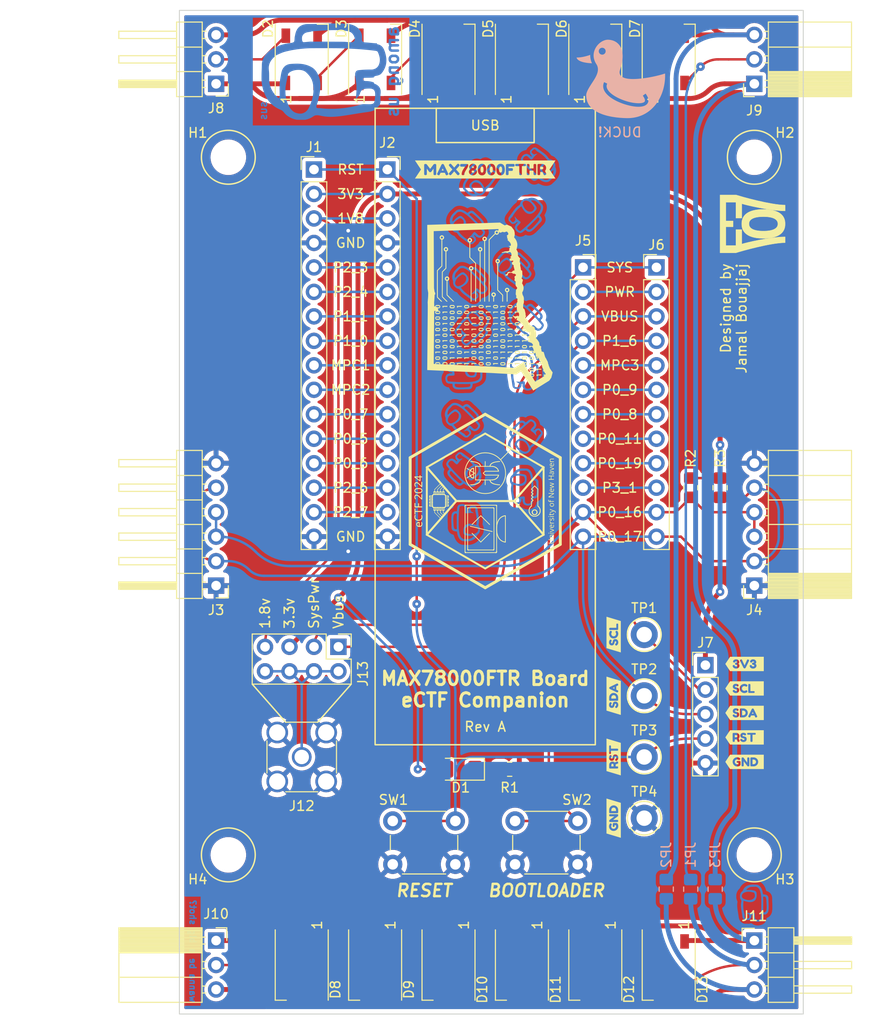
<source format=kicad_pcb>
(kicad_pcb (version 20221018) (generator pcbnew)
  (layers (0 "F.Cu" signal) (31 "B.Cu" signal) (34 "B.Paste" user) (35 "F.Paste" user) (36 "B.SilkS" user "B.Silkscreen") (37 "F.SilkS" user "F.Silkscreen") (38 "B.Mask" user) (39 "F.Mask" user) (44 "Edge.Cuts" user))
  (net 0 "")
  (net 1 "+3.3V")
  (net 2 "Net-(D3-DOUT)")
  (net 3 "GND")
  (net 4 "Net-(D4-DOUT)")
  (net 5 "Net-(D5-DOUT)")
  (net 6 "Net-(D6-DOUT)")
  (net 7 "Net-(D7-DOUT)")
  (net 8 "/SCL")
  (net 9 "/SDA")
  (net 10 "Net-(D1-K)")
  (net 11 "/RST")
  (net 12 "/1.8v")
  (net 13 "Net-(J1-Pin_5)")
  (net 14 "Net-(J1-Pin_6)")
  (net 15 "Net-(J1-Pin_7)")
  (net 16 "Net-(J1-Pin_8)")
  (net 17 "Net-(J1-Pin_9)")
  (net 18 "Net-(J1-Pin_10)")
  (net 19 "Net-(J1-Pin_11)")
  (net 20 "Net-(J1-Pin_12)")
  (net 21 "Net-(J1-Pin_13)")
  (net 22 "Net-(J1-Pin_14)")
  (net 23 "/SYSOUT")
  (net 24 "Net-(J5-Pin_2)")
  (net 25 "/VUSB")
  (net 26 "/BOOTLOADER_1")
  (net 27 "Net-(J5-Pin_5)")
  (net 28 "Net-(J5-Pin_6)")
  (net 29 "Net-(J5-Pin_7)")
  (net 30 "Net-(J5-Pin_8)")
  (net 31 "Net-(J5-Pin_9)")
  (net 32 "Net-(J5-Pin_10)")
  (net 33 "Net-(D11-DIN)")
  (net 34 "Net-(D12-DIN)")
  (net 35 "Net-(D13-DIN)")
  (net 36 "Net-(D8-DOUT)")
  (net 37 "Net-(D2-VDD)")
  (net 38 "Net-(D2-DOUT)")
  (net 39 "Net-(D2-VSS)")
  (net 40 "Net-(D2-DIN)")
  (net 41 "Net-(D8-DIN)")
  (net 42 "Net-(D10-VSS)")
  (net 43 "Net-(D10-VDD)")
  (net 44 "Net-(D10-DOUT)")
  (net 45 "Net-(D10-DIN)")
  (net 46 "Net-(J1-Pin_15)")
  (net 47 "Net-(J12-In)")
  (footprint "kibuzzard-65C19DD2" (layer "F.Cu") (at 117.475 91.44 90)
    (fp_text reference "kibuzzard-65C19DD2" hide)
    (fp_text value "G***" hide)
  )
  (footprint "Resistor_SMD:R_0805_2012Metric_Pad1.20x1.40mm_HandSolder" (layer "F.Cu") (at 125.476 63.5 -90)
    (fp_text reference "R2")
    (fp_text value "4k7")
  )
  (footprint "MountingHole:MountingHole_3.2mm_M3_DIN965" (layer "F.Cu") (at 132.08 29.21)
    (fp_text reference "H2")
    (fp_text value "MountingHole")
  )
  (footprint "kibuzzard-65C19DCD" (layer "F.Cu") (at 117.475 85.09 90)
    (fp_text reference "kibuzzard-65C19DCD" hide)
    (fp_text value "G***" hide)
  )
  (footprint "TestPoint:TestPoint_Keystone_5005-5009_Compact" (layer "F.Cu") (at 120.65 97.79)
    (fp_text reference "TP4")
    (fp_text value "TestPoint")
  )
  (footprint "TestPoint:TestPoint_Keystone_5005-5009_Compact" (layer "F.Cu") (at 120.65 78.74)
    (fp_text reference "TP1")
    (fp_text value "TestPoint")
  )
  (footprint "LED_SMD:LED_WS2812B_PLCC4_5.0x5.0mm_P3.2mm" (layer "F.Cu") (at 100.33 19.05 90)
    (fp_text reference "D4")
    (fp_text value "WS2812B")
  )
  (footprint "kibuzzard-65C1A1F1" (layer "F.Cu") (at 131.064 84.328)
    (fp_text reference "kibuzzard-65C1A1F1" hide)
    (fp_text value "G***" hide)
  )
  (footprint "LED_SMD:LED_WS2812B_PLCC4_5.0x5.0mm_P3.2mm" (layer "F.Cu") (at 92.71 113.03 -90)
    (fp_text reference "D9")
    (fp_text value "WS2812B")
  )
  (footprint "kibuzzard-65C1A1E7" (layer "F.Cu") (at 131.064 81.788)
    (fp_text reference "kibuzzard-65C1A1E7" hide)
    (fp_text value "G***" hide)
  )
  (footprint "LED_SMD:LED_WS2812B_PLCC4_5.0x5.0mm_P3.2mm" (layer "F.Cu") (at 85.09 19.05 90)
    (fp_text reference "D2")
    (fp_text value "WS2812B")
  )
  (footprint "Connector_PinHeader_2.54mm:PinHeader_1x05_P2.54mm_Vertical" (layer "F.Cu") (at 127 81.915)
    (fp_text reference "J7")
    (fp_text value "Conn_01x05_Pin")
  )
  (footprint "kibuzzard-65C1A1FA" (layer "F.Cu") (at 131.064 89.408)
    (fp_text reference "kibuzzard-65C1A1FA" hide)
    (fp_text value "G***" hide)
  )
  (footprint "LED_SMD:LED_WS2812B_PLCC4_5.0x5.0mm_P3.2mm" (layer "F.Cu") (at 107.95 19.05 90)
    (fp_text reference "D5")
    (fp_text value "WS2812B")
  )
  (footprint "Connector_PinSocket_2.54mm:PinSocket_1x12_P2.54mm_Vertical" (layer "F.Cu") (at 114.3 40.64)
    (fp_text reference "J5")
    (fp_text value "Conn_01x12_Socket")
  )
  (footprint "Connector_PinSocket_2.54mm:PinSocket_1x03_P2.54mm_Horizontal" (layer "F.Cu") (at 76.2 110.49)
    (fp_text reference "J10")
    (fp_text value "Conn_01x03_Socket")
  )
  (footprint "kibuzzard-65C19DC0" (layer "F.Cu") (at 117.475 78.74 90)
    (fp_text reference "kibuzzard-65C19DC0" hide)
    (fp_text value "G***" hide)
  )
  (footprint "Connector_PinHeader_2.54mm:PinHeader_2x04_P2.54mm_Vertical" (layer "F.Cu") (at 88.9 80.01 -90)
    (fp_text reference "J13")
    (fp_text value "Conn_02x04_Odd_Even")
  )
  (footprint "Button_Switch_THT:SW_PUSH_6mm" (layer "F.Cu") (at 94.54 98.08)
    (fp_text reference "SW1")
    (fp_text value "SW_Push")
  )
  (footprint "MountingHole:MountingHole_3.2mm_M3_DIN965" (layer "F.Cu") (at 77.47 29.21)
    (fp_text reference "H1")
    (fp_text value "MountingHole")
  )
  (footprint "MountingHole:MountingHole_3.2mm_M3_DIN965" (layer "F.Cu") (at 132.08 101.6)
    (fp_text reference "H3")
    (fp_text value "MountingHole")
  )
  (footprint "Resistor_SMD:R_0805_2012Metric_Pad1.20x1.40mm_HandSolder" (layer "F.Cu") (at 106.68 92.71)
    (fp_text reference "R1")
    (fp_text value "1k")
  )
  (footprint "Resistor_SMD:R_0805_2012Metric_Pad1.20x1.40mm_HandSolder" (layer "F.Cu") (at 128.524 63.5 -90)
    (fp_text reference "R3")
    (fp_text value "4k7")
  )
  (footprint "kibuzzard-65C1A1F5" (layer "F.Cu") (at 131.064 86.868)
    (fp_text reference "kibuzzard-65C1A1F5" hide)
    (fp_text value "G***" hide)
  )
  (footprint "LOGO" (layer "F.Cu") (at 104.14 44.704 90)
    (fp_text reference "G***" hide)
    (fp_text value "LOGO" hide)
  )
  (footprint "Connector_PinSocket_2.54mm:PinSocket_1x16_P2.54mm_Vertical" (layer "F.Cu") (at 93.98 30.48)
    (fp_text reference "J2")
    (fp_text value "Conn_01x16_Socket")
  )
  (footprint "kibuzzard-65C1A1FF" (layer "F.Cu") (at 131.064 91.948)
    (fp_text reference "kibuzzard-65C1A1FF" hide)
    (fp_text value "G***" hide)
  )
  (footprint "Connector_PinHeader_2.54mm:PinHeader_1x16_P2.54mm_Vertical" (layer "F.Cu") (at 86.36 30.48)
    (fp_text reference "J1")
    (fp_text value "Conn_01x16_Pin")
  )
  (footprint "Connector_PinHeader_2.54mm:PinHeader_1x03_P2.54mm_Horizontal" (layer "F.Cu") (at 76.2 21.59 180)
    (fp_text reference "J8")
    (fp_text value "Conn_01x03_Pin")
  )
  (footprint "LED_SMD:LED_WS2812B_PLCC4_5.0x5.0mm_P3.2mm" (layer "F.Cu") (at 115.57 113.03 -90)
    (fp_text reference "D12")
    (fp_text value "WS2812B")
  )
  (footprint "Connector_PinSocket_2.54mm:PinSocket_1x06_P2.54mm_Horizontal" (layer "F.Cu") (at 132.08 73.66 180)
    (fp_text reference "J4")
    (fp_text value "Conn_01x06_Socket")
  )
  (footprint "Connector_PinHeader_2.54mm:PinHeader_1x06_P2.54mm_Horizontal" (layer "F.Cu") (at 76.2 73.66 180)
    (fp_text reference "J3")
    (fp_text value "Conn_01x06_Pin")
  )
  (footprint "LED_SMD:LED_WS2812B_PLCC4_5.0x5.0mm_P3.2mm" (layer "F.Cu") (at 92.71 19.05 90)
    (fp_text reference "D3")
    (fp_text value "WS2812B")
  )
  (footprint "TestPoint:TestPoint_Keystone_5005-5009_Compact" (layer "F.Cu") (at 120.65 85.09)
    (fp_text reference "TP2")
    (fp_text value "TestPoint")
  )
  (footprint "Connector_PinHeader_2.54mm:PinHeader_1x12_P2.54mm_Vertical" (layer "F.Cu") (at 121.92 40.64)
    (fp_text reference "J6")
    (fp_text value "Conn_01x12_Pin")
  )
  (footprint "LED_SMD:LED_WS2812B_PLCC4_5.0x5.0mm_P3.2mm" (layer "F.Cu") (at 85.09 113.03 -90)
    (fp_text reference "D8")
    (fp_text value "WS2812B")
  )
  (footprint "TestPoint:TestPoint_Keystone_5005-5009_Compact" (layer "F.Cu") (at 120.65 91.44)
    (fp_text reference "TP3")
    (fp_text value "TestPoint")
  )
  (footprint "Button_Switch_THT:SW_PUSH_6mm" (layer "F.Cu") (at 107.24 98.08)
    (fp_text reference "SW2")
    (fp_text value "SW_Push")
  )
  (footprint "LED_SMD:LED_WS2812B_PLCC4_5.0x5.0mm_P3.2mm" (layer "F.Cu") (at 123.19 19.05 90)
    (fp_text reference "D7")
    (fp_text value "WS2812B")
  )
  (footprint "LED_SMD:LED_WS2812B_PLCC4_5.0x5.0mm_P3.2mm" (layer "F.Cu") (at 115.57 19.05 90)
    (fp_text reference "D6")
    (fp_text value "WS2812B")
  )
  (footprint "MountingHole:MountingHole_3.2mm_M3_DIN965" (layer "F.Cu") (at 77.47 101.6)
    (fp_text reference "H4")
    (fp_text value "MountingHole")
  )
  (footprint "Diode_SMD:D_1206_3216Metric_Pad1.42x1.75mm_HandSolder" (layer "F.Cu") (at 101.6 92.71 180)
    (fp_text reference "D1")
    (fp_text value "LED")
  )
  (footprint "kibuzzard-65C19E6E" (layer "F.Cu") (at 104.14 30.48)
    (fp_text reference "kibuzzard-65C19E6E" hide)
    (fp_text value "G***" hide)
  )
  (footprint "LED_SMD:LED_WS2812B_PLCC4_5.0x5.0mm_P3.2mm" (layer "F.Cu") (at 123.19 113.03 -90)
    (fp_text reference "D13")
    (fp_text value "WS2812B")
  )
  (footprint "kibuzzard-65C19DD8" (layer "F.Cu") (at 117.475 97.79 90)
    (fp_text reference "kibuzzard-65C19DD8" hide)
    (fp_text value "G***" hide)
  )
  (footprint "LED_SMD:LED_WS2812B_PLCC4_5.0x5.0mm_P3.2mm" (layer "F.Cu") (at 100.33 113.03 -90)
    (fp_text reference "D10")
    (fp_text value "WS2812B")
  )
  (footprint "Connector_Coaxial:SMA_Amphenol_132291_Vertical" (layer "F.Cu") (at 85.09 91.44)
    (fp_text reference "J12")
    (fp_text value "Conn_Coaxial")
  )
  (footprint "LED_SMD:LED_WS2812B_PLCC4_5.0x5.0mm_P3.2mm" (layer "F.Cu") (at 107.95 113.03 -90)
    (fp_text reference "D11")
    (fp_text value "WS2812B")
  )
  (footprint "Connector_PinHeader_2.54mm:PinHeader_1x03_P2.54mm_Horizontal" (layer "F.Cu") (at 132.08 110.49)
    (fp_text reference "J11")
    (fp_text value "Conn_01x03_Pin")
  )
  (footprint "Connector_PinSocket_2.54mm:PinSocket_1x03_P2.54mm_Horizontal" (layer "F.Cu") (at 132.08 21.59 180)
    (fp_text reference "J9")
    (fp_text value "Conn_01x03_Socket")
  )
  (footprint "LOGO" (layer "B.Cu") (at 102.362 36.322 -135)
    (fp_text reference "G***" hide)
    (fp_text value "LOGO" hide)
  )
  (footprint "LOGO" (layer "B.Cu") (at 108.458 35.306 135)
    (fp_text reference "G***" hide)
    (fp_text value "LOGO" hide)
  )
  (footprint "LOGO" (layer "B.Cu") (at 108.204 63.5 180)
    (fp_text reference "G***" hide)
    (fp_text value "LOGO" hide)
  )
  (footprint "LOGO" (layer "B.Cu") (at 87.63 20.32 -90)
    (fp_text reference "G***" hide)
    (fp_text value "LOGO" hide)
  )
  (footprint "LOGO" (layer "B.Cu") (at 132.08 106.68 180)
    (fp_text reference "G***" hide)
    (fp_text value "LOGO" hide)
  )
  (footprint "LOGO" (layer "B.Cu") (at 103.505 31.369 -45)
    (fp_text reference "G***" hide)
    (fp_text value "LOGO" hide)
  )
  (footprint "LOGO" (layer "B.Cu") (at 107.188 40.64 -135)
    (fp_text reference "G***" hide)
    (fp_text value "LOGO" hide)
  )
  (footprint "LOGO" (layer "B.Cu") (at 108.458 45.974 -135)
    (fp_text reference "G***" hide)
    (fp_text value "LOGO" hide)
  )
  (footprint "Resistor_SMD:R_0805_2012Metric_Pad1.20x1.40mm_HandSolder" (layer "B.Cu") (at 128.016 105.156 -90)
    (fp_text reference "JP3")
    (fp_text value "Jumper_2_Open")
  )
  (footprint "LOGO" (layer "B.Cu") (at 101.854 56.388 -135)
    (fp_text reference "G***" hide)
    (fp_text value "LOGO" hide)
  )
  (footprint "LOGO" (layer "B.Cu") (at 101.854 61.722 45)
    (fp_text reference "G***" hide)
    (fp_text value "LOGO" hide)
  )
  (footprint "LOGO" (layer "B.Cu") (at 102.108 67.056)
    (fp_text reference "G***" hide)
    (fp_text value "LOGO" hide)
  )
  (footprint "LOGO" (layer "B.Cu") (at 108.204 58.166 -45)
    (fp_text reference "G***" hide)
    (fp_text value "LOGO" hide)
  )
  (footprint "LOGO" (layer "B.Cu") (at 101.854 51.816 90)
    (fp_text reference "G***" hide)
    (fp_text value "LOGO" hide)
  )
  (footprint "LOGO" (layer "B.Cu") (at 109.601 30.099 45)
    (fp_text reference "G***" hide)
    (fp_text value "LOGO" hide)
  )
  (footprint "LOGO" (layer "B.Cu") (at 108.204 51.562 180)
    (fp_text reference "G***" hide)
    (fp_text value "LOGO" hide)
  )
  (footprint "LOGO" (layer "B.Cu") (at 102.87 46.99 135)
    (fp_text reference "G***" hide)
    (fp_text value "LOGO" hide)
  )
  (footprint "LOGO" (layer "B.Cu") (at 102.616 42.164 -135)
    (fp_text reference "G***" hide)
    (fp_text value "LOGO" hide)
  )
  (footprint "Resistor_SMD:R_0805_2012Metric_Pad1.20x1.40mm_HandSolder" (layer "B.Cu") (at 125.476 105.156 -90)
    (fp_text reference "JP1")
    (fp_text value "Jumper_2_Open")
  )
  (footprint "Resistor_SMD:R_0805_2012Metric_Pad1.20x1.40mm_HandSolder" (layer "B.Cu") (at 122.936 105.156 -90)
    (fp_text reference "JP2")
    (fp_text value "Jumper_2_Open")
  )
  (gr_poly (pts (xy 114.883248 18.640519) (xy 114.715045 18.69219) (xy 114.539912 18.739397) (xy 114.359501 18.780743) (xy 114.267831 18.798783) (xy 114.175462 18.814834) (xy 114.082598 18.828723) (xy 113.989446 18.840274) (xy 113.896213 18.849314) (xy 113.803105 18.855669) (xy 113.710328 18.859163) (xy 113.618089 18.859622) (xy 113.622345 18.873251) (xy 113.626933 18.886612) (xy 113.631858 18.899718) (xy 113.637127 18.91258) (xy 113.642743 18.925209) (xy 113.648715 18.937617) (xy 113.655047 18.949816) (xy 113.661745 18.961817) (xy 113.668815 18.973632) (xy 113.676264 18.985273) (xy 113.684095 18.996751) (xy 113.692317 19.008078) (xy 113.700933 19.019265) (xy 113.709951 19.030325) (xy 113.719376 19.041268) (xy 113.729214 19.052106) (xy 113.747349 19.070195) (xy 113.766766 19.087988) (xy 113.787444 19.105466) (xy 113.809364 19.122614) (xy 113.832504 19.139412) (xy 113.856845 19.155844) (xy 113.882367 19.171892) (xy 113.909048 19.18754) (xy 113.936868 19.202768) (xy 113.965808 19.217561) (xy 113.995846 19.2319) (xy 114.026963 19.245769) (xy 114.059138 19.259149) (xy 114.09235 19.272023) (xy 114.12658 19.284374) (xy 114.161807 19.296184) (xy 114.217899 19.314145) (xy 114.275959 19.330857) (xy 114.397483 19.360738) (xy 114.525378 19.386249) (xy 114.658645 19.407805) (xy 114.796284 19.425827) (xy 114.937295 19.440734) (xy 115.080677 19.452942) (xy 115.225432 19.462872) (xy 115.201058 19.407414) (xy 115.17852 19.351933) (xy 115.157797 19.296452) (xy 115.138864 19.240994) (xy 115.121698 19.185582) (xy 115.106276 19.130241) (xy 115.092576 19.074992) (xy 115.080573 19.01986) (xy 115.070244 18.964867) (xy 115.061566 18.910037) (xy 115.054516 18.855393) (xy 115.049071 18.800959) (xy 115.045207 18.746757) (xy 115.042901 18.69281) (xy 115.042129 18.639143) (xy 115.04287 18.585778)) (fill solid) (layer "B.SilkS"))
  (gr_poly (pts (xy 116.850749 17.013366) (xy 116.808717 17.015302) (xy 116.766273 17.019136) (xy 116.723475 17.024838) (xy 116.680385 17.032377) (xy 116.637064 17.041723) (xy 116.593572 17.052845) (xy 116.54997 17.065713) (xy 116.462679 17.096564) (xy 116.375675 17.134032) (xy 116.289444 17.177874) (xy 116.204472 17.227845) (xy 116.121244 17.283702) (xy 116.040245 17.345201) (xy 115.961962 17.412098) (xy 115.886879 17.484149) (xy 115.815482 17.56111) (xy 115.748256 17.642737) (xy 115.685686 17.728787) (xy 115.656299 17.773394) (xy 115.628259 17.819015) (xy 115.57589 17.912699) (xy 115.529195 18.009526) (xy 115.488593 18.109306) (xy 115.454502 18.211853) (xy 115.427341 18.31698) (xy 115.407528 18.424497) (xy 115.395482 18.534218) (xy 115.391622 18.645954) (xy 115.396366 18.759518) (xy 115.410132 18.874722) (xy 115.43334 18.991379) (xy 115.466408 19.109299) (xy 115.509754 19.228297) (xy 115.563797 19.348183) (xy 115.628956 19.468771) (xy 115.705649 19.589872) (xy 115.709618 19.595825) (xy 115.713587 19.601778) (xy 115.742119 19.65497) (xy 115.766778 19.708822) (xy 115.787693 19.763249) (xy 115.804993 19.818168) (xy 115.818804 19.873493) (xy 115.829255 19.929142) (xy 115.836474 19.985028) (xy 115.840588 20.041069) (xy 115.841725 20.097179) (xy 115.840014 20.153275) (xy 115.835582 20.209272) (xy 115.828557 20.265086) (xy 115.819068 20.320633) (xy 115.807241 20.375828) (xy 115.793205 20.430586) (xy 115.777088 20.484825) (xy 115.759105 20.539009) (xy 115.73945 20.592927) (xy 115.718221 20.646588) (xy 115.695511 20.700005) (xy 115.671418 20.75319) (xy 115.646037 20.806154) (xy 115.591797 20.911465) (xy 115.533556 21.016032) (xy 115.472083 21.119949) (xy 115.408145 21.223307) (xy 115.34251 21.3262) (xy 115.078433 21.733617) (xy 114.955359 21.932302) (xy 114.898169 22.029657) (xy 114.84468 22.125407) (xy 114.795492 22.219343) (xy 114.751209 22.311256) (xy 114.712431 22.400936) (xy 114.67976 22.488175) (xy 114.653798 22.572763) (xy 114.635146 22.654491) (xy 114.62875 22.694216) (xy 114.624407 22.733149) (xy 114.622193 22.771261) (xy 114.622182 22.808528) (xy 114.622182 22.810513) (xy 114.626179 22.896117) (xy 114.633297 22.979569) (xy 114.643484 23.0609) (xy 114.656688 23.140144) (xy 114.672854 23.217332) (xy 114.691932 23.292498) (xy 114.713868 23.365674) (xy 114.738609 23.436893) (xy 114.766103 23.506188) (xy 114.796297 23.573591) (xy 114.829138 23.639135) (xy 114.864574 23.702853) (xy 114.902552 23.764778) (xy 114.943019 23.824942) (xy 114.985923 23.883378) (xy 115.031211 23.940118) (xy 115.07883 23.995196) (xy 115.128728 24.048643) (xy 115.235148 24.150779) (xy 115.350051 24.246788) (xy 115.473014 24.336931) (xy 115.603616 24.421469) (xy 115.741435 24.500665) (xy 115.886051 24.57478) (xy 116.037041 24.644075) (xy 116.193794 24.708773) (xy 116.355584 24.768288) (xy 116.521821 24.822786) (xy 116.691916 24.872433) (xy 116.865278 24.917394) (xy 117.041317 24.957835) (xy 117.219443 24.993921) (xy 117.399067 25.025819) (xy 117.760444 25.077711) (xy 118.120728 25.114837) (xy 118.475199 25.138521) (xy 118.819135 25.15009) (xy 118.947953 25.150641) (xy 119.074701 25.147497) (xy 119.199379 25.14072) (xy 119.321988 25.13037) (xy 119.442527 25.116509) (xy 119.560997 25.099198) (xy 119.677396 25.078497) (xy 119.791727 25.054468) (xy 119.903987 25.027172) (xy 120.014178 24.996669) (xy 120.1223 24.963022) (xy 120.228351 24.92629) (xy 120.332333 24.886535) (xy 120.434246 24.843818) (xy 120.534088 24.7982) (xy 120.631861 24.749742) (xy 120.821199 24.644551) (xy 121.002257 24.528733) (xy 121.175038 24.402775) (xy 121.339539 24.267167) (xy 121.495762 24.122397) (xy 121.643707 23.968953) (xy 121.783372 23.807323) (xy 121.91476 23.637997) (xy 122.030006 23.472986) (xy 122.135159 23.305807) (xy 121.082981 23.305807) (xy 121.081731 23.351061) (xy 121.077354 23.395903) (xy 121.073927 23.417848) (xy 121.069616 23.439405) (xy 121.064441 23.460569) (xy 121.058425 23.481335) (xy 121.051588 23.501699) (xy 121.043954 23.521655) (xy 121.035544 23.541199) (xy 121.02638 23.560326) (xy 121.016483 23.579032) (xy 121.005875 23.597312) (xy 120.982615 23.632574) (xy 120.956774 23.666074) (xy 120.928526 23.697775) (xy 120.898045 23.727639) (xy 120.865506 23.755629) (xy 120.831084 23.781705) (xy 120.794952 23.805831) (xy 120.757286 23.827969) (xy 120.718259 23.84808) (xy 120.678047 23.866128) (xy 120.636822 23.882074) (xy 120.551543 23.909193) (xy 120.461814 23.931129) (xy 120.367881 23.948048) (xy 120.269992 23.960116) (xy 120.168394 23.967498) (xy 120.063334 23.970359) (xy 119.955059 23.968867) (xy 119.843817 23.963186) (xy 119.729853 23.953481) (xy 119.613416 23.93992) (xy 119.494752 23.922666) (xy 119.374109 23.901887) (xy 119.251733 23.877748) (xy 119.127872 23.850414) (xy 118.876682 23.786825) (xy 118.750023 23.750789) (xy 118.623267 23.711918) (xy 118.496739 23.670263) (xy 118.370759 23.625873) (xy 118.245652 23.578797) (xy 118.12174 23.529085) (xy 117.999345 23.476785) (xy 117.87879 23.421948) (xy 117.760397 23.364622) (xy 117.64449 23.304858) (xy 117.531391 23.242704) (xy 117.421422 23.178211) (xy 117.314907 23.111426) (xy 117.212168 23.042401) (xy 117.113527 22.971184) (xy 117.019307 22.897825) (xy 116.973761 22.86001) (xy 116.929436 22.821713) (xy 116.886391 22.782916) (xy 116.844682 22.743602) (xy 116.804368 22.703752) (xy 116.765508 22.663351) (xy 116.72816 22.622379) (xy 116.692381 22.580821) (xy 116.65823 22.538658) (xy 116.625765 22.495873) (xy 116.595044 22.452448) (xy 116.566125 22.408366) (xy 116.539067 22.36361) (xy 116.513927 22.318163) (xy 116.490763 22.272005) (xy 116.469635 22.225122) (xy 116.450715 22.177441) (xy 116.434176 22.128961) (xy 116.420073 22.079766) (xy 116.40846 22.02994) (xy 116.399395 21.979568) (xy 116.39293 21.928733) (xy 116.389123 21.877521) (xy 116.388028 21.826015) (xy 116.389699 21.774299) (xy 116.394194 21.722459) (xy 116.401566 21.670578) (xy 116.411871 21.61874) (xy 116.425164 21.567031) (xy 116.441501 21.515533) (xy 116.460936 21.464332) (xy 116.483526 21.413512) (xy 116.804995 21.568294) (xy 116.789711 21.602255) (xy 116.776578 21.635716) (xy 116.765561 21.668735) (xy 116.756626 21.701371) (xy 116.749737 21.733681) (xy 116.744859 21.765723) (xy 116.741958 21.797557) (xy 116.740999 21.829239) (xy 116.741946 21.860828) (xy 116.744766 21.892382) (xy 116.749423 21.92396) (xy 116.755882 21.955619) (xy 116.764108 21.987417) (xy 116.774067 22.019413) (xy 116.785723 22.051665) (xy 116.799042 22.084231) (xy 116.813779 22.117107) (xy 116.830431 22.150227) (xy 116.848962 22.183556) (xy 116.869332 22.21706) (xy 116.891505 22.250703) (xy 116.915442 22.284451) (xy 116.941105 22.318269) (xy 116.968458 22.352122) (xy 116.997461 22.385974) (xy 117.028078 22.419792) (xy 117.06027 22.45354) (xy 117.094 22.487183) (xy 117.12923 22.520687) (xy 117.165922 22.554017) (xy 117.204039 22.587137) (xy 117.243542 22.620013) (xy 117.326916 22.684897) (xy 117.41531 22.748505) (xy 117.508349 22.810723) (xy 117.605659 22.871439) (xy 117.706863 22.930538) (xy 117.811588 22.987908) (xy 117.919458 23.043435) (xy 118.030098 23.097006) (xy 118.143133 23.148507) (xy 118.258189 23.197826) (xy 118.374889 23.244847) (xy 118.49286 23.289459) (xy 118.611727 23.331548) (xy 118.731113 23.371001) (xy 118.850645 23.407704) (xy 118.969948 23.441543) (xy 119.089097 23.472635) (xy 119.207375 23.500431) (xy 119.324327 23.524936) (xy 119.4395 23.546157) (xy 119.552441 23.564099) (xy 119.662696 23.578767) (xy 119.769811 23.590169) (xy 119.873334 23.598309) (xy 119.972811 23.603193) (xy 120.067788 23.604828) (xy 120.157811 23.603219) (xy 120.242428 23.598371) (xy 120.321185 23.590291) (xy 120.393628 23.578985) (xy 120.459304 23.564457) (xy 120.51776 23.546715) (xy 120.543797 23.536682) (xy 120.567648 23.526631) (xy 120.589407 23.516499) (xy 120.609165 23.506221) (xy 120.627017 23.495735) (xy 120.635257 23.490393) (xy 120.643055 23.484975) (xy 120.650422 23.479472) (xy 120.657371 23.473877) (xy 120.663914 23.468182) (xy 120.670061 23.462379) (xy 120.675824 23.456459) (xy 120.681215 23.450416) (xy 120.686246 23.44424) (xy 120.690928 23.437923) (xy 120.695272 23.431459) (xy 120.699291 23.424838) (xy 120.702997 23.418053) (xy 120.706399 23.411095) (xy 120.709512 23.403958) (xy 120.712345 23.396632) (xy 120.714911 23.38911) (xy 120.717221 23.381384) (xy 120.72112 23.365287) (xy 120.724135 23.348277) (xy 120.72565 23.330096) (xy 120.725654 23.309799) (xy 120.72403 23.287409) (xy 120.720662 23.26295) (xy 120.715434 23.236444) (xy 120.708229 23.207914) (xy 120.698931 23.177385) (xy 120.687424 23.144879) (xy 120.673591 23.11042) (xy 120.657317 23.074031) (xy 120.638485 23.035735) (xy 120.616979 22.995555) (xy 120.592682 22.953515) (xy 120.565478 22.909638) (xy 120.535251 22.863947) (xy 120.501885 22.816465) (xy 120.791603 22.606121) (xy 120.830479 22.661427) (xy 120.866715 22.71575) (xy 120.900277 22.769132) (xy 120.93113 22.821612) (xy 120.959239 22.873232) (xy 120.984569 22.924032) (xy 121.007085 22.974053) (xy 121.026752 23.023336) (xy 121.043536 23.071921) (xy 121.057401 23.119849) (xy 121.068313 23.167162) (xy 121.076237 23.213898) (xy 121.081138 23.2601) (xy 121.082981 23.305807) (xy 122.135159 23.305807) (xy 122.137587 23.301947) (xy 122.237459 23.125316) (xy 122.329575 22.943527) (xy 122.413889 22.757018) (xy 122.490355 22.566225) (xy 122.558927 22.371583) (xy 122.61956 22.173528) (xy 122.672207 21.972497) (xy 122.716823 21.768925) (xy 122.753362 21.563248) (xy 122.781777 21.355903) (xy 122.802022 21.147326) (xy 122.814053 20.937952) (xy 122.817822 20.728218) (xy 122.813285 20.518559) (xy 122.520833 20.609007) (xy 122.198141 20.697432) (xy 121.851655 20.78181) (xy 121.487821 20.86012) (xy 121.113086 20.930336) (xy 120.733895 20.990437) (xy 120.356695 21.038399) (xy 119.987932 21.0722) (xy 119.789665 21.083908) (xy 119.597258 21.090338) (xy 119.411548 21.090861) (xy 119.321466 21.088712) (xy 119.233373 21.08485) (xy 119.147372 21.079198) (xy 119.063569 21.071676) (xy 118.982069 21.062207) (xy 118.902975 21.050712) (xy 118.826392 21.037113) (xy 118.752426 21.021331) (xy 118.68118 21.003287) (xy 118.61276 20.982903) (xy 118.579538 20.971779) (xy 118.54688 20.959958) (xy 118.514838 20.947393) (xy 118.483465 20.934037) (xy 118.452813 20.919845) (xy 118.422934 20.904768) (xy 118.393881 20.888761) (xy 118.365705 20.871778) (xy 118.33846 20.853771) (xy 118.312197 20.834695) (xy 118.286969 20.814502) (xy 118.262828 20.793147) (xy 118.239826 20.770582) (xy 118.218016 20.746762) (xy 118.197451 20.72164) (xy 118.178182 20.695168) (xy 118.160554 20.667789) (xy 118.144874 20.639288) (xy 118.131135 20.609752) (xy 118.119333 20.579269) (xy 118.10946 20.547924) (xy 118.101512 20.515807) (xy 118.095482 20.483004) (xy 118.091365 20.449602) (xy 118.089155 20.415688) (xy 118.088846 20.38135) (xy 118.090432 20.346675) (xy 118.093908 20.31175) (xy 118.099267 20.276662) (xy 118.106504 20.241498) (xy 118.115613 20.206346) (xy 118.126588 20.171293) (xy 118.126588 20.167325) (xy 118.194733 19.964515) (xy 118.252801 19.769052) (xy 118.301131 19.580888) (xy 118.340063 19.399973) (xy 118.369938 19.226261) (xy 118.391095 19.059702) (xy 118.403875 18.900248) (xy 118.408617 18.747852) (xy 118.405662 18.602464) (xy 118.395351 18.464038) (xy 118.378022 18.332523) (xy 118.354016 18.207873) (xy 118.353219 18.204778) (xy 116.64426 18.204778) (xy 116.643821 18.22249) (xy 116.642512 18.240082) (xy 116.640346 18.257524) (xy 116.637334 18.274787) (xy 116.633488 18.291843) (xy 116.628821 18.308661) (xy 116.623344 18.325212) (xy 116.617071 18.341468) (xy 116.610013 18.357398) (xy 116.602181 18.372974) (xy 116.593589 18.388167) (xy 116.584249 18.402946) (xy 116.574171 18.417283) (xy 116.56337 18.431148) (xy 116.551856 18.444513) (xy 116.539642 18.457348) (xy 116.526808 18.469562) (xy 116.513443 18.481075) (xy 116.499578 18.491877) (xy 116.485241 18.501954) (xy 116.470461 18.511295) (xy 116.455269 18.519887) (xy 116.439693 18.527718) (xy 116.423763 18.534776) (xy 116.407507 18.54105) (xy 116.390956 18.546526) (xy 116.374137 18.551193) (xy 116.357082 18.555039) (xy 116.339818 18.558051) (xy 116.322376 18.560218) (xy 116.304784 18.561527) (xy 116.287072 18.561966) (xy 116.269361 18.561527) (xy 116.251769 18.560218) (xy 116.234327 18.558051) (xy 116.217063 18.555039) (xy 116.200008 18.551193) (xy 116.18319 18.546526) (xy 116.166639 18.54105) (xy 116.150383 18.534776) (xy 116.134453 18.527718) (xy 116.118877 18.519887) (xy 116.103685 18.511295) (xy 116.088905 18.501954) (xy 116.074568 18.491877) (xy 116.060703 18.481076) (xy 116.047338 18.469562) (xy 116.034504 18.457348) (xy 116.02229 18.444513) (xy 116.010776 18.431149) (xy 115.999974 18.417283) (xy 115.989897 18.402946) (xy 115.980556 18.388167) (xy 115.971964 18.372974) (xy 115.964133 18.357398) (xy 115.957075 18.341468) (xy 115.950801 18.325212) (xy 115.945325 18.308661) (xy 115.940658 18.291843) (xy 115.936812 18.274787) (xy 115.9338 18.257524) (xy 115.931633 18.240082) (xy 115.930324 18.22249) (xy 115.929885 18.204778) (xy 115.93036 18.186405) (xy 115.931748 18.168273) (xy 115.934028 18.150405) (xy 115.937177 18.132823) (xy 115.941172 18.11555) (xy 115.945991 18.098608) (xy 115.951612 18.08202) (xy 115.958012 18.065808) (xy 115.965169 18.049994) (xy 115.97306 18.034602) (xy 115.981663 18.019652) (xy 115.990956 18.005168) (xy 116.000916 17.991172) (xy 116.01152 17.977686) (xy 116.022747 17.964734) (xy 116.034573 17.952337) (xy 116.046977 17.940517) (xy 116.059936 17.929298) (xy 116.073427 17.918701) (xy 116.087429 17.908749) (xy 116.101918 17.899464) (xy 116.116872 17.890869) (xy 116.13227 17.882986) (xy 116.148087 17.875838) (xy 116.164303 17.869447) (xy 116.180894 17.863836) (xy 116.197838 17.859026) (xy 116.215114 17.85504) (xy 116.232697 17.851901) (xy 116.250566 17.849632) (xy 116.268699 17.848253) (xy 116.287072 17.847789) (xy 116.287097 17.847789) (xy 116.305471 17.848255) (xy 116.323603 17.849634) (xy 116.341472 17.851905) (xy 116.359055 17.855046) (xy 116.37633 17.859032) (xy 116.393274 17.863843) (xy 116.409865 17.869456) (xy 116.42608 17.875848) (xy 116.441898 17.882997) (xy 116.457294 17.89088) (xy 116.472248 17.899476) (xy 116.486737 17.908761) (xy 116.500738 17.918714) (xy 116.514228 17.929311) (xy 116.527186 17.940531) (xy 116.539589 17.952351) (xy 116.551415 17.964748) (xy 116.562641 17.977701) (xy 116.573244 17.991187) (xy 116.583203 18.005182) (xy 116.592495 18.019666) (xy 116.601097 18.034615) (xy 116.608987 18.050007) (xy 116.616143 18.06582) (xy 116.622542 18.082032) (xy 116.628162 18.098619) (xy 116.63298 18.115559) (xy 116.636974 18.132831) (xy 116.640121 18.150411) (xy 116.6424 18.168277) (xy 116.643787 18.186407) (xy 116.64426 18.204778) (xy 118.353219 18.204778) (xy 118.323673 18.090038) (xy 118.287334 17.978971) (xy 118.245338 17.874623) (xy 118.198026 17.776947) (xy 118.145668 17.685617) (xy 118.088447 17.600246) (xy 118.02657 17.520804) (xy 117.960242 17.447259) (xy 117.88967 17.379579) (xy 117.815061 17.317734) (xy 117.73662 17.261693) (xy 117.654555 17.211425) (xy 117.569071 17.166898) (xy 117.480376 17.128081) (xy 117.388674 17.094944) (xy 117.294174 17.067455) (xy 117.197081 17.045583) (xy 117.097601 17.029298) (xy 116.995941 17.018567) (xy 116.892307 17.013359) (xy 116.892306 17.013359)) (fill solid) (layer "B.SilkS"))
  (gr_line (start 100.00942 64.321043) (end 100.006092 64.308391) (stroke (width 0.08)) (layer "F.SilkS"))
  (gr_line (start 104.461836 64.079314) (end 104.356073 64.092755) (stroke (width 0.08)) (layer "F.SilkS"))
  (gr_line (start 99.953071 65.527333) (end 99.959918 65.522639) (stroke (width 0.08)) (layer "F.SilkS"))
  (gr_line (start 102.539813 62.118755) (end 102.547159 62.156181) (stroke (width 0.08)) (layer "F.SilkS"))
  (gr_line (start 108.716456 66.051761) (end 108.725352 66.07865) (stroke (width 0.08)) (layer "F.SilkS"))
  (gr_line (start 105.050222 69.900742) (end 105.049401 69.9043) (stroke (width 0.079999)) (layer "F.SilkS"))
  (gr_line (start 109.769601 66.180915) (end 109.783559 66.156234) (stroke (width 0.08)) (layer "F.SilkS"))
  (gr_line (start 102.317417 65.648452) (end 102.318064 65.644831) (stroke (width 0.079999)) (layer "F.SilkS"))
  (gr_line (start 102.386316 69.959356) (end 102.382583 69.959072) (stroke (width 0.079999)) (layer "F.SilkS"))
  (gr_line (start 105.006478 60.887646) (end 104.961579 60.905169) (stroke (width 0.08)) (layer "F.SilkS"))
  (gr_line (start 108.835476 65.500509) (end 108.813356 65.527295) (stroke (width 0.08)) (layer "F.SilkS"))
  (gr_poly (pts (xy 110.848298 66.755731) (xy 110.848662 66.746478) (xy 110.84927 66.737395) (xy 110.850118 66.728482) (xy 110.851209 66.719738) (xy 110.852543 66.711165) (xy 110.85412 66.702761) (xy 110.855939 66.694526) (xy 110.857782 66.686255) (xy 110.859819 66.678131) (xy 110.862051 66.67015) (xy 110.864476 66.662317) (xy 110.867096 66.654627) (xy 110.86991 66.647084) (xy 110.872917 66.639687) (xy 110.876119 66.632436) (xy 110.930445 66.65572) (xy 110.92778 66.662354) (xy 110.925208 66.66906) (xy 110.922734 66.67584) (xy 110.920357 66.68269) (xy 110.918078 66.689615) (xy 110.915895 66.696612) (xy 110.913809 66.703681) (xy 110.91182 66.710824) (xy 110.910002 66.718026) (xy 110.908425 66.725278) (xy 110.90709 66.732579) (xy 110.905999 66.739928) (xy 110.90515 66.747324) (xy 110.904543 66.75477) (xy 110.904179 66.762266) (xy 110.904058 66.769807) (xy 110.904112 66.77497) (xy 110.904276 66.779981) (xy 110.904549 66.784842) (xy 110.904931 66.789549) (xy 110.905422 66.794105) (xy 110.906023 66.798511) (xy 110.906732 66.802765) (xy 110.90755 66.806865) (xy 110.908478 66.810816) (xy 110.909515 66.814614) (xy 110.910661 66.818262) (xy 110.911916 66.821757) (xy 110.91328 66.825101) (xy 110.914753 66.828295) (xy 110.916336 66.831335) (xy 110.918026 66.834224) (xy 110.919716 66.836856) (xy 110.921484 66.839317) (xy 110.92333 66.841609) (xy 110.925255 66.843732) (xy 110.926247 66.844729) (xy 110.927259 66.845683) (xy 110.928291 66.846596) (xy 110.929342 66.847466) (xy 110.930414 66.848294) (xy 110.931504 66.849079) (xy 110.932614 66.849822) (xy 110.933744 66.850522) (xy 110.934894 66.851181) (xy 110.936063 66.851795) (xy 110.937252 66.852368) (xy 110.938461 66.8529) (xy 110.93969 66.853388) (xy 110.940937 66.853833) (xy 110.942206 66.854236) (xy 110.943494 66.854598) (xy 110.944801 66.854915) (xy 110.946128 66.855192) (xy 110.947475 66.855426) (xy 110.948842 66.855617) (xy 110.950228 66.855764) (xy 110.951634 66.85587) (xy 110.954505 66.855955) (xy 110.956621 66.855916) (xy 110.958701 66.855798) (xy 110.960744 66.8556) (xy 110.962751 66.855325) (xy 110.964722 66.85497) (xy 110.966656 66.854535) (xy 110.968554 66.854023) (xy 110.970416 66.853431) (xy 110.972241 66.85276) (xy 110.974029 66.85201) (xy 110.975782 66.851182) (xy 110.977498 66.850274) (xy 110.979177 66.849287) (xy 110.98082 66.848222) (xy 110.982427 66.847077) (xy 110.983997 66.845854) (xy 110.985453 66.844543) (xy 110.986909 66.843128) (xy 110.988362 66.841609) (xy 110.989819 66.839989) (xy 110.991274 66.838264) (xy 110.99273 66.836436) (xy 110.994184 66.834505) (xy 110.995639 66.832472) (xy 110.997094 66.830333) (xy 110.99855 66.828093) (xy 111.000005 66.82575) (xy 111.00146 66.823302) (xy 111.002915 66.820751) (xy 111.004371 66.818097) (xy 111.005825 66.81534) (xy 111.007281 66.81248) (xy 111.013004 66.799481) (xy 111.01931 66.784542) (xy 111.026199 66.767661) (xy 111.033669 66.748839) (xy 111.037368 66.739126) (xy 111.041091 66.729776) (xy 111.044838 66.72079) (xy 111.04861 66.712167) (xy 111.052405 66.703909) (xy 111.056225 66.696015) (xy 111.060069 66.688483) (xy 111.063938 66.681315) (xy 111.065904 66.677875) (xy 111.067927 66.674538) (xy 111.070004 66.671302) (xy 111.072135 66.668172) (xy 111.074321 66.665143) (xy 111.076561 66.662217) (xy 111.078856 66.659394) (xy 111.081206 66.656676) (xy 111.08361 66.654059) (xy 111.086069 66.651545) (xy 111.088582 66.649135) (xy 111.09115 66.646828) (xy 111.093772 66.644624) (xy 111.09645 66.642523) (xy 111.099181 66.640526) (xy 111.101967 66.638631) (xy 111.104729 66.636846) (xy 111.107582 66.635177) (xy 111.110526 66.633622) (xy 111.113561 66.632182) (xy 111.116687 66.630858) (xy 111.119903 66.629649) (xy 111.123211 66.628555) (xy 111.126609 66.627575) (xy 111.130099 66.626713) (xy 111.133679 66.625964) (xy 111.137351 66.62533) (xy 111.141113 66.624812) (xy 111.144966 66.62441) (xy 111.14891 66.624121) (xy 111.152945 66.623949) (xy 111.157072 66.623891) (xy 111.157067 66.623901) (xy 111.16452 66.624075) (xy 111.171741 66.624603) (xy 111.178733 66.625482) (xy 111.185495 66.626713) (xy 111.192024 66.628296) (xy 111.198324 66.630231) (xy 111.204393 66.632517) (xy 111.210232 66.635153) (xy 111.215841 66.638143) (xy 111.221219 66.641483) (xy 111.226367 66.645176) (xy 111.231284 66.649221) (xy 111.235971 66.653617) (xy 111.240428 66.658363) (xy 111.244655 66.663462) (xy 111.248651 66.668914) (xy 111.252409 66.674662) (xy 111.255926 66.680651) (xy 111.2592 66.686885) (xy 111.262232 66.69336) (xy 111.265021 66.700079) (xy 111.267567 66.707039) (xy 111.269872 66.714243) (xy 111.271933 66.721688) (xy 111.273752 66.729378) (xy 111.275329 66.737308) (xy 111.276662 66.745482) (xy 111.277754 66.753899) (xy 111.278603 66.762558) (xy 111.279209 66.771458) (xy 111.279573 66.780602) (xy 111.279694 66.789989) (xy 111.279585 66.800673) (xy 111.279258 66.810992) (xy 111.278712 66.820949) (xy 111.277948 66.83054) (xy 111.276966 66.839769) (xy 111.275765 66.848632) (xy 111.274346 66.857133) (xy 111.272708 66.865269) (xy 111.270878 66.87292) (xy 111.268877 66.880355) (xy 111.266706 66.887569) (xy 111.264366 66.894566) (xy 111.261856 66.901345) (xy 111.259176 66.907905) (xy 111.256325 66.914248) (xy 111.253307 66.920373) (xy 111.191216 66.920373) (xy 111.194296 66.914006) (xy 111.197328 66.907324) (xy 111.200311 66.900328) (xy 111.203246 66.893014) (xy 111.206132 66.885387) (xy 111.20897 66.877444) (xy 111.211759 66.869185) (xy 111.2145 66.860613) (xy 111.216865 66.851675) (xy 111.218914 66.842713) (xy 111.220649 66.833727) (xy 111.222068 66.824717) (xy 111.223171 66.815683) (xy 111.22396 66.806624) (xy 111.224433 66.797543) (xy 111.22459 66.788435) (xy 111.224526 66.782048) (xy 111.224336 66.775885) (xy 111.224017 66.769946) (xy 111.223572 66.764232) (xy 111.223 66.758742) (xy 111.222298 66.753475) (xy 111.221471 66.748433) (xy 111.220516 66.743615) (xy 111.219434 66.739022) (xy 111.218224 66.734655) (xy 111.216887 66.73051) (xy 111.215424 66.726589) (xy 111.21383 66.722893) (xy 111.212112 66.719423) (xy 111.210267 66.716174) (xy 111.208292 66.713152) (xy 111.206115 66.710332) (xy 111.203854 66.707695) (xy 111.201507 66.70524) (xy 111.199076 66.702966) (xy 111.196559 66.700874) (xy 111.193958 66.698965) (xy 111.191272 66.697237) (xy 111.188501 66.69569) (xy 111.185645 66.694326) (xy 111.182704 66.693143) (xy 111.179679 66.692143) (xy 111.176568 66.691326) (xy 111.173373 66.690688) (xy 111.170092 66.690233) (xy 111.166727 66.689961) (xy 111.163277 66.689869) (xy 111.161349 66.689904) (xy 111.159446 66.690004) (xy 111.157566 66.69017) (xy 111.155711 66.690403) (xy 111.153881 66.690704) (xy 111.152073 66.691071) (xy 111.15029 66.691505) (xy 111.148532 66.692006) (xy 111.146798 66.692573) (xy 111.145088 66.693205) (xy 111.143402 66.693907) (xy 111.14174 66.694673) (xy 111.140103 66.695507) (xy 111.13849 66.696407) (xy 111.136901 66.697375) (xy 111.135337 66.698408) (xy 111.133785 66.699531) (xy 111.132233 66.700761) (xy 111.13068 66.702102) (xy 111.129128 66.70355) (xy 111.127576 66.705108) (xy 111.126024 66.706776) (xy 111.124472 66.708552) (xy 111.122919 66.710438) (xy 111.121367 66.712433) (xy 111.119815 66.714537) (xy 111.118263 66.716749) (xy 111.11671 66.719073) (xy 111.115158 66.721503) (xy 111.113606 66.724044) (xy 111.112054 66.726693) (xy 111.110502 66.729452) (xy 111.107349 66.735187) (xy 111.104099 66.74153) (xy 111.100752 66.748479) (xy 111.097308 66.756033) (xy 111.093767 66.764195) (xy 111.090129 66.772962) (xy 111.086394 66.782336) (xy 111.082561 66.792318) (xy 111.078681 66.802225) (xy 111.074801 66.81177) (xy 111.07092 66.820949) (xy 111.067039 66.829765) (xy 111.063159 66.838218) (xy 111.059279 66.846305) (xy 111.055398 66.854031) (xy 111.051517 66.86139) (xy 111.049553 66.864928) (xy 111.04754 66.868364) (xy 111.045479 66.871695) (xy 111.043369 66.874925) (xy 111.04121 66.87805) (xy 111.039003 66.881072) (xy 111.036748 66.883991) (xy 111.034444 66.886808) (xy 111.032091 66.889522) (xy 111.02969 66.892131) (xy 111.027241 66.894639) (xy 111.024742 66.897043) (xy 111.022196 66.899345) (xy 111.019601 66.901542) (xy 111.016957 66.903638) (xy 111.014265 66.90563) (xy 111.011499 66.907509) (xy 111.008637 66.909268) (xy 111.005678 66.910905) (xy 111.002622 66.912421) (xy 110.999469 66.913814) (xy 110.996219 66.915087) (xy 110.992872 66.91624) (xy 110.989428 66.917271) (xy 110.985888 66.918179) (xy 110.982249 66.918968) (xy 110.978514 66.919634) (xy 110.974682 66.920181) (xy 110.970753 66.920605) (xy 110.966727 66.920908) (xy 110.962604 66.92109) (xy 110.958384 66.921151) (xy 110.951881 66.920984) (xy 110.945566 66.920484) (xy 110.939438 66.919649) (xy 110.9335 66.918483) (xy 110.927749 66.916983) (xy 110.922186 66.915149) (xy 110.91681 66.912981) (xy 110.911623 66.910479) (xy 110.906624 66.907645) (xy 110.901813 66.904478) (xy 110.897189 66.900975) (xy 110.892754 66.897141) (xy 110.888507 66.892973) (xy 110.884448 66.88847) (xy 110.880576 66.883635) (xy 110.876893 66.878465) (xy 110.873414 66.872929) (xy 110.870163 66.867188) (xy 110.867134 66.861238) (xy 110.86433 66.855084) (xy 110.861751 66.848724) (xy 110.859394 66.842158) (xy 110.857263 66.835384) (xy 110.855356 66.828406) (xy 110.853673 66.821221) (xy 110.852215 66.813829) (xy 110.850981 66.806232) (xy 110.849972 66.798429) (xy 110.849187 66.790419) (xy 110.848626 66.782203) (xy 110.848289 66.773781) (xy 110.848177 66.765153)) (fill solid) (layer "F.SilkS"))
  (gr_line (start 109.321698 65.805188) (end 109.333729 65.807966) (stroke (width 0.08)) (layer "F.SilkS"))
  (gr_line (start 102.078458 65.32343) (end 102.081537 65.32166) (stroke (width 0.079999)) (layer "F.SilkS"))
  (gr_line (start 103.133669 61.285556) (end 103.133669 62.694584) (stroke (width 0.08)) (layer "F.SilkS"))
  (gr_line (start 99.489777 66.079998) (end 99.809969 66.40019) (stroke (width 0.052916)) (layer "F.SilkS"))
  (gr_line (start 99.115336 65.853539) (end 99.115336 65.553987) (stroke (width 0.08)) (layer "F.SilkS"))
  (gr_line (start 109.603202 63.644853) (end 109.271644 63.313295) (stroke (width 0.08)) (layer "F.SilkS"))
  (gr_line (start 104.962594 63.937571) (end 104.866625 63.975416) (stroke (width 0.08)) (layer "F.SilkS"))
  (gr_line (start 102.057664 65.342322) (end 102.059847 65.339544) (stroke (width 0.079999)) (layer "F.SilkS"))
  (gr_line (start 98.666439 64.342174) (end 98.66601 64.355781) (stroke (width 0.08)) (layer "F.SilkS"))
  (gr_line (start 105.606262 63.196859) (end 105.492263 63.189979) (stroke (width 0.08)) (layer "F.SilkS"))
  (gr_line (start 102.77243 68.228343) (end 103.684145 69.139453) (stroke (width 0.08)) (layer "F.SilkS"))
  (gr_line (start 109.030724 66.110969) (end 109.027947 66.098938) (stroke (width 0.08)) (layer "F.SilkS"))
  (gr_line (start 102.331178 65.615655) (end 102.333361 65.612877) (stroke (width 0.079999)) (layer "F.SilkS"))
  (gr_line (start 109.505171 65.963314) (end 109.509082 65.974868) (stroke (width 0.08)) (layer "F.SilkS"))
  (gr_line (start 102.325445 65.6246) (end 102.327214 65.621521) (stroke (width 0.079999)) (layer "F.SilkS"))
  (gr_line (start 109.569576 66.380947) (end 109.593586 66.365772) (stroke (width 0.08)) (layer "F.SilkS"))
  (gr_line (start 105.501019 66.913572) (end 105.467686 66.982682) (stroke (width 0.079999)) (layer "F.SilkS"))
  (gr_line (start 102.055614 65.345203) (end 102.057664 65.342322) (stroke (width 0.079999)) (layer "F.SilkS"))
  (gr_line (start 100.007555 65.453652) (end 100.010288 65.442512) (stroke (width 0.08)) (layer "F.SilkS"))
  (gr_line (start 102.534383 61.901493) (end 102.531018 61.944354) (stroke (width 0.08)) (layer "F.SilkS"))
  (gr_line (start 109.505171 66.134325) (end 109.500719 66.145618) (stroke (width 0.08)) (layer "F.SilkS"))
  (gr_line (start 105.481764 61.660188) (end 105.462605 61.622789) (stroke (width 0.08)) (layer "F.SilkS"))
  (gr_line (start 105.295695 65.327393) (end 105.298473 65.329577) (stroke (width 0.079999)) (layer "F.SilkS"))
  (gr_line (start 101.140001 64.879998) (end 107.14 64.879998) (stroke (width 0.2)) (layer "F.SilkS"))
  (gr_line (start 102.322349 69.914544) (end 102.321032 69.911205) (stroke (width 0.079999)) (layer "F.SilkS"))
  (gr_line (start 102.386317 65.586216) (end 102.390101 65.586119) (stroke (width 0.079999)) (layer "F.SilkS"))
  (gr_line (start 108.77369 66.180923) (end 108.788864 66.204933) (stroke (width 0.08)) (layer "F.SilkS"))
  (gr_line (start 103.039811 63.1557) (end 103.133664 63.134938) (stroke (width 0.08)) (layer "F.SilkS"))
  (gr_line (start 102.026695 61.990076) (end 102.029445 61.881311) (stroke (width 0.08)) (layer "F.SilkS"))
  (gr_line (start 106.087231 61.16737) (end 106.12507 61.263352) (stroke (width 0.08)) (layer "F.SilkS"))
  (gr_line (start 102.768671 62.45117) (end 102.805033 62.466772) (stroke (width 0.08)) (layer "F.SilkS"))
  (gr_line (start 102.355052 69.950578) (end 102.351972 69.948807) (stroke (width 0.079999)) (layer "F.SilkS"))
  (gr_poly (pts (xy 110.848318 68.517733) (xy 110.848746 68.508846) (xy 110.849458 68.500245) (xy 110.850456 68.49193) (xy 110.851738 68.483899) (xy 110.853305 68.476153) (xy 110.855158 68.468693) (xy 110.857295 68.461517) (xy 110.859718 68.454624) (xy 110.862425 68.448018) (xy 110.865416 68.441697) (xy 110.868694 68.435662) (xy 110.872257 68.42991) (xy 110.876104 68.424445) (xy 110.880236 68.419262) (xy 110.884652 68.414366) (xy 110.889292 68.409761) (xy 110.894282 68.405454) (xy 110.899624 68.401444) (xy 110.905317 68.397729) (xy 110.911363 68.394313) (xy 110.917759 68.391193) (xy 110.924508 68.388372) (xy 110.931608 68.385845) (xy 110.93906 68.383617) (xy 110.946864 68.381687) (xy 110.955019 68.380053) (xy 110.963526 68.378715) (xy 110.972385 68.377675) (xy 110.981595 68.376933) (xy 110.991157 68.376487) (xy 111.00107 68.376339) (xy 111.271934 68.376339) (xy 111.271933 68.443858) (xy 111.005728 68.443858) (xy 110.993603 68.444222) (xy 110.982261 68.445314) (xy 110.976885 68.446132) (xy 110.971702 68.447132) (xy 110.966716 68.448315) (xy 110.961925 68.449679) (xy 110.95733 68.451226) (xy 110.95293 68.452954) (xy 110.948726 68.454864) (xy 110.944717 68.456955) (xy 110.940904 68.459229) (xy 110.937286 68.461685) (xy 110.933864 68.464323) (xy 110.930638 68.467143) (xy 110.927607 68.470144) (xy 110.924771 68.473328) (xy 110.922132 68.476692) (xy 110.919687 68.480239) (xy 110.917439 68.483969) (xy 110.915385 68.487879) (xy 110.913528 68.491971) (xy 110.911866 68.496246) (xy 110.910399 68.500703) (xy 110.909128 68.505341) (xy 110.908052 68.510162) (xy 110.907172 68.515164) (xy 110.906488 68.520349) (xy 110.905999 68.525714) (xy 110.905706 68.531262) (xy 110.905608 68.536993) (xy 110.90576 68.54546) (xy 110.906215 68.553593) (xy 110.906972 68.561394) (xy 110.908034 68.568861) (xy 110.909398 68.575993) (xy 110.911065 68.582793) (xy 110.913036 68.589261) (xy 110.915311 68.595393) (xy 110.917887 68.601193) (xy 110.920767 68.60666) (xy 110.92395 68.611793) (xy 110.927436 68.616591) (xy 110.931226 68.621057) (xy 110.935319 68.625189) (xy 110.939715 68.628989) (xy 110.944414 68.632454) (xy 110.949399 68.635649) (xy 110.95465 68.638639) (xy 110.960167 68.641423) (xy 110.965952 68.644) (xy 110.972003 68.646371) (xy 110.978321 68.648535) (xy 110.984906 68.650493) (xy 110.991758 68.652246) (xy 110.998876 68.653793) (xy 111.006261 68.655133) (xy 111.013912 68.656265) (xy 111.021832 68.657193) (xy 111.030017 68.657915) (xy 111.038469 68.658431) (xy 111.047188 68.65874) (xy 111.056174 68.658843) (xy 111.271934 68.658842) (xy 111.271934 68.727142) (xy 110.855938 68.727142) (xy 110.855938 68.672039) (xy 110.912594 68.661938) (xy 110.912594 68.658059) (xy 110.908586 68.655475) (xy 110.904711 68.652771) (xy 110.90097 68.649945) (xy 110.897362 68.646997) (xy 110.893888 68.643929) (xy 110.890547 68.640741) (xy 110.887339 68.637429) (xy 110.884265 68.633998) (xy 110.881324 68.630445) (xy 110.878517 68.626771) (xy 110.875843 68.622974) (xy 110.873303 68.619057) (xy 110.870896 68.615019) (xy 110.868622 68.610861) (xy 110.866482 68.60658) (xy 110.864475 68.602177) (xy 110.862501 68.5977) (xy 110.860655 68.593191) (xy 110.858936 68.588653) (xy 110.857345 68.584085) (xy 110.85588 68.579486) (xy 110.854543 68.574856) (xy 110.853334 68.570196) (xy 110.852251 68.565506) (xy 110.851297 68.560785) (xy 110.850469 68.556036) (xy 110.849769 68.551254) (xy 110.849196 68.546442) (xy 110.84875 68.5416) (xy 110.848432 68.536728) (xy 110.848241 68.531827) (xy 110.848177 68.526894) (xy 110.848176 68.526904)) (fill solid) (layer "F.SilkS"))
  (gr_line (start 102.839036 61.502195) (end 102.805033 61.513375) (stroke (width 0.08)) (layer "F.SilkS"))
  (gr_line (start 99.789327 63.679998) (end 99.949752 63.519572) (stroke (width 0.052916)) (layer "F.SilkS"))
  (gr_line (start 109.153042 65.830151) (end 109.163765 65.824658) (stroke (width 0.08)) (layer "F.SilkS"))
  (gr_line (start 98.681436 65.472091) (end 98.684732 65.479102) (stroke (width 0.08)) (layer "F.SilkS"))
  (gr_line (start 103.044174 63.797677) (end 102.958431 63.7427) (stroke (width 0.08)) (layer "F.SilkS"))
  (gr_line (start 105.056205 63.895245) (end 104.962594 63.937571) (stroke (width 0.08)) (layer "F.SilkS"))
  (gr_line (start 105.394722 61.525677) (end 105.369239 61.498028) (stroke (width 0.08)) (layer "F.SilkS"))
  (gr_line (start 109.079683 65.890634) (end 109.087499 65.881611) (stroke (width 0.08)) (layer "F.SilkS"))
  (gr_line (start 102.109067 70.232406) (end 102.105387 70.231938) (stroke (width 0.079999)) (layer "F.SilkS"))
  (gr_line (start 98.726929 64.232661) (end 98.720082 64.237356) (stroke (width 0.08)) (layer "F.SilkS"))
  (gr_line (start 102.749974 61.538669) (end 102.73113 61.549743) (stroke (width 0.08)) (layer "F.SilkS"))
  (gr_line (start 99.115336 65.553987) (end 99.265112 65.553988) (stroke (width 0.08)) (layer "F.SilkS"))
  (gr_line (start 109.271644 66.463266) (end 109.300419 66.462554) (stroke (width 0.08)) (layer "F.SilkS"))
  (gr_line (start 109.024179 66.023393) (end 109.02576 66.010948) (stroke (width 0.08)) (layer "F.SilkS"))
  (gr_line (start 109.163765 66.27298) (end 109.153042 66.267489) (stroke (width 0.08)) (layer "F.SilkS"))
  (gr_line (start 109.484259 66.177771) (end 109.47779 66.187861) (stroke (width 0.08)) (layer "F.SilkS"))
  (gr_line (start 105.441589 61.587965) (end 105.418899 61.555624) (stroke (width 0.08)) (layer "F.SilkS"))
  (gr_line (start 102.875576 60.29638) (end 102.958431 60.237451) (stroke (width 0.08)) (layer "F.SilkS"))
  (gr_line (start 102.09472 65.316092) (end 102.098209 65.3151) (stroke (width 0.079999)) (layer "F.SilkS"))
  (gr_line (start 109.023703 66.40763) (end 109.049583 66.419098) (stroke (width 0.08)) (layer "F.SilkS"))
  (gr_line (start 105.032614 65.61021) (end 105.034925 65.612877) (stroke (width 0.079999)) (layer "F.SilkS"))
  (gr_line (start 103.223795 60.084907) (end 103.317406 60.042579) (stroke (width 0.08)) (layer "F.SilkS"))
  (gr_line (start 104.031251 64.100917) (end 103.923927 64.092755) (stroke (width 0.08)) (layer "F.SilkS"))
  (gr_line (start 98.890673 65.853538) (end 98.890673 66.079998) (stroke (width 0.052916)) (layer "F.SilkS"))
  (gr_poly (pts (xy 111.089545 63.146172) (xy 111.10303 63.141951) (xy 111.117098 63.137827) (xy 111.131747 63.133802) (xy 111.146978 63.129872) (xy 111.154605 63.127822) (xy 111.161966 63.125944) (xy 111.16906 63.124234) (xy 111.175888 63.122694) (xy 111.182448 63.121323) (xy 111.188742 63.120122) (xy 111.19477 63.119093) (xy 111.20053 63.118233) (xy 111.20053 63.115133) (xy 111.195449 63.114467) (xy 111.189907 63.113633) (xy 111.183905 63.112626) (xy 111.177441 63.111452) (xy 111.170517 63.110107) (xy 111.163132 63.108593) (xy 111.155285 63.106908) (xy 111.146978 63.105052) (xy 111.112441 63.096318) (xy 111.077128 63.087194) (xy 110.85516 63.028984) (xy 110.85516 62.959136) (xy 111.271155 63.074776) (xy 111.271155 63.154716) (xy 111.036771 63.226106) (xy 111.020958 63.23101) (xy 111.005339 63.235622) (xy 110.989913 63.239939) (xy 110.974682 63.243965) (xy 110.926563 63.254827) (xy 110.926563 63.257927) (xy 110.935974 63.259719) (xy 110.94713 63.261997) (xy 110.960033 63.264759) (xy 110.974682 63.268007) (xy 110.982285 63.269813) (xy 110.989962 63.27174) (xy 110.997711 63.27379) (xy 111.005533 63.275962) (xy 111.013427 63.278254) (xy 111.021394 63.280669) (xy 111.029434 63.283206) (xy 111.037546 63.285866) (xy 111.271157 63.360371) (xy 111.271157 63.437984) (xy 110.855161 63.55207) (xy 110.855161 63.481444) (xy 111.077129 63.424013) (xy 111.093864 63.419793) (xy 111.110696 63.415669) (xy 111.127626 63.411642) (xy 111.144651 63.407714) (xy 111.160998 63.404124) (xy 111.17589 63.401118) (xy 111.189326 63.398693) (xy 111.195498 63.397701) (xy 111.201307 63.396852) (xy 111.201307 63.393752) (xy 111.194321 63.392153) (xy 111.18656 63.390456) (xy 111.178023 63.388662) (xy 111.168709 63.386773) (xy 111.148919 63.381918) (xy 111.128351 63.376672) (xy 111.117776 63.373951) (xy 111.107784 63.371234) (xy 111.098374 63.368522) (xy 111.089545 63.365809) (xy 110.85516 63.29208) (xy 110.85516 63.217573)) (fill solid) (layer "F.SilkS"))
  (gr_line (start 99.190224 63.679997) (end 99.670187 63.200036) (stroke (width 0.052916)) (layer "F.SilkS"))
  (gr_line (start 104.139995 61.788763) (end 105.526262 61.788762) (stroke (width 0.08)) (layer "F.SilkS"))
  (gr_line (start 100.006092 64.308391) (end 100.001448 64.294861) (stroke (width 0.08)) (layer "F.SilkS"))
  (gr_line (start 105.316356 70.194305) (end 105.314586 70.197384) (stroke (width 0.079999)) (layer "F.SilkS"))
  (gr_line (start 109.10437 66.232899) (end 109.095733 66.224666) (stroke (width 0.08)) (layer "F.SilkS"))
  (gr_line (start 105.32523 65.386314) (end 105.325231 70.159256) (stroke (width 0.079999)) (layer "F.SilkS"))
  (gr_line (start 102.639857 62.351084) (end 102.657227 62.37045) (stroke (width 0.08)) (layer "F.SilkS"))
  (gr_line (start 109.500719 66.145618) (end 109.495738 66.156634) (stroke (width 0.08)) (layer "F.SilkS"))
  (gr_line (start 104.84444 62.694584) (end 104.868828 62.693585) (stroke (width 0.08)) (layer "F.SilkS"))
  (gr_line (start 98.667691 64.329417) (end 98.666439 64.342174) (stroke (width 0.08)) (layer "F.SilkS"))
  (gr_line (start 102.547159 61.823967) (end 102.539813 61.861394) (stroke (width 0.08)) (layer "F.SilkS"))
  (gr_line (start 105.26652 70.231292) (end 105.262899 70.231939) (stroke (width 0.079999)) (layer "F.SilkS"))
  (gr_line (start 105.536688 66.850219) (end 105.501019 66.913572) (stroke (width 0.079999)) (layer "F.SilkS"))
  (gr_poly (pts (xy 111.077129 69.220753) (xy 111.085451 69.220615) (xy 111.093537 69.220196) (xy 111.101386 69.219499) (xy 111.108998 69.218522) (xy 111.116375 69.217267) (xy 111.123514 69.215733) (xy 111.130417 69.21392) (xy 111.137084 69.211827) (xy 111.143514 69.209456) (xy 111.149708 69.206806) (xy 111.155665 69.203879) (xy 111.161386 69.20067) (xy 111.16687 69.197184) (xy 111.172118 69.193418) (xy 111.17713 69.189374) (xy 111.181904 69.185051) (xy 111.186415 69.18035) (xy 111.190635 69.175362) (xy 111.194564 69.17009) (xy 111.198202 69.164533) (xy 111.201549 69.158692) (xy 111.204605 69.152564) (xy 111.207369 69.146153) (xy 111.209843 69.139456) (xy 111.212026 69.132473) (xy 111.213918 69.125207) (xy 111.215519 69.117655) (xy 111.216828 69.109818) (xy 111.217847 69.101694) (xy 111.218574 69.093288) (xy 111.219011 69.084595) (xy 111.219156 69.075619) (xy 111.219002 69.066372) (xy 111.218538 69.057454) (xy 111.217765 69.048862) (xy 111.216683 69.040597) (xy 111.215291 69.03266) (xy 111.21359 69.025052) (xy 111.21158 69.01777) (xy 111.20926 69.010814) (xy 111.206633 69.004187) (xy 111.203695 68.997888) (xy 111.200448 68.991916) (xy 111.196892 68.986271) (xy 111.193026 68.980953) (xy 111.188852 68.975963) (xy 111.184368 68.971299) (xy 111.179575 68.966963) (xy 111.174442 68.962828) (xy 111.169134 68.958959) (xy 111.16365 68.955358) (xy 111.157989 68.952023) (xy 111.152153 68.948955) (xy 111.146141 68.946154) (xy 111.139954 68.943619) (xy 111.13359 68.941351) (xy 111.127051 68.93935) (xy 111.120336 68.937616) (xy 111.113445 68.93615) (xy 111.106378 68.934949) (xy 111.099136 68.934014) (xy 111.091717 68.933347) (xy 111.084123 68.932947) (xy 111.076353 68.932814) (xy 110.717789 68.932814) (xy 110.717789 68.86374) (xy 111.076353 68.863738) (xy 111.083489 68.863828) (xy 111.090541 68.864102) (xy 111.097508 68.864556) (xy 111.10439 68.865192) (xy 111.111187 68.866011) (xy 111.117899 68.867012) (xy 111.124527 68.868195) (xy 111.131069 68.869559) (xy 111.137527 68.871104) (xy 111.143898 68.872832) (xy 111.150187 68.874744) (xy 111.156389 68.876835) (xy 111.162509 68.879109) (xy 111.168541 68.881564) (xy 111.174489 68.884203) (xy 111.180352 68.887022) (xy 111.186003 68.89003) (xy 111.191508 68.893231) (xy 111.196868 68.896627) (xy 111.202083 68.900215) (xy 111.207152 68.903999) (xy 111.212075 68.907976) (xy 111.216853 68.912148) (xy 111.221486 68.916515) (xy 111.225972 68.921073) (xy 111.230314 68.925827) (xy 111.23451 68.930776) (xy 111.23856 68.935916) (xy 111.242465 68.941252) (xy 111.246224 68.946782) (xy 111.249838 68.952506) (xy 111.253307 68.958424) (xy 111.256503 68.964446) (xy 111.259492 68.970672) (xy 111.262275 68.977105) (xy 111.264852 68.983745) (xy 111.267223 68.99059) (xy 111.269387 68.997642) (xy 111.271346 69.0049) (xy 111.273098 69.012364) (xy 111.274645 69.020035) (xy 111.275985 69.027912) (xy 111.277119 69.035994) (xy 111.278046 69.044283) (xy 111.278768 69.052778) (xy 111.279283 69.061479) (xy 111.279593 69.070386) (xy 111.279696 69.079501) (xy 111.279477 69.092212) (xy 111.278823 69.104541) (xy 111.277731 69.11649) (xy 111.276203 69.128055) (xy 111.274239 69.139238) (xy 111.271838 69.150041) (xy 111.269 69.16046) (xy 111.265726 69.170498) (xy 111.262016 69.180154) (xy 111.257868 69.189428) (xy 111.253284 69.19832) (xy 111.248263 69.20683) (xy 111.242806 69.214958) (xy 111.236912 69.222704) (xy 111.230583 69.230068) (xy 111.223816 69.23705) (xy 111.216594 69.243535) (xy 111.209094 69.249602) (xy 111.201314 69.25525) (xy 111.193256 69.26048) (xy 111.184919 69.265291) (xy 111.176304 69.269683) (xy 111.167408 69.273659) (xy 111.158234 69.277214) (xy 111.148781 69.280353) (xy 111.139049 69.283072) (xy 111.129038 69.285373) (xy 111.118749 69.287256) (xy 111.10818 69.288719) (xy 111.097332 69.289766) (xy 111.086206 69.290394) (xy 111.074801 69.290602) (xy 110.717789 69.290602) (xy 110.717789 69.220754)) (fill solid) (layer "F.SilkS"))
  (gr_line (start 104.14 61.285544) (end 104.14 60.782308) (stroke (width 0.08)) (layer "F.SilkS"))
  (gr_line (start 99.959918 65.522639) (end 99.966601 65.517423) (stroke (width 0.08)) (layer "F.SilkS"))
  (gr_line (start 104.565905 64.060728) (end 104.461836 64.079314) (stroke (width 0.08)) (layer "F.SilkS"))
  (gr_line (start 103.543962 62.927918) (end 103.570803 62.89556) (stroke (width 0.08)) (layer "F.SilkS"))
  (gr_line (start 99.987334 64.266925) (end 99.98264 64.260077) (stroke (width 0.08)) (layer "F.SilkS"))
  (gr_line (start 104.961579 60.905169) (end 104.918153 60.924534) (stroke (width 0.08)) (layer "F.SilkS"))
  (gr_line (start 102.387614 63.171805) (end 102.332645 63.08605) (stroke (width 0.08)) (layer "F.SilkS"))
  (gr_line (start 100.313542 65.104661) (end 100.01399 65.104661) (stroke (width 0.08)) (layer "F.SilkS"))
  (gr_line (start 98.077822 68.379997) (end 101.140001 64.879998) (stroke (width 0.2)) (layer "F.SilkS"))
  (gr_line (start 100.313542 64.954885) (end 100.313542 65.104661) (stroke (width 0.08)) (layer "F.SilkS"))
  (gr_line (start 105.320769 65.361033) (end 105.321925 65.364449) (stroke (width 0.079999)) (layer "F.SilkS"))
  (gr_line (start 105.321925 70.181121) (end 105.320769 70.184538) (stroke (width 0.079999)) (layer "F.SilkS"))
  (gr_line (start 106.025489 66.447827) (end 105.987816 66.461632) (stroke (width 0.079999)) (layer "F.SilkS"))
  (gr_line (start 96.345772 69.379997) (end 96.345772 60.379997) (stroke (width 0.3)) (layer "F.SilkS"))
  (gr_line (start 105.312673 65.345204) (end 105.314586 65.348187) (stroke (width 0.079999)) (layer "F.SilkS"))
  (gr_line (start 109.729644 65.528183) (end 109.707549 65.501467) (stroke (width 0.08)) (layer "F.SilkS"))
  (gr_line (start 98.746346 65.540168) (end 98.755977 65.544163) (stroke (width 0.08)) (layer "F.SilkS"))
  (gr_line (start 105.273567 70.22948) (end 105.270077 70.230472) (stroke (width 0.079999)) (layer "F.SilkS"))
  (gr_line (start 105.283579 65.320036) (end 105.28675 65.32166) (stroke (width 0.079999)) (layer "F.SilkS"))
  (gr_line (start 103.133664 63.134938) (end 103.227516 63.108277) (stroke (width 0.08)) (layer "F.SilkS"))
  (gr_line (start 105.04841 65.637784) (end 105.049402 65.641272) (stroke (width 0.079999)) (layer "F.SilkS"))
  (gr_line (start 103.318421 60.905169) (end 103.361846 60.924535) (stroke (width 0.08)) (layer "F.SilkS"))
  (gr_line (start 105.02218 65.600726) (end 105.024958 65.602909) (stroke (width 0.079999)) (layer "F.SilkS"))
  (gr_line (start 105.833466 60.725479) (end 105.892386 60.808346) (stroke (width 0.08)) (layer "F.SilkS"))
  (gr_line (start 108.94 63.644853) (end 109.105865 63.810632) (stroke (width 0.08)) (layer "F.SilkS"))
  (gr_line (start 109.049583 66.419098) (end 109.075992 66.429288) (stroke (width 0.08)) (layer "F.SilkS"))
  (gr_line (start 105.047254 65.634366) (end 105.04841 65.637784) (stroke (width 0.079999)) (layer "F.SilkS"))
  (gr_line (start 102.355052 65.594994) (end 102.358222 65.59337) (stroke (width 0.079999)) (layer "F.SilkS"))
  (gr_line (start 102.446534 63.254672) (end 102.387614 63.171805) (stroke (width 0.08)) (layer "F.SilkS"))
  (gr_line (start 109.519591 66.407628) (end 109.544895 66.394904) (stroke (width 0.08)) (layer "F.SilkS"))
  (gr_line (start 99.890579 64.207686) (end 99.877822 64.206434) (stroke (width 0.08)) (layer "F.SilkS"))
  (gr_line (start 102.575692 60.568944) (end 102.645668 60.49554) (stroke (width 0.08)) (layer "F.SilkS"))
  (gr_line (start 103.227515 60.871873) (end 103.273521 60.887645) (stroke (width 0.08)) (layer "F.SilkS"))
  (gr_line (start 99.913653 64.212441) (end 99.902514 64.209706) (stroke (width 0.08)) (layer "F.SilkS"))
  (gr_line (start 100.013991 65.404213) (end 100.013991 64.355782) (stroke (width 0.08)) (layer "F.SilkS"))
  (gr_poly (pts (xy 110.699981 66.486156) (xy 110.700108 66.484261) (xy 110.70032 66.482397) (xy 110.700617 66.480562) (xy 110.700999 66.478758) (xy 110.701466 66.476985) (xy 110.702018 66.475242) (xy 110.702655 66.473529) (xy 110.703376 66.471846) (xy 110.704183 66.470195) (xy 110.705074 66.468572) (xy 110.70605 66.46698) (xy 110.707111 66.465419) (xy 110.708257 66.463888) (xy 110.709488 66.462388) (xy 110.710805 66.460917) (xy 110.712114 66.459414) (xy 110.713521 66.458008) (xy 110.715025 66.456697) (xy 110.716625 66.455485) (xy 110.718323 66.454369) (xy 110.720118 66.453349) (xy 110.72201 66.452427) (xy 110.723999 66.451603) (xy 110.726084 66.450874) (xy 110.728268 66.450245) (xy 110.730546 66.44971) (xy 110.732924 66.449273) (xy 110.735398 66.448935) (xy 110.737969 66.448691) (xy 110.740636 66.448546) (xy 110.743401 66.448498) (xy 110.746075 66.448546) (xy 110.748665 66.448691) (xy 110.751169 66.448935) (xy 110.753588 66.449273) (xy 110.755923 66.44971) (xy 110.758172 66.450244) (xy 110.760337 66.450874) (xy 110.762417 66.451603) (xy 110.764412 66.452428) (xy 110.766322 66.453349) (xy 110.768147 66.454368) (xy 110.769887 66.455485) (xy 110.771542 66.456697) (xy 110.773112 66.458007) (xy 110.774598 66.459415) (xy 110.775998 66.460917) (xy 110.777314 66.462388) (xy 110.778545 66.463889) (xy 110.779691 66.465419) (xy 110.780752 66.466981) (xy 110.781727 66.468572) (xy 110.78262 66.470195) (xy 110.783426 66.471846) (xy 110.784149 66.473529) (xy 110.784784 66.475243) (xy 110.785336 66.476985) (xy 110.785802 66.478758) (xy 110.786185 66.480562) (xy 110.786482 66.482398) (xy 110.786695 66.484261) (xy 110.786822 66.486156) (xy 110.786864 66.488082) (xy 110.786822 66.490195) (xy 110.786695 66.492267) (xy 110.786482 66.494296) (xy 110.786185 66.496281) (xy 110.785803 66.498224) (xy 110.785336 66.500126) (xy 110.784784 66.501984) (xy 110.784149 66.503801) (xy 110.783426 66.505574) (xy 110.78262 66.507305) (xy 110.781728 66.508994) (xy 110.780752 66.51064) (xy 110.779691 66.512243) (xy 110.778545 66.513804) (xy 110.777314 66.515322) (xy 110.775999 66.516798) (xy 110.774598 66.518209) (xy 110.773112 66.519527) (xy 110.771542 66.520754) (xy 110.769887 66.521892) (xy 110.768147 66.522938) (xy 110.766322 66.523892) (xy 110.764412 66.524755) (xy 110.762417 66.525528) (xy 110.760337 66.52621) (xy 110.758172 66.526801) (xy 110.755923 66.527301) (xy 110.753588 66.52771) (xy 110.751169 66.528029) (xy 110.748665 66.528257) (xy 110.746075 66.528392) (xy 110.743402 66.528438) (xy 110.740636 66.528392) (xy 110.737969 66.528257) (xy 110.735398 66.528029) (xy 110.732924 66.527711) (xy 110.730547 66.527302) (xy 110.728268 66.526802) (xy 110.726085 66.52621) (xy 110.723999 66.525529) (xy 110.72201 66.524756) (xy 110.720118 66.523892) (xy 110.718323 66.522938) (xy 110.716625 66.521892) (xy 110.715025 66.520754) (xy 110.713521 66.519527) (xy 110.712114 66.518209) (xy 110.710804 66.516798) (xy 110.709488 66.515322) (xy 110.708257 66.513804) (xy 110.707111 66.512243) (xy 110.70605 66.510638) (xy 110.705074 66.508992) (xy 110.704183 66.507304) (xy 110.703376 66.505573) (xy 110.702655 66.5038) (xy 110.702018 66.501983) (xy 110.701466 66.500126) (xy 110.700998 66.498224) (xy 110.700617 66.49628) (xy 110.70032 66.494294) (xy 110.700108 66.492266) (xy 110.699981 66.490195) (xy 110.699938 66.488082)) (fill solid) (layer "F.SilkS"))
  (gr_line (start 102.364818 65.590581) (end 102.368235 65.589426) (stroke (width 0.079999)) (layer "F.SilkS"))
  (gr_line (start 103.611852 59.943024) (end 103.714095 59.919424) (stroke (width 0.08)) (layer "F.SilkS"))
  (gr_line (start 105.513777 61.743083) (end 105.498883 61.700256) (stroke (width 0.08)) (layer "F.SilkS"))
  (gr_line (start 109.27158 65.800137) (end 109.284377 65.800459) (stroke (width 0.08)) (layer "F.SilkS"))
  (gr_line (start 105.331092 60.808845) (end 105.240187 60.824448) (stroke (width 0.08)) (layer "F.SilkS"))
  (gr_line (start 96.345772 60.379997) (end 104.14 55.88) (stroke (width 0.3)) (layer "F.SilkS"))
  (gr_line (start 104.646055 61.239824) (end 104.643168 61.285545) (stroke (width 0.08)) (layer "F.SilkS"))
  (gr_line (start 105.26652 65.314279) (end 105.270078 65.3151) (stroke (width 0.079999)) (layer "F.SilkS"))
  (gr_line (start 109.768735 65.585134) (end 109.750054 65.556101) (stroke (width 0.08)) (layer "F.SilkS"))
  (gr_line (start 102.098209 65.3151) (end 102.101766 65.314279) (stroke (width 0.079999)) (layer "F.SilkS"))
  (gr_line (start 99.864215 64.206008) (end 99.714439 64.206008) (stroke (width 0.08)) (layer "F.SilkS"))
  (gr_line (start 105.262899 70.231939) (end 105.259219 70.232406) (stroke (width 0.079999)) (layer "F.SilkS"))
  (gr_line (start 105.823769 66.546882) (end 105.781088 66.576952) (stroke (width 0.079999)) (layer "F.SilkS"))
  (gr_line (start 102.675187 61.592175) (end 102.657227 61.609699) (stroke (width 0.08)) (layer "F.SilkS"))
  (gr_line (start 105.316356 65.351266) (end 105.31798 65.354437) (stroke (width 0.079999)) (layer "F.SilkS"))
  (gr_line (start 109.518977 66.023393) (end 109.519938 66.036023) (stroke (width 0.08)) (layer "F.SilkS"))
  (gr_line (start 102.192769 61.16737) (end 102.23509 61.073747) (stroke (width 0.08)) (layer "F.SilkS"))
  (gr_line (start 100.313543 65.404213) (end 100.01399 65.404213) (stroke (width 0.08)) (layer "F.SilkS"))
  (gr_line (start 102.116585 70.232786) (end 102.112802 70.23269) (stroke (width 0.079999)) (layer "F.SilkS"))
  (gr_line (start 109.661113 66.313148) (end 109.681964 66.293305) (stroke (width 0.08)) (layer "F.SilkS"))
  (gr_line (start 99.864215 64.206005) (end 98.815785 64.206005) (stroke (width 0.08)) (layer "F.SilkS"))
  (gr_line (start 110.202178 61.379997) (end 107.14 64.879998) (stroke (width 0.2)) (layer "F.SilkS"))
  (gr_poly (pts (xy 96.786797 63.788593) (xy 96.788081 63.772466) (xy 96.790219 63.756878) (xy 96.793214 63.741827) (xy 96.797062 63.727315) (xy 96.801767 63.713342) (xy 96.807329 63.699906) (xy 96.813744 63.687007) (xy 96.821017 63.674647) (xy 96.829144 63.662824) (xy 96.838127 63.65154) (xy 96.847965 63.640793) (xy 96.858658 63.630585) (xy 96.870207 63.620914) (xy 96.882612 63.611783) (xy 96.895872 63.603187) (xy 96.909762 63.595122) (xy 96.924341 63.587578) (xy 96.939607 63.580553) (xy 96.955562 63.574049) (xy 96.972204 63.568064) (xy 96.989534 63.5626) (xy 97.007552 63.557657) (xy 97.026258 63.553234) (xy 97.045652 63.549332) (xy 97.065734 63.545949) (xy 97.086504 63.543087) (xy 97.107962 63.540745) (xy 97.130108 63.538924) (xy 97.152941 63.537623) (xy 97.176462 63.536843) (xy 97.200672 63.536583) (xy 97.200672 63.53658) (xy 97.232563 63.537004) (xy 97.263325 63.538274) (xy 97.292958 63.54039) (xy 97.321463 63.543354) (xy 97.348838 63.547164) (xy 97.375085 63.551819) (xy 97.400203 63.557323) (xy 97.424192 63.563673) (xy 97.435595 63.567183) (xy 97.446663 63.570942) (xy 97.457397 63.574945) (xy 97.467796 63.579196) (xy 97.477858 63.583694) (xy 97.487586 63.58844) (xy 97.496978 63.593432) (xy 97.506036 63.59867) (xy 97.514758 63.604155) (xy 97.523146 63.609888) (xy 97.531198 63.615868) (xy 97.538915 63.622095) (xy 97.546297 63.628568) (xy 97.553344 63.635288) (xy 97.560055 63.642257) (xy 97.566432 63.649471) (xy 97.572446 63.656958) (xy 97.578073 63.664745) (xy 97.583312 63.672832) (xy 97.588163 63.68122) (xy 97.592625 63.689907) (xy 97.5967 63.698893) (xy 97.600386 63.70818) (xy 97.603685 63.717767) (xy 97.606595 63.727653) (xy 97.609117 63.737839) (xy 97.611252 63.748326) (xy 97.612999 63.759113) (xy 97.614356 63.770199) (xy 97.615326 63.781584) (xy 97.615908 63.793271) (xy 97.616102 63.805256) (xy 97.615675 63.822053) (xy 97.614392 63.838294) (xy 97.612253 63.853981) (xy 97.609259 63.86911) (xy 97.605409 63.883684) (xy 97.600704 63.897703) (xy 97.595143 63.911167) (xy 97.588726 63.924073) (xy 97.581454 63.936425) (xy 97.573328 63.948221) (xy 97.564346 63.959462) (xy 97.554507 63.970146) (xy 97.543814 63.980276) (xy 97.532265 63.989849) (xy 97.519861 63.998866) (xy 97.5066 64.00733) (xy 97.492441 64.015122) (xy 97.47762 64.022411) (xy 97.462137 64.029198) (xy 97.445993 64.03548) (xy 97.429188 64.041262) (xy 97.411721 64.04654) (xy 97.393592 64.051316) (xy 97.374803 64.055589) (xy 97.355351 64.059359) (xy 97.335239 64.062626) (xy 97.314464 64.065392) (xy 97.293029 64.067654) (xy 97.270932 64.069413) (xy 97.248172 64.070669) (xy 97.224753 64.071425) (xy 97.200672 64.071675) (xy 97.200673 63.972331) (xy 97.240852 63.971749) (xy 97.278424 63.970003) (xy 97.313385 63.967092) (xy 97.345734 63.963019) (xy 97.36093 63.960544) (xy 97.375473 63.95778) (xy 97.389364 63.954723) (xy 97.402602 63.951376) (xy 97.415187 63.947739) (xy 97.42712 63.943809) (xy 97.4384 63.93959) (xy 97.449027 63.935078) (xy 97.459006 63.930073) (xy 97.463754 63.927415) (xy 97.468341 63.924653) (xy 97.472768 63.921788) (xy 97.477033 63.91882) (xy 97.481138 63.915747) (xy 97.485081 63.912571) (xy 97.488862 63.909291) (xy 97.492485 63.905908) (xy 97.495945 63.90242) (xy 97.499246 63.89883) (xy 97.502384 63.895135) (xy 97.505361 63.891339) (xy 97.508178 63.887436) (xy 97.510834 63.883431) (xy 97.513329 63.879322) (xy 97.515662 63.875111) (xy 97.517835 63.870794) (xy 97.519847 63.866375) (xy 97.521698 63.861852) (xy 97.523388 63.857224) (xy 97.524917 63.852494) (xy 97.526285 63.847661) (xy 97.527493 63.842723) (xy 97.52854 63.837681) (xy 97.529423 63.832536) (xy 97.530148 63.827288) (xy 97.530712 63.821935) (xy 97.531113 63.816479) (xy 97.531436 63.805256) (xy 97.531119 63.79417) (xy 97.530166 63.78349) (xy 97.528578 63.773216) (xy 97.526356 63.763346) (xy 97.523498 63.753883) (xy 97.520006 63.744827) (xy 97.515878 63.736175) (xy 97.511116 63.727928) (xy 97.505718 63.720089) (xy 97.499686 63.712653) (xy 97.493019 63.705625) (xy 97.485716 63.699001) (xy 97.477779 63.692784) (xy 97.469206 63.686971) (xy 97.459999 63.681566) (xy 97.450156 63.676565) (xy 97.439524 63.671779) (xy 97.428231 63.667304) (xy 97.416276 63.663137) (xy 97.40366 63.659278) (xy 97.390382 63.655729) (xy 97.376443 63.652488) (xy 97.361842 63.649556) (xy 97.34658 63.646931) (xy 97.330656 63.644616) (xy 97.314072 63.64261) (xy 97.296826 63.640911) (xy 97.278917 63.639522) (xy 97.260348 63.638443) (xy 97.241118 63.63767) (xy 97.221225 63.637207) (xy 97.200672 63.637053) (xy 97.160755 63.63767) (xy 97.123413 63.639522) (xy 97.088647 63.642609) (xy 97.07223 63.644616) (xy 97.056456 63.646931) (xy 97.041326 63.649556) (xy 97.026841 63.652488) (xy 97.012998 63.655729) (xy 96.9998 63.659278) (xy 96.987246 63.663137) (xy 96.975335 63.667305) (xy 96.964068 63.671779) (xy 96.953445 63.676564) (xy 96.943466 63.681566) (xy 96.938718 63.684217) (xy 96.934131 63.686971) (xy 96.929705 63.689827) (xy 96.925439 63.692783) (xy 96.921335 63.695842) (xy 96.917391 63.699001) (xy 96.913609 63.702263) (xy 96.909988 63.705625) (xy 96.906527 63.709088) (xy 96.903227 63.712654) (xy 96.900089 63.716321) (xy 96.897111 63.720089) (xy 96.894294 63.723957) (xy 96.891639 63.727928) (xy 96.889144 63.732) (xy 96.88681 63.736174) (xy 96.884637 63.74045) (xy 96.882625 63.744826) (xy 96.880774 63.749305) (xy 96.879085 63.753883) (xy 96.877554 63.758565) (xy 96.876187 63.763346) (xy 96.87498 63.76823) (xy 96.873934 63.773216) (xy 96.873049 63.778303) (xy 96.872324 63.783491) (xy 96.871761 63.78878) (xy 96.871358 63.794171) (xy 96.871037 63.805257) (xy 96.871357 63.816479) (xy 96.872324 63.827288) (xy 96.873934 63.837681) (xy 96.876187 63.84766) (xy 96.879084 63.857225) (xy 96.882625 63.866375) (xy 96.88681 63.875111) (xy 96.891639 63.883432) (xy 96.897111 63.891339) (xy 96.903227 63.89883) (xy 96.909988 63.905907) (xy 96.917391 63.912572) (xy 96.925439 63.91882) (xy 96.934131 63.924653) (xy 96.943466 63.930074) (xy 96.953445 63.935078) (xy 96.964068 63.93959) (xy 96.975335 63.94381) (xy 96.987247 63.947738) (xy 96.9998 63.951376) (xy 97.012998 63.954723) (xy 97.026841 63.95778) (xy 97.041326 63.960544) (xy 97.056456 63.963018) (xy 97.07223 63.965202) (xy 97.088647 63.967092) (xy 97.105707 63.968693) (xy 97.123413 63.970004) (xy 97.141762 63.971022) (xy 97.160756 63.971749) (xy 97.180391 63.972186) (xy 97.200673 63.972331) (xy 97.200672 64.071675) (xy 97.168534 64.071269) (xy 97.137595 64.070053) (xy 97.107856 64.068024) (xy 97.079316 64.065184) (xy 97.051976 64.061534) (xy 97.025835 64.05707) (xy 97.000894 64.051796) (xy 96.977152 64.045711) (xy 96.965753 64.042201) (xy 96.954697 64.038443) (xy 96.943986 64.034439) (xy 96.93362 64.030188) (xy 96.923596 64.02569) (xy 96.913916 64.020946) (xy 96.904581 64.015954) (xy 96.89559 64.010715) (xy 96.886942 64.005229) (xy 96.878638 63.999496) (xy 96.870679 63.993516) (xy 96.863063 63.98729) (xy 96.855792 63.980816) (xy 96.848864 63.974096) (xy 96.84228 63.967129) (xy 96.836041 63.959914) (xy 96.830026 63.952431) (xy 96.824399 63.944656) (xy 96.81916 63.936591) (xy 96.81431 63.928236) (xy 96.809848 63.919588) (xy 96.805772 63.910649) (xy 96.802086 63.901421) (xy 96.798787 63.891899) (xy 96.795877 63.882088) (xy 96.793355 63.871986) (xy 96.79122 63.861591) (xy 96.789474 63.850906) (xy 96.788116 63.839931) (xy 96.787146 63.828664) (xy 96.786564 63.817106) (xy 96.78637 63.805256)) (fill solid) (layer "F.SilkS"))
  (gr_line (start 102.378903 65.586966) (end 102.382583 65.586498) (stroke (width 0.079999)) (layer "F.SilkS"))
  (gr_line (start 102.529863 61.990074) (end 102.531018 62.035793) (stroke (width 0.08)) (layer "F.SilkS"))
  (gr_line (start 105.654382 66.692189) (end 105.613703 66.739778) (stroke (width 0.079999)) (layer "F.SilkS"))
  (gr_line (start 102.075474 70.220229) (end 102.072591 70.218178) (stroke (width 0.079999)) (layer "F.SilkS"))
  (gr_line (start 106.158295 62.618593) (end 106.12507 62.7168) (stroke (width 0.08)) (layer "F.SilkS"))
  (gr_line (start 98.815785 64.206008) (end 98.815785 63.906456) (stroke (width 0.08)) (layer "F.SilkS"))
  (gr_line (start 99.864215 65.553988) (end 99.864215 65.853538) (stroke (width 0.08)) (layer "F.SilkS"))
  (gr_line (start 105.484258 60.359125) (end 105.560939 60.425556) (stroke (width 0.08)) (layer "F.SilkS"))
  (gr_line (start 103.511568 64.008644) (end 103.413375 63.975416) (stroke (width 0.08)) (layer "F.SilkS"))
  (gr_line (start 105.228689 62.589081) (end 105.257937 62.571554) (stroke (width 0.08)) (layer "F.SilkS"))
  (gr_circle (center 132.08 29.21) (end 134.874 29.21) (stroke (width 0.15)) (fill none) (layer "F.SilkS"))
  (gr_line (start 102.093228 61.461856) (end 102.121705 61.361558) (stroke (width 0.08)) (layer "F.SilkS"))
  (gr_line (start 102.547159 62.156181) (end 102.556275 62.191028) (stroke (width 0.08)) (layer "F.SilkS"))
  (gr_line (start 102.067146 65.331888) (end 102.069814 65.329576) (stroke (width 0.079999)) (layer "F.SilkS"))
  (gr_line (start 106.186772 61.461856) (end 106.21037 61.564114) (stroke (width 0.08)) (layer "F.SilkS"))
  (gr_line (start 105.140472 61.348619) (end 105.083108 61.327835) (stroke (width 0.08)) (layer "F.SilkS"))
  (gr_line (start 109.087499 65.881611) (end 109.095733 65.872974) (stroke (width 0.08)) (layer "F.SilkS"))
  (gr_line (start 109.309451 65.803002) (end 109.321698 65.805188) (stroke (width 0.08)) (layer "F.SilkS"))
  (gr_line (start 105.319453 70.187877) (end 105.31798 70.191135) (stroke (width 0.079999)) (layer "F.SilkS"))
  (gr_line (start 106.197771 66.408789) (end 106.152808 66.415127) (stroke (width 0.079999)) (layer "F.SilkS"))
  (gr_line (start 105.324851 70.166774) (end 105.324384 70.170454) (stroke (width 0.079999)) (layer "F.SilkS"))
  (gr_line (start 103.818164 64.079314) (end 103.714095 64.060728) (stroke (width 0.08)) (layer "F.SilkS"))
  (gr_line (start 104.668043 62.823286) (end 104.654469 62.783187) (stroke (width 0.08)) (layer "F.SilkS"))
  (gr_line (start 109.463474 65.890633) (end 109.470857 65.900028) (stroke (width 0.08)) (layer "F.SilkS"))
  (gr_line (start 100.013991 64.355782) (end 100.013698 64.349346) (stroke (width 0.08)) (layer "F.SilkS"))
  (gr_line (start 105.574361 68.753201) (end 105.613703 68.805794) (stroke (width 0.079999)) (layer "F.SilkS"))
  (gr_line (start 109.132538 66.255032) (end 109.122788 66.248099) (stroke (width 0.08)) (layer "F.SilkS"))
  (gr_line (start 105.052483 60.871873) (end 105.006478 60.887646) (stroke (width 0.08)) (layer "F.SilkS"))
  (gr_line (start 102.051931 70.194305) (end 102.050307 70.191134) (stroke (width 0.079999)) (layer "F.SilkS"))
  (gr_line (start 102.375282 65.587613) (end 102.378903 65.586966) (stroke (width 0.079999)) (layer "F.SilkS"))
  (gr_line (start 105.034925 65.612877) (end 105.037108 65.615654) (stroke (width 0.079999)) (layer "F.SilkS"))
  (gr_line (start 109.701805 66.272454) (end 109.720509 66.250743) (stroke (width 0.08)) (layer "F.SilkS"))
  (gr_line (start 102.064592 70.21125) (end 102.062158 70.208696) (stroke (width 0.079999)) (layer "F.SilkS"))
  (gr_line (start 104.356073 59.887395) (end 104.461836 59.900836) (stroke (width 0.08)) (layer "F.SilkS"))
  (gr_line (start 109.105865 64.142275) (end 108.94 64.308054) (stroke (width 0.08)) (layer "F.SilkS"))
  (gr_line (start 105.045937 69.914544) (end 105.044465 69.917801) (stroke (width 0.079999)) (layer "F.SilkS"))
  (gr_line (start 109.34553 65.811317) (end 109.357085 65.815226) (stroke (width 0.08)) (layer "F.SilkS"))
  (gr_line (start 108.884616 65.450881) (end 108.859243 65.475008) (stroke (width 0.08)) (layer "F.SilkS"))
  (gr_line (start 102.051045 62.311956) (end 102.037606 62.206179) (stroke (width 0.08)) (layer "F.SilkS"))
  (gr_line (start 98.815785 65.553991) (end 99.864215 65.553991) (stroke (width 0.08)) (layer "F.SilkS"))
  (gr_line (start 102.043904 70.170455) (end 102.043436 70.166775) (stroke (width 0.079999)) (layer "F.SilkS"))
  (gr_line (start 108.691375 65.882997) (end 108.692088 65.91177) (stroke (width 0.08)) (layer "F.SilkS"))
  (gr_line (start 100.01399 64.505559) (end 100.01399 64.355781) (stroke (width 0.08)) (layer "F.SilkS"))
  (gr_line (start 103.923927 64.092755) (end 103.818164 64.079314) (stroke (width 0.08)) (layer "F.SilkS"))
  (gr_line (start 105.323737 70.174075) (end 105.322916 70.177633) (stroke (width 0.079999)) (layer "F.SilkS"))
  (gr_line (start 98.666302 65.410648) (end 98.666997 65.418035) (stroke (width 0.08)) (layer "F.SilkS"))
  (gr_line (start 106.21037 62.416039) (end 106.186772 62.518295) (stroke (width 0.08)) (layer "F.SilkS"))
  (gr_line (start 98.706937 64.248335) (end 98.700748 64.254674) (stroke (width 0.08)) (layer "F.SilkS"))
  (gr_line (start 105.235826 60.182476) (end 105.321569 60.237451) (stroke (width 0.08)) (layer "F.SilkS"))
  (gr_line (start 103.413375 60.004735) (end 103.511567 59.971506) (stroke (width 0.08)) (layer "F.SilkS"))
  (gr_line (start 109.826835 66.051753) (end 109.834416 66.02443) (stroke (width 0.08)) (layer "F.SilkS"))
  (gr_line (start 105.948474 66.478189) (end 105.907796 66.497751) (stroke (width 0.079999)) (layer "F.SilkS"))
  (gr_line (start 103.684145 69.139453) (end 104.595859 68.228343) (stroke (width 0.08)) (layer "F.SilkS"))
  (gr_line (start 105.31798 70.191135) (end 105.316356 70.194305) (stroke (width 0.079999)) (layer "F.SilkS"))
  (gr_line (start 99.877822 64.206434) (end 99.864215 64.206005) (stroke (width 0.08)) (layer "F.SilkS"))
  (gr_line (start 102.693589 61.576404) (end 102.675187 61.592175) (stroke (width 0.08)) (layer "F.SilkS"))
  (gr_line (start 109.512432 66.110969) (end 109.509081 66.12277) (stroke (width 0.08)) (layer "F.SilkS"))
  (gr_line (start 98.71468 65.519252) (end 98.721623 65.525112) (stroke (width 0.08)) (layer "F.SilkS"))
  (gr_line (start 105.003468 69.95499) (end 105.000052 69.956146) (stroke (width 0.079999)) (layer "F.SilkS"))
  (gr_line (start 103.611957 62.823286) (end 103.62553 62.783187) (stroke (width 0.08)) (layer "F.SilkS"))
  (gr_line (start 108.774239 65.584401) (end 108.757327 65.614549) (stroke (width 0.08)) (layer "F.SilkS"))
  (gr_line (start 109.300419 66.462554) (end 109.328999 66.460427) (stroke (width 0.08)) (layer "F.SilkS"))
  (gr_line (start 104.978472 61.300999) (end 104.934145 61.293479) (stroke (width 0.08)) (layer "F.SilkS"))
  (gr_line (start 105.013235 65.594993) (end 105.016314 65.596765) (stroke (width 0.079999)) (layer "F.SilkS"))
  (gr_line (start 102.368235 69.956147) (end 102.364818 69.95499) (stroke (width 0.079999)) (layer "F.SilkS"))
  (gr_line (start 98.890673 63.679997) (end 99.530405 63.040266) (stroke (width 0.052916)) (layer "F.SilkS"))
  (gr_line (start 102.116585 65.312785) (end 105.251701 65.312785) (stroke (width 0.079999)) (layer "F.SilkS"))
  (gr_line (start 98.366458 65.404213) (end 98.366458 65.254435) (stroke (width 0.08)) (layer "F.SilkS"))
  (gr_line (start 102.645668 60.49554) (end 102.719061 60.425556) (stroke (width 0.08)) (layer "F.SilkS"))
  (gr_line (start 105.314586 65.348187) (end 105.316356 65.351266) (stroke (width 0.079999)) (layer "F.SilkS"))
  (gr_line (start 108.903891 66.331858) (end 108.926417 66.349406) (stroke (width 0.08)) (layer "F.SilkS"))
  (gr_line (start 108.725352 66.07865) (end 108.735543 66.105057) (stroke (width 0.08)) (layer "F.SilkS"))
  (gr_line (start 102.051931 65.351267) (end 102.053701 65.348187) (stroke (width 0.079999)) (layer "F.SilkS"))
  (gr_line (start 105.987816 66.461632) (end 105.948474 66.478189) (stroke (width 0.079999)) (layer "F.SilkS"))
  (gr_line (start 103.318421 63.074981) (end 103.361846 63.055615) (stroke (width 0.08)) (layer "F.SilkS"))
  (gr_line (start 105.037108 69.929916) (end 105.034925 69.932694) (stroke (width 0.079999)) (layer "F.SilkS"))
  (gr_line (start 105.99824 60.982613) (end 106.04491 61.073747) (stroke (width 0.08)) (layer "F.SilkS"))
  (gr_line (start 102.047518 65.361033) (end 102.048835 65.357693) (stroke (width 0.079999)) (layer "F.SilkS"))
  (gr_line (start 108.822782 66.250749) (end 108.841487 66.272461) (stroke (width 0.08)) (layer "F.SilkS"))
  (gr_line (start 105.327845 67.648623) (end 105.325231 67.772786) (stroke (width 0.079999)) (layer "F.SilkS"))
  (gr_line (start 108.998399 66.394908) (end 109.023703 66.40763) (stroke (width 0.08)) (layer "F.SilkS"))
  (gr_line (start 109.113393 66.240715) (end 109.10437 66.232899) (stroke (width 0.08)) (layer "F.SilkS"))
  (gr_line (start 98.688466 65.486113) (end 98.692667 65.49307) (stroke (width 0.08)) (layer "F.SilkS"))
  (gr_line (start 102.34066 65.605221) (end 102.343328 65.602909) (stroke (width 0.079999)) (layer "F.SilkS"))
  (gr_line (start 102.23509 62.906405) (end 102.192769 62.812782) (stroke (width 0.08)) (layer "F.SilkS"))
  (gr_line (start 102.091303 70.228324) (end 102.087964 70.227008) (stroke (width 0.079999)) (layer "F.SilkS"))
  (gr_line (start 104.868828 62.693585) (end 104.897106 62.691233) (stroke (width 0.08)) (layer "F.SilkS"))
  (gr_line (start 109.357085 66.282413) (end 109.34553 66.286323) (stroke (width 0.08)) (layer "F.SilkS"))
  (gr_line (start 105.052483 63.108276) (end 105.006478 63.092504) (stroke (width 0.08)) (layer "F.SilkS"))
  (gr_line (start 102.121705 62.618593) (end 102.093228 62.518295) (stroke (width 0.08)) (layer "F.SilkS"))
  (gr_line (start 109.20943 65.807965) (end 109.221461 65.805189) (stroke (width 0.08)) (layer "F.SilkS"))
  (gr_line (start 99.946114 65.531534) (end 99.953071 65.527333) (stroke (width 0.08)) (layer "F.SilkS"))
  (gr_line (start 105.704307 63.411208) (end 105.634332 63.484612) (stroke (width 0.08)) (layer "F.SilkS"))
  (gr_line (start 102.093228 62.518295) (end 102.06963 62.416039) (stroke (width 0.08)) (layer "F.SilkS"))
  (gr_line (start 102.556275 62.191028) (end 102.567011 62.223386) (stroke (width 0.08)) (layer "F.SilkS"))
  (gr_line (start 104.766564 61.022269) (end 104.736038 61.052232) (stroke (width 0.08)) (layer "F.SilkS"))
  (gr_line (start 105.696061 66.649356) (end 105.654382 66.692189) (stroke (width 0.079999)) (layer "F.SilkS"))
  (gr_line (start 102.579221 61.726799) (end 102.567011 61.756762) (stroke (width 0.08)) (layer "F.SilkS"))
  (gr_line (start 109.834416 66.02443) (end 109.840663 65.996723) (stroke (width 0.08)) (layer "F.SilkS"))
  (gr_poly (pts (xy 96.787683 66.521342) (xy 96.788238 66.50578) (xy 96.789165 66.490474) (xy 96.790461 66.475424) (xy 96.792128 66.46063) (xy 96.794165 66.446091) (xy 96.796573 66.431808) (xy 96.799351 66.41778) (xy 96.802499 66.404009) (xy 96.806018 66.390492) (xy 96.809908 66.377233) (xy 96.814167 66.364228) (xy 96.818798 66.35148) (xy 96.823798 66.338987) (xy 96.829169 66.32675) (xy 96.834911 66.314769) (xy 96.920706 66.355409) (xy 96.916526 66.364864) (xy 96.912451 66.3746) (xy 96.908482 66.384619) (xy 96.904619 66.394921) (xy 96.900862 66.405504) (xy 96.897211 66.41637) (xy 96.893666 66.427519) (xy 96.890227 66.438948) (xy 96.887051 66.450379) (xy 96.8843 66.462091) (xy 96.881972 66.474086) (xy 96.880067 66.486361) (xy 96.878585 66.498921) (xy 96.877527 66.511762) (xy 96.876892 66.524883) (xy 96.87668 66.53829) (xy 96.876681 66.538293) (xy 96.877021 66.554304) (xy 96.878039 66.569883) (xy 96.879737 66.58503) (xy 96.882114 66.599745) (xy 96.88517 66.614029) (xy 96.888905 66.627879) (xy 96.893319 66.641298) (xy 96.898412 66.654285) (xy 96.904184 66.66684) (xy 96.910636 66.678962) (xy 96.917765 66.690651) (xy 96.925575 66.701909) (xy 96.934065 66.712735) (xy 96.943232 66.723128) (xy 96.953079 66.73309) (xy 96.963604 66.742619) (xy 96.974722 66.751643) (xy 96.986342 66.760082) (xy 96.998464 66.767942) (xy 97.011089 66.775218) (xy 97.024217 66.781911) (xy 97.037847 66.788024) (xy 97.051981 66.793553) (xy 97.066616 66.798501) (xy 97.081755 66.802868) (xy 97.097396 66.806651) (xy 97.11354 66.809852) (xy 97.130187 66.812471) (xy 97.147336 66.814508) (xy 97.164988 66.815964) (xy 97.183143 66.816837) (xy 97.201801 66.817128) (xy 97.220326 66.816859) (xy 97.238366 66.816053) (xy 97.255921 66.814708) (xy 97.272991 66.812825) (xy 97.289576 66.810403) (xy 97.305676 66.807444) (xy 97.321291 66.803948) (xy 97.336421 66.799912) (xy 97.351065 66.79534) (xy 97.365225 66.790228) (xy 97.3789 66.784579) (xy 97.392089 66.778393) (xy 97.404792 66.771667) (xy 97.417013 66.764405) (xy 97.428747 66.756604) (xy 97.439996 66.748266) (xy 97.450522 66.739247) (xy 97.460369 66.729691) (xy 97.469536 66.719598) (xy 97.478026 66.708965) (xy 97.485835 66.697795) (xy 97.492966 66.686088) (xy 97.499417 66.673841) (xy 97.50519 66.661058) (xy 97.510283 66.647736) (xy 97.514697 66.633876) (xy 97.518432 66.619478) (xy 97.521488 66.604541) (xy 97.523865 66.589067) (xy 97.525562 66.573055) (xy 97.526581 66.556505) (xy 97.526921 66.539418) (xy 97.526779 66.526243) (xy 97.526356 66.513243) (xy 97.52565 66.500421) (xy 97.524663 66.487773) (xy 97.523392 66.475303) (xy 97.52184 66.463008) (xy 97.520005 66.450891) (xy 97.517888 66.438948) (xy 97.51556 66.427129) (xy 97.51309 66.415382) (xy 97.51048 66.403704) (xy 97.507728 66.392099) (xy 97.504835 66.380562) (xy 97.501802 66.369097) (xy 97.498627 66.357703) (xy 97.495311 66.346379) (xy 97.583364 66.346379) (xy 97.587456 66.357721) (xy 97.591267 66.369167) (xy 97.594794 66.380722) (xy 97.59804 66.39238) (xy 97.601003 66.404144) (xy 97.603685 66.416015) (xy 97.606083 66.427992) (xy 97.6082 66.440074) (xy 97.610051 66.452228) (xy 97.611657 66.464982) (xy 97.613015 66.478335) (xy 97.614126 66.492287) (xy 97.61499 66.506838) (xy 97.615606 66.521989) (xy 97.615978 66.53774) (xy 97.616101 66.554091) (xy 97.615903 66.569313) (xy 97.615309 66.584218) (xy 97.614315 66.598807) (xy 97.612926 66.613076) (xy 97.61114 66.627029) (xy 97.608958 66.640663) (xy 97.606378 66.65398) (xy 97.603401 66.666981) (xy 97.600028 66.679662) (xy 97.596258 66.692027) (xy 97.592092 66.704074) (xy 97.587526 66.715805) (xy 97.582566 66.727216) (xy 97.577208 66.738311) (xy 97.571453 66.749088) (xy 97.565301 66.759548) (xy 97.558784 66.76969) (xy 97.551931 66.779514) (xy 97.544743 66.789021) (xy 97.53722 66.798212) (xy 97.529362 66.807084) (xy 97.521169 66.815638) (xy 97.512641 66.823877) (xy 97.503777 66.831796) (xy 97.494578 66.839398) (xy 97.485045 66.846683) (xy 97.475176 66.853652) (xy 97.464972 66.860301) (xy 97.454432 66.866634) (xy 97.443557 66.872649) (xy 97.432348 66.878347) (xy 97.420804 66.883727) (xy 97.408964 66.888648) (xy 97.396868 66.893251) (xy 97.384516 66.897539) (xy 97.371909 66.901506) (xy 97.359046 66.905159) (xy 97.345927 66.908491) (xy 97.332552 66.911508) (xy 97.318922 66.914207) (xy 97.305034 66.916588) (xy 97.290893 66.918651) (xy 97.276496 66.920398) (xy 97.261842 66.921827) (xy 97.246933 66.922938) (xy 97.231768 66.923732) (xy 97.216347 66.924209) (xy 97.20067 66.924367) (xy 97.185545 66.924195) (xy 97.170649 66.923679) (xy 97.155982 66.922819) (xy 97.141545 66.921615) (xy 97.127337 66.920067) (xy 97.113358 66.918176) (xy 97.099609 66.915941) (xy 97.086088 66.91336) (xy 97.072797 66.910436) (xy 97.059736 66.90717) (xy 97.046904 66.903558) (xy 97.034301 66.899603) (xy 97.021927 66.895304) (xy 97.009783 66.890661) (xy 96.997868 66.885673) (xy 96.986182 66.880343) (xy 96.974632 66.874535) (xy 96.96341 66.8684) (xy 96.952514 66.86194) (xy 96.941944 66.855153) (xy 96.9317 66.848041) (xy 96.921782 66.840602) (xy 96.912191 66.832836) (xy 96.902926 66.824743) (xy 96.893988 66.816325) (xy 96.885376 66.807581) (xy 96.87709 66.798511) (xy 96.86913 66.789114) (xy 96.861497 66.77939) (xy 96.85419 66.76934) (xy 96.84721 66.758964) (xy 96.840555 66.748262) (xy 96.83413 66.737251) (xy 96.828121 66.725949) (xy 96.822524 66.714355) (xy 96.817342 66.702471) (xy 96.812575 66.690296) (xy 96.808223 66.67783) (xy 96.804285 66.665073) (xy 96.800762 66.652025) (xy 96.797653 66.638684) (xy 96.794959 66.625055) (xy 96.792679 66.611132) (xy 96.790813 66.59692) (xy 96.789363 66.582417) (xy 96.788326 66.567623) (xy 96.787705 66.552536) (xy 96.787497 66.53716)) (fill solid) (layer "F.SilkS"))
  (gr_line (start 105.051716 65.659649) (end 105.051716 69.885923) (stroke (width 0.079999)) (layer "F.SilkS"))
  (gr_line (start 105.306129 65.336876) (end 105.30844 65.339544) (stroke (width 0.079999)) (layer "F.SilkS"))
  (gr_line (start 109.02576 66.086692) (end 109.024179 66.074245) (stroke (width 0.08)) (layer "F.SilkS"))
  (gr_line (start 99.190224 63.906457) (end 99.190224 63.679997) (stroke (width 0.052916)) (layer "F.SilkS"))
  (gr_line (start 98.684732 65.479102) (end 98.688466 65.486113) (stroke (width 0.08)) (layer "F.SilkS"))
  (gr_line (start 109.047418 66.156634) (end 109.042438 66.145618) (stroke (width 0.08)) (layer "F.SilkS"))
  (gr_line (start 105.310623 65.342321) (end 105.312673 65.345204) (stroke (width 0.079999)) (layer "F.SilkS"))
  (gr_line (start 99.971661 64.246931) (end 99.965321 64.240743) (stroke (width 0.08)) (layer "F.SilkS"))
  (gr_line (start 98.66601 64.355781) (end 98.666011 65.404213) (stroke (width 0.08)) (layer "F.SilkS"))
  (gr_line (start 105.331092 63.171305) (end 105.240188 63.155701) (stroke (width 0.08)) (layer "F.SilkS"))
  (gr_line (start 109.357085 65.815226) (end 109.368378 65.819679) (stroke (width 0.08)) (layer "F.SilkS"))
  (gr_line (start 98.669712 64.317482) (end 98.667691 64.329417) (stroke (width 0.08)) (layer "F.SilkS"))
  (gr_line (start 109.616877 66.3494) (end 109.639402 66.331852) (stroke (width 0.08)) (layer "F.SilkS"))
  (gr_line (start 105.044465 65.62777) (end 105.045937 65.631028) (stroke (width 0.079999)) (layer "F.SilkS"))
  (gr_line (start 109.297005 66.296219) (end 109.284377 66.297179) (stroke (width 0.08)) (layer "F.SilkS"))
  (gr_line (start 105.270077 70.230472) (end 105.26652 70.231292) (stroke (width 0.079999)) (layer "F.SilkS"))
  (gr_line (start 105.320769 70.184538) (end 105.319453 70.187877) (stroke (width 0.079999)) (layer "F.SilkS"))
  (gr_line (start 109.517396 66.086692) (end 109.515209 66.098937) (stroke (width 0.08)) (layer "F.SilkS"))
  (gr_poly (pts (xy 111.101188 67.951805) (xy 111.109968 67.948654) (xy 111.119233 67.945405) (xy 111.128983 67.942056) (xy 111.139217 67.938606) (xy 111.149598 67.935212) (xy 111.159784 67.932011) (xy 111.169777 67.929002) (xy 111.179575 67.926185) (xy 111.184148 67.924874) (xy 111.188549 67.92366) (xy 111.192781 67.922543) (xy 111.196843 67.921526) (xy 111.200736 67.920604) (xy 111.204458 67.91978) (xy 111.208012 67.919054) (xy 111.211396 67.918425) (xy 111.211396 67.915325) (xy 111.20441 67.913629) (xy 111.196649 67.91164) (xy 111.188112 67.909358) (xy 111.178799 67.906785) (xy 111.159008 67.900385) (xy 111.138442 67.893586) (xy 111.128254 67.889852) (xy 111.11865 67.886407) (xy 111.109628 67.883252) (xy 111.101188 67.880388) (xy 110.855935 67.791912) (xy 110.855935 67.718956) (xy 111.271932 67.877285) (xy 111.271932 67.955685) (xy 110.855936 68.113237) (xy 110.855935 68.040281)) (fill solid) (layer "F.SilkS"))
  (gr_line (start 102.915102 61.487821) (end 102.895249 61.490155) (stroke (width 0.08)) (layer "F.SilkS"))
  (gr_line (start 99.714439 65.853539) (end 99.714439 65.553987) (stroke (width 0.08)) (layer "F.SilkS"))
  (gr_line (start 109.720509 66.250743) (end 109.738057 66.228218) (stroke (width 0.08)) (layer "F.SilkS"))
  (gr_line (start 102.630496 63.197842) (end 102.673736 63.196859) (stroke (width 0.08)) (layer "F.SilkS"))
  (gr_line (start 105.947355 63.08605) (end 105.892386 63.171805) (stroke (width 0.08)) (layer "F.SilkS"))
  (gr_line (start 103.361846 60.924535) (end 103.403429 60.945834) (stroke (width 0.08)) (layer "F.SilkS"))
  (gr_line (start 105.325135 65.382531) (end 105.32523 65.386314) (stroke (width 0.079999)) (layer "F.SilkS"))
  (gr_line (start 99.190224 66.079998) (end 99.670187 66.559963) (stroke (width 0.052916)) (layer "F.SilkS"))
  (gr_line (start 109.509082 65.974868) (end 109.512433 65.986669) (stroke (width 0.08)) (layer "F.SilkS"))
  (gr_line (start 109.221461 66.292451) (end 109.20943 66.289673) (stroke (width 0.08)) (layer "F.SilkS"))
  (gr_line (start 105.513777 62.23706) (end 105.526262 62.191378) (stroke (width 0.08)) (layer "F.SilkS"))
  (gr_line (start 108.882179 66.313153) (end 108.903891 66.331858) (stroke (width 0.08)) (layer "F.SilkS"))
  (gr_line (start 98.802178 65.55356) (end 98.815785 65.553991) (stroke (width 0.08)) (layer "F.SilkS"))
  (gr_line (start 109.027947 66.098938) (end 109.02576 66.086692) (stroke (width 0.08)) (layer "F.SilkS"))
  (gr_line (start 105.498883 62.27989) (end 105.513777 62.23706) (stroke (width 0.08)) (layer "F.SilkS"))
  (gr_line (start 103.543962 61.052232) (end 103.570803 61.08459) (stroke (width 0.08)) (layer "F.SilkS"))
  (gr_line (start 109.042438 66.145618) (end 109.037985 66.134326) (stroke (width 0.08)) (layer "F.SilkS"))
  (gr_line (start 109.490247 66.167357) (end 109.484259 66.177771) (stroke (width 0.08)) (layer "F.SilkS"))
  (gr_line (start 102.579222 62.253348) (end 102.592759 62.281007) (stroke (width 0.08)) (layer "F.SilkS"))
  (gr_line (start 108.841487 66.272461) (end 108.861329 66.29331) (stroke (width 0.08)) (layer "F.SilkS"))
  (gr_line (start 102.084707 65.320036) (end 102.087964 65.318564) (stroke (width 0.079999)) (layer "F.SilkS"))
  (gr_line (start 102.446534 60.725479) (end 102.509271 60.645634) (stroke (width 0.08)) (layer "F.SilkS"))
  (gr_line (start 105.262899 65.313632) (end 105.26652 65.314279) (stroke (width 0.079999)) (layer "F.SilkS"))
  (gr_line (start 98.80935 64.206297) (end 98.801963 64.206991) (stroke (width 0.08)) (layer "F.SilkS"))
  (gr_line (start 102.712286 61.562289) (end 102.693589 61.576404) (stroke (width 0.08)) (layer "F.SilkS"))
  (gr_line (start 102.795742 63.621026) (end 102.719061 63.554595) (stroke (width 0.08)) (layer "F.SilkS"))
  (gr_line (start 102.318064 65.644831) (end 102.318885 65.641272) (stroke (width 0.079999)) (layer "F.SilkS"))
  (gr_line (start 105.147327 63.848569) (end 105.056205 63.895245) (stroke (width 0.08)) (layer "F.SilkS"))
  (gr_line (start 104.98197 65.586216) (end 104.985704 65.586498) (stroke (width 0.079999)) (layer "F.SilkS"))
  (gr_line (start 109.515209 66.098937) (end 109.512432 66.110969) (stroke (width 0.08)) (layer "F.SilkS"))
  (gr_line (start 109.455658 65.88161) (end 109.463474 65.890633) (stroke (width 0.08)) (layer "F.SilkS"))
  (gr_line (start 99.939103 65.535269) (end 99.946114 65.531534) (stroke (width 0.08)) (layer "F.SilkS"))
  (gr_line (start 98.890673 63.906457) (end 98.890673 63.679997) (stroke (width 0.052916)) (layer "F.SilkS"))
  (gr_line (start 102.081537 65.32166) (end 102.084707 65.320036) (stroke (width 0.079999)) (layer "F.SilkS"))
  (gr_line (start 105.738407 66.611028) (end 105.696061 66.649356) (stroke (width 0.079999)) (layer "F.SilkS"))
  (gr_line (start 102.329129 69.927035) (end 102.327215 69.924051) (stroke (width 0.079999)) (layer "F.SilkS"))
  (gr_line (start 104.248749 64.100917) (end 104.14 64.103667) (stroke (width 0.08)) (layer "F.SilkS"))
  (gr_line (start 99.564664 63.906457) (end 99.564663 64.206008) (stroke (width 0.08)) (layer "F.SilkS"))
  (gr_line (start 109.438787 66.232899) (end 109.429764 66.240715) (stroke (width 0.08)) (layer "F.SilkS"))
  (gr_line (start 105.560939 60.425556) (end 105.634332 60.49554) (stroke (width 0.08)) (layer "F.SilkS"))
  (gr_line (start 105.324384 70.170454) (end 105.323737 70.174075) (stroke (width 0.079999)) (layer "F.SilkS"))
  (gr_line (start 98.801963 64.206991) (end 98.792383 64.208345) (stroke (width 0.08)) (layer "F.SilkS"))
  (gr_line (start 102.348988 69.946894) (end 102.346105 69.944844) (stroke (width 0.079999)) (layer "F.SilkS"))
  (gr_line (start 109.17478 66.27796) (end 109.163765 66.27298) (stroke (width 0.08)) (layer "F.SilkS"))
  (gr_line (start 109.379393 66.27298) (end 109.368378 66.277961) (stroke (width 0.08)) (layer "F.SilkS"))
  (gr_line (start 99.714439 63.906457) (end 99.864215 63.906456) (stroke (width 0.08)) (layer "F.SilkS"))
  (gr_line (start 105.04107 65.621521) (end 105.042841 65.6246) (stroke (width 0.079999)) (layer "F.SilkS"))
  (gr_line (start 104.934145 62.686664) (end 104.978472 62.679146) (stroke (width 0.08)) (layer "F.SilkS"))
  (gr_line (start 105.866117 66.520564) (end 105.823769 66.546882) (stroke (width 0.079999)) (layer "F.SilkS"))
  (gr_line (start 105.083108 61.327835) (end 105.028617 61.312206) (stroke (width 0.08)) (layer "F.SilkS"))
  (gr_line (start 109.163765 65.824658) (end 109.17478 65.819678) (stroke (width 0.08)) (layer "F.SilkS"))
  (gr_line (start 105.083108 62.652315) (end 105.140472 62.631532) (stroke (width 0.08)) (layer "F.SilkS"))
  (gr_line (start 102.34066 69.940351) (end 102.338107 69.937916) (stroke (width 0.079999)) (layer "F.SilkS"))
  (gr_line (start 99.990588 65.490804) (end 99.995625 65.482571) (stroke (width 0.08)) (layer "F.SilkS"))
  (gr_line (start 109.328999 66.460427) (end 109.357336 66.456907) (stroke (width 0.08)) (layer "F.SilkS"))
  (gr_line (start 103.513435 61.022269) (end 103.543962 61.052232) (stroke (width 0.08)) (layer "F.SilkS"))
  (gr_line (start 99.564663 64.206008) (end 99.414888 64.206008) (stroke (width 0.08)) (layer "F.SilkS"))
  (gr_line (start 98.702576 65.506599) (end 98.70834 65.513063) (stroke (width 0.08)) (layer "F.SilkS"))
  (gr_line (start 108.717712 65.710379) (end 108.708359 65.743835) (stroke (width 0.08)) (layer "F.SilkS"))
  (gr_line (start 109.390116 66.267488) (end 109.379393 66.27298) (stroke (width 0.08)) (layer "F.SilkS"))
  (gr_line (start 109.40053 66.261501) (end 109.390116 66.267488) (stroke (width 0.08)) (layer "F.SilkS"))
  (gr_line (start 102.567011 61.756762) (end 102.556274 61.789121) (stroke (width 0.08)) (layer "F.SilkS"))
  (gr_line (start 105.364406 67.321679) (end 105.347768 67.42332) (stroke (width 0.079999)) (layer "F.SilkS"))
  (gr_line (start 102.109067 65.313166) (end 102.112802 65.312881) (stroke (width 0.079999)) (layer "F.SilkS"))
  (gr_line (start 105.319453 65.357694) (end 105.320769 65.361033) (stroke (width 0.079999)) (layer "F.SilkS"))
  (gr_line (start 105.574361 66.792371) (end 105.536688 66.850219) (stroke (width 0.079999)) (layer "F.SilkS"))
  (gr_line (start 108.692469 65.847574) (end 108.691375 65.882997) (stroke (width 0.08)) (layer "F.SilkS"))
  (gr_line (start 108.813356 65.527295) (end 108.792929 65.555288) (stroke (width 0.08)) (layer "F.SilkS"))
  (gr_line (start 109.631597 65.429357) (end 109.603202 65.408279) (stroke (width 0.08)) (layer "F.SilkS"))
  (gr_line (start 98.720082 64.237356) (end 98.7134 64.242571) (stroke (width 0.08)) (layer "F.SilkS"))
  (gr_line (start 105.006807 69.953675) (end 105.003468 69.95499) (stroke (width 0.079999)) (layer "F.SilkS"))
  (gr_line (start 102.693589 62.403746) (end 102.712286 62.41786) (stroke (width 0.08)) (layer "F.SilkS"))
  (gr_line (start 109.233707 66.294638) (end 109.221461 66.292451) (stroke (width 0.08)) (layer "F.SilkS"))
  (gr_line (start 102.592759 61.69914) (end 102.579221 61.726799) (stroke (width 0.08)) (layer "F.SilkS"))
  (gr_line (start 104.962594 60.042579) (end 105.056205 60.084907) (stroke (width 0.08)) (layer "F.SilkS"))
  (gr_line (start 105.404424 60.29638) (end 105.484258 60.359125) (stroke (width 0.08)) (layer "F.SilkS"))
  (gr_line (start 105.051335 65.652131) (end 105.05162 65.655866) (stroke (width 0.079999)) (layer "F.SilkS"))
  (gr_line (start 109.47779 65.909779) (end 109.484259 65.919868) (stroke (width 0.08)) (layer "F.SilkS"))
  (gr_line (start 105.347768 68.122253) (end 105.364406 68.223892) (stroke (width 0.079999)) (layer "F.SilkS"))
  (gr_line (start 100.313542 64.355781) (end 100.313542 64.505559) (stroke (width 0.08)) (layer "F.SilkS"))
  (gr_line (start 105.484258 63.621026) (end 105.404424 63.683772) (stroke (width 0.08)) (layer "F.SilkS"))
  (gr_line (start 102.333361 65.612877) (end 102.335672 65.61021) (stroke (width 0.079999)) (layer "F.SilkS"))
  (gr_line (start 109.065366 65.909779) (end 109.0723 65.900028) (stroke (width 0.08)) (layer "F.SilkS"))
  (gr_line (start 98.815785 65.853538) (end 98.815785 65.553988) (stroke (width 0.08)) (layer "F.SilkS"))
  (gr_line (start 102.371724 69.957137) (end 102.368235 69.956147) (stroke (width 0.079999)) (layer "F.SilkS"))
  (gr_line (start 105.228689 61.391072) (end 105.199239 61.375296) (stroke (width 0.08)) (layer "F.SilkS"))
  (gr_line (start 106.158295 61.361558) (end 106.186772 61.461856) (stroke (width 0.08)) (layer "F.SilkS"))
  (gr_line (start 99.265112 64.206008) (end 99.115336 64.206007) (stroke (width 0.08)) (layer "F.SilkS"))
  (gr_line (start 103.633945 61.239824) (end 103.636832 61.285545) (stroke (width 0.08)) (layer "F.SilkS"))
  (gr_line (start 105.315094 62.530889) (end 105.342635 62.507565) (stroke (width 0.08)) (layer "F.SilkS"))
  (gr_line (start 105.301141 70.213684) (end 105.298473 70.215996) (stroke (width 0.079999)) (layer "F.SilkS"))
  (gr_line (start 105.4189 62.424528) (end 105.441589 62.392185) (stroke (width 0.08)) (layer "F.SilkS"))
  (gr_line (start 109.065366 66.18786) (end 109.058899 66.177771) (stroke (width 0.08)) (layer "F.SilkS"))
  (gr_line (start 102.322349 65.631027) (end 102.323821 65.62777) (stroke (width 0.079999)) (layer "F.SilkS"))
  (gr_line (start 104.668043 61.156863) (end 104.654469 61.196961) (stroke (width 0.08)) (layer "F.SilkS"))
  (gr_line (start 106.186772 62.518295) (end 106.158295 62.618593) (stroke (width 0.08)) (layer "F.SilkS"))
  (gr_line (start 99.898953 65.549419) (end 99.911605 65.546092) (stroke (width 0.08)) (layer "F.SilkS"))
  (gr_line (start 102.062158 65.336876) (end 102.064592 65.334322) (stroke (width 0.079999)) (layer "F.SilkS"))
  (gr_line (start 99.714439 65.553987) (end 99.864215 65.553988) (stroke (width 0.08)) (layer "F.SilkS"))
  (gr_line (start 109.658482 65.451971) (end 109.631597 65.429357) (stroke (width 0.08)) (layer "F.SilkS"))
  (gr_line (start 99.265112 65.553988) (end 99.265112 65.853538) (stroke (width 0.08)) (layer "F.SilkS"))
  (gr_line (start 108.94 64.639613) (end 109.105865 64.805392) (stroke (width 0.08)) (layer "F.SilkS"))
  (gr_line (start 105.750137 60.581013) (end 106.84 59.490076) (stroke (width 0.08)) (layer "F.SilkS"))
  (gr_line (start 109.0723 65.900028) (end 109.079683 65.890634) (stroke (width 0.08)) (layer "F.SilkS"))
  (gr_line (start 103.479592 60.994611) (end 103.513435 61.022269) (stroke (width 0.08)) (layer "F.SilkS"))
  (gr_line (start 105.032614 69.935363) (end 105.030179 69.937917) (stroke (width 0.079999)) (layer "F.SilkS"))
  (gr_line (start 100.013561 65.417821) (end 100.013991 65.404213) (stroke (width 0.08)) (layer "F.SilkS"))
  (gr_line (start 99.925134 65.541448) (end 99.932091 65.538564) (stroke (width 0.08)) (layer "F.SilkS"))
  (gr_line (start 102.623224 62.329783) (end 102.639857 62.351084) (stroke (width 0.08)) (layer "F.SilkS"))
  (gr_line (start 99.902514 64.209706) (end 99.890579 64.207686) (stroke (width 0.08)) (layer "F.SilkS"))
  (gr_line (start 103.132673 63.848569) (end 103.044174 63.797677) (stroke (width 0.08)) (layer "F.SilkS"))
  (gr_line (start 102.348989 65.598676) (end 102.351972 65.596764) (stroke (width 0.079999)) (layer "F.SilkS"))
  (gr_line (start 102.050307 65.354436) (end 102.051931 65.351267) (stroke (width 0.079999)) (layer "F.SilkS"))
  (gr_line (start 104.709196 62.895559) (end 104.686409 62.860713) (stroke (width 0.08)) (layer "F.SilkS"))
  (gr_line (start 109.544895 66.394904) (end 109.569576 66.380947) (stroke (width 0.08)) (layer "F.SilkS"))
  (gr_line (start 105.292812 65.325343) (end 105.295695 65.327393) (stroke (width 0.079999)) (layer "F.SilkS"))
  (gr_line (start 102.084707 70.225535) (end 102.081537 70.223911) (stroke (width 0.079999)) (layer "F.SilkS"))
  (gr_line (start 108.72902 65.677623) (end 108.717712 65.710379) (stroke (width 0.08)) (layer "F.SilkS"))
  (gr_line (start 99.714439 64.206008) (end 99.714439 63.906457) (stroke (width 0.08)) (layer "F.SilkS"))
  (gr_line (start 99.958378 64.234884) (end 99.950804 64.229408) (stroke (width 0.08)) (layer "F.SilkS"))
  (gr_line (start 109.593586 66.365772) (end 109.616877 66.3494) (stroke (width 0.08)) (layer "F.SilkS"))
  (gr_line (start 105.369239 61.498028) (end 105.342635 61.472589) (stroke (width 0.08)) (layer "F.SilkS"))
  (gr_circle (center 132.08 101.6) (end 134.874 101.6) (stroke (width 0.15)) (fill none) (layer "F.SilkS"))
  (gr_line (start 109.05291 65.930283) (end 109.058898 65.919868) (stroke (width 0.08)) (layer "F.SilkS"))
  (gr_line (start 105.199239 62.604857) (end 105.228689 62.589081) (stroke (width 0.08)) (layer "F.SilkS"))
  (gr_line (start 99.414888 64.206008) (end 99.414888 63.906457) (stroke (width 0.08)) (layer "F.SilkS"))
  (gr_line (start 102.338107 65.607655) (end 102.34066 65.605221) (stroke (width 0.079999)) (layer "F.SilkS"))
  (gr_poly (pts (xy 110.699981 68.210652) (xy 110.700108 68.208759) (xy 110.70032 68.206893) (xy 110.700617 68.205059) (xy 110.700998 68.203255) (xy 110.701466 68.201481) (xy 110.702018 68.199738) (xy 110.702655 68.198026) (xy 110.703376 68.196343) (xy 110.704183 68.194691) (xy 110.705074 68.193069) (xy 110.70605 68.191478) (xy 110.707111 68.189916) (xy 110.708257 68.188386) (xy 110.709488 68.186884) (xy 110.710804 68.185414) (xy 110.712114 68.18391) (xy 110.713521 68.182503) (xy 110.715025 68.181194) (xy 110.716625 68.179981) (xy 110.718323 68.178864) (xy 110.720118 68.177845) (xy 110.72201 68.176925) (xy 110.723999 68.1761) (xy 110.726085 68.175371) (xy 110.728268 68.17474) (xy 110.730547 68.174206) (xy 110.732924 68.17377) (xy 110.735398 68.17343) (xy 110.737969 68.173188) (xy 110.740636 68.173042) (xy 110.743402 68.172993) (xy 110.746075 68.173042) (xy 110.748664 68.173187) (xy 110.751169 68.173431) (xy 110.753587 68.17377) (xy 110.755923 68.174207) (xy 110.758172 68.174741) (xy 110.760337 68.175371) (xy 110.762417 68.176099) (xy 110.764412 68.176924) (xy 110.766322 68.177845) (xy 110.768147 68.178864) (xy 110.769887 68.179981) (xy 110.771542 68.181194) (xy 110.773112 68.182503) (xy 110.774598 68.18391) (xy 110.775999 68.185414) (xy 110.777314 68.186884) (xy 110.778545 68.188386) (xy 110.779691 68.189916) (xy 110.780752 68.191477) (xy 110.781728 68.193069) (xy 110.78262 68.194691) (xy 110.783427 68.196343) (xy 110.784148 68.198025) (xy 110.784784 68.199738) (xy 110.785336 68.201481) (xy 110.785803 68.203255) (xy 110.786185 68.20506) (xy 110.786482 68.206894) (xy 110.786695 68.208759) (xy 110.786822 68.210652) (xy 110.786865 68.212579) (xy 110.786822 68.214691) (xy 110.786696 68.216762) (xy 110.786482 68.218792) (xy 110.786185 68.220777) (xy 110.785802 68.222721) (xy 110.785336 68.224622) (xy 110.784784 68.226482) (xy 110.784148 68.228298) (xy 110.783426 68.23007) (xy 110.78262 68.231801) (xy 110.781728 68.233491) (xy 110.780752 68.235137) (xy 110.779691 68.23674) (xy 110.778545 68.2383) (xy 110.777314 68.239819) (xy 110.775999 68.241296) (xy 110.774598 68.242704) (xy 110.773112 68.244023) (xy 110.771542 68.245252) (xy 110.769888 68.246387) (xy 110.768147 68.247433) (xy 110.766322 68.248389) (xy 110.764412 68.249253) (xy 110.762417 68.250025) (xy 110.760337 68.250706) (xy 110.758172 68.251298) (xy 110.755923 68.251799) (xy 110.753588 68.252208) (xy 110.751169 68.252525) (xy 110.748664 68.252752) (xy 110.746075 68.25289) (xy 110.743402 68.252935) (xy 110.740636 68.25289) (xy 110.737969 68.252753) (xy 110.735398 68.252525) (xy 110.732924 68.252208) (xy 110.730547 68.251798) (xy 110.728268 68.251297) (xy 110.726085 68.250706) (xy 110.723999 68.250025) (xy 110.72201 68.249252) (xy 110.720118 68.248388) (xy 110.718323 68.247433) (xy 110.716626 68.246387) (xy 110.715025 68.245251) (xy 110.713521 68.244024) (xy 110.712114 68.242705) (xy 110.710804 68.241296) (xy 110.709488 68.239818) (xy 110.708257 68.2383) (xy 110.707111 68.236738) (xy 110.70605 68.235136) (xy 110.705074 68.23349) (xy 110.704183 68.231801) (xy 110.703376 68.23007) (xy 110.702655 68.228296) (xy 110.702018 68.226481) (xy 110.701466 68.224622) (xy 110.700998 68.222721) (xy 110.700617 68.220777) (xy 110.70032 68.218791) (xy 110.700108 68.216762) (xy 110.699981 68.214691) (xy 110.699939 68.212579)) (fill solid) (layer "F.SilkS"))
  (gr_line (start 99.789327 65.853538) (end 99.789327 66.079998) (stroke (width 0.052916)) (layer "F.SilkS"))
  (gr_line (start 109.8512 65.911763) (end 109.851912 65.882988) (stroke (width 0.08)) (layer "F.SilkS"))
  (gr_line (start 109.034075 66.12277) (end 109.030724 66.110969) (stroke (width 0.08)) (layer "F.SilkS"))
  (gr_line (start 109.800741 65.646223) (end 109.785646 65.615203) (stroke (width 0.08)) (layer "F.SilkS"))
  (gr_line (start 104.686409 62.860713) (end 104.668043 62.823286) (stroke (width 0.08)) (layer "F.SilkS"))
  (gr_line (start 103.4428 63.010986) (end 103.479592 62.985539) (stroke (width 0.08)) (layer "F.SilkS"))
  (gr_line (start 98.66601 64.355781) (end 98.66601 64.505559) (stroke (width 0.08)) (layer "F.SilkS"))
  (gr_line (start 108.708359 65.743835) (end 108.701006 65.777909) (stroke (width 0.08)) (layer "F.SilkS"))
  (gr_line (start 104.837199 60.969163) (end 104.800408 60.994611) (stroke (width 0.08)) (layer "F.SilkS"))
  (gr_line (start 98.815785 65.553988) (end 98.965561 65.553987) (stroke (width 0.08)) (layer "F.SilkS"))
  (gr_line (start 103.513435 62.957881) (end 103.543962 62.927918) (stroke (width 0.08)) (layer "F.SilkS"))
  (gr_line (start 102.607476 62.306455) (end 102.623224 62.329783) (stroke (width 0.08)) (layer "F.SilkS"))
  (gr_line (start 102.639857 61.629064) (end 102.623224 61.650365) (stroke (width 0.08)) (layer "F.SilkS"))
  (gr_line (start 104.14 59.876484) (end 104.24875 59.879233) (stroke (width 0.08)) (layer "F.SilkS"))
  (gr_line (start 104.356073 64.092755) (end 104.248749 64.100917) (stroke (width 0.08)) (layer "F.SilkS"))
  (gr_line (start 98.366458 64.954885) (end 98.66601 64.954885) (stroke (width 0.08)) (layer "F.SilkS"))
  (gr_line (start 105.654381 68.853381) (end 105.69606 68.896216) (stroke (width 0.079999)) (layer "F.SilkS"))
  (gr_line (start 102.531018 61.944354) (end 102.529863 61.990074) (stroke (width 0.08)) (layer "F.SilkS"))
  (gr_line (start 102.281759 62.997539) (end 102.23509 62.906405) (stroke (width 0.08)) (layer "F.SilkS"))
  (gr_line (start 109.796281 66.13093) (end 109.807747 66.10505) (stroke (width 0.08)) (layer "F.SilkS"))
  (gr_line (start 103.818164 59.900836) (end 103.923927 59.887395) (stroke (width 0.08)) (layer "F.SilkS"))
  (gr_line (start 99.265112 63.906456) (end 99.265112 64.206008) (stroke (width 0.08)) (layer "F.SilkS"))
  (gr_line (start 105.000052 65.589425) (end 105.003468 65.590581) (stroke (width 0.079999)) (layer "F.SilkS"))
  (gr_line (start 109.246153 66.296219) (end 109.233707 66.294638) (stroke (width 0.08)) (layer "F.SilkS"))
  (gr_line (start 104.800408 60.994611) (end 104.766564 61.022269) (stroke (width 0.08)) (layer "F.SilkS"))
  (gr_line (start 98.366458 64.505559) (end 98.366458 64.355781) (stroke (width 0.08)) (layer "F.SilkS"))
  (gr_line (start 104.736038 62.927918) (end 104.709196 62.895559) (stroke (width 0.08)) (layer "F.SilkS"))
  (gr_line (start 105.030179 65.607656) (end 105.032614 65.61021) (stroke (width 0.079999)) (layer "F.SilkS"))
  (gr_line (start 105.321925 65.364449) (end 105.322916 65.367939) (stroke (width 0.079999)) (layer "F.SilkS"))
  (gr_line (start 99.864215 63.906456) (end 99.864215 64.206008) (stroke (width 0.08)) (layer "F.SilkS"))
  (gr_line (start 102.390101 69.959453) (end 102.386316 69.959356) (stroke (width 0.079999)) (layer "F.SilkS"))
  (gr_line (start 102.323821 69.917801) (end 102.322349 69.914544) (stroke (width 0.079999)) (layer "F.SilkS"))
  (gr_line (start 103.570803 62.89556) (end 103.593591 62.860713) (stroke (width 0.08)) (layer "F.SilkS"))
  (gr_line (start 109.022895 66.048819) (end 109.023218 66.036023) (stroke (width 0.08)) (layer "F.SilkS"))
  (gr_line (start 105.947355 60.894101) (end 105.99824 60.982613) (stroke (width 0.08)) (layer "F.SilkS"))
  (gr_line (start 105.907796 66.497751) (end 105.866117 66.520564) (stroke (width 0.079999)) (layer "F.SilkS"))
  (gr_line (start 105.467686 68.562891) (end 105.501019 68.632) (stroke (width 0.079999)) (layer "F.SilkS"))
  (gr_line (start 109.258782 65.80046) (end 109.27158 65.800137) (stroke (width 0.08)) (layer "F.SilkS"))
  (gr_line (start 104.461836 59.900836) (end 104.565905 59.919424) (stroke (width 0.08)) (layer "F.SilkS"))
  (gr_line (start 102.192769 62.812782) (end 102.15493 62.7168) (stroke (width 0.08)) (layer "F.SilkS"))
  (gr_line (start 102.534383 62.078656) (end 102.539813 62.118755) (stroke (width 0.08)) (layer "F.SilkS"))
  (gr_line (start 98.678552 65.465134) (end 98.681436 65.472091) (stroke (width 0.08)) (layer "F.SilkS"))
  (gr_poly (pts (xy 96.988573 67.290573) (xy 96.98897 67.2811) (xy 96.989632 67.271805) (xy 96.990558 67.262687) (xy 96.991748 67.253744) (xy 96.993204 67.244976) (xy 96.994924 67.236387) (xy 96.996908 67.227973) (xy 96.999157 67.219735) (xy 97.00167 67.211674) (xy 97.004448 67.20379) (xy 97.007492 67.196081) (xy 97.010798 67.188549) (xy 97.01437 67.181195) (xy 97.018207 67.174014) (xy 97.022308 67.167012) (xy 97.026651 67.160062) (xy 97.031214 67.153323) (xy 97.035999 67.146797) (xy 97.041005 67.140482) (xy 97.046231 67.134379) (xy 97.051677 67.128488) (xy 97.057343 67.122808) (xy 97.06323 67.117339) (xy 97.069338 67.112083) (xy 97.075665 67.107038) (xy 97.082214 67.102205) (xy 97.088983 67.097584) (xy 97.095972 67.093175) (xy 97.103182 67.088977) (xy 97.110612 67.084989) (xy 97.118263 67.081215) (xy 97.125967 67.077524) (xy 97.133838 67.074071) (xy 97.141877 67.070856) (xy 97.150084 67.067879) (xy 97.158458 67.06514) (xy 97.166999 67.06264) (xy 97.175709 67.060378) (xy 97.184586 67.058355) (xy 97.19363 67.056569) (xy 97.202842 67.05502) (xy 97.212221 67.05371) (xy 97.221768 67.052639) (xy 97.231483 67.051805) (xy 97.241365 67.05121) (xy 97.251415 67.050853) (xy 97.261632 67.050734) (xy 97.321463 67.050734) (xy 97.321463 67.465034) (xy 97.334115 67.464566) (xy 97.346387 67.463728) (xy 97.35828 67.462521) (xy 97.369794 67.460942) (xy 97.380928 67.458992) (xy 97.391683 67.456672) (xy 97.402059 67.453982) (xy 97.412056 67.450921) (xy 97.421674 67.447492) (xy 97.430911 67.44369) (xy 97.439772 67.439518) (xy 97.448251 67.434976) (xy 97.456352 67.430064) (xy 97.464073 67.424782) (xy 97.471416 67.41913) (xy 97.478379 67.413106) (xy 97.484804 67.406601) (xy 97.490814 67.399788) (xy 97.49641 67.392668) (xy 97.501592 67.385236) (xy 97.506358 67.377497) (xy 97.510711 67.369449) (xy 97.514648 67.361093) (xy 97.518172 67.352428) (xy 97.521281 67.343454) (xy 97.523974 67.334172) (xy 97.526255 67.32458) (xy 97.52812 67.314679) (xy 97.529571 67.30447) (xy 97.530606 67.293953) (xy 97.531229 67.283128) (xy 97.531436 67.271993) (xy 97.531278 67.257812) (xy 97.530801 67.244054) (xy 97.530008 67.230718) (xy 97.528896 67.217806) (xy 97.527468 67.205318) (xy 97.525721 67.193254) (xy 97.523658 67.181613) (xy 97.521276 67.170393) (xy 97.518313 67.159069) (xy 97.515068 67.147674) (xy 97.51154 67.136208) (xy 97.50773 67.124672) (xy 97.503638 67.113065) (xy 97.499264 67.101389) (xy 97.494607 67.089643) (xy 97.489668 67.077825) (xy 97.576592 67.077824) (xy 97.581496 67.089378) (xy 97.586046 67.100896) (xy 97.590244 67.112378) (xy 97.59409 67.123826) (xy 97.597581 67.135238) (xy 97.600722 67.146615) (xy 97.603509 67.157957) (xy 97.605942 67.169264) (xy 97.608324 67.180819) (xy 97.610388 67.192901) (xy 97.612134 67.205514) (xy 97.613564 67.218654) (xy 97.614674 67.232324) (xy 97.615468 67.246524) (xy 97.615944 67.261253) (xy 97.616103 67.276509) (xy 97.615967 67.28716) (xy 97.615556 67.297659) (xy 97.614873 67.308009) (xy 97.613916 67.318209) (xy 97.612686 67.328258) (xy 97.611182 67.338158) (xy 97.609405 67.347909) (xy 97.607354 67.357508) (xy 97.60503 67.366959) (xy 97.602433 67.376258) (xy 97.599562 67.385408) (xy 97.596418 67.394409) (xy 97.593001 67.403259) (xy 97.58931 67.411958) (xy 97.585345 67.420509) (xy 97.581108 67.428909) (xy 97.576601 67.436983) (xy 97.57183 67.444835) (xy 97.566793 67.452468) (xy 97.561493 67.459882) (xy 97.555928 67.467073) (xy 97.550098 67.474046) (xy 97.544004 67.480796) (xy 97.537645 67.487327) (xy 97.531022 67.493638) (xy 97.524134 67.499727) (xy 97.516981 67.505597) (xy 97.509564 67.511245) (xy 97.501883 67.516674) (xy 97.493936 67.521882) (xy 97.485725 67.526869) (xy 97.47725 67.531637) (xy 97.468382 67.53601) (xy 97.459276 67.540102) (xy 97.449932 67.543912) (xy 97.440349 67.547439) (xy 97.430529 67.550685) (xy 97.42047 67.553648) (xy 97.410174 67.556329) (xy 97.399639 67.558728) (xy 97.388865 67.560845) (xy 97.377854 67.56268) (xy 97.366606 67.564232) (xy 97.355118 67.565502) (xy 97.343393 67.566489) (xy 97.331429 67.567195) (xy 97.319228 67.567618) (xy 97.306787 67.567759) (xy 97.29448 67.567633) (xy 97.282393 67.567248) (xy 97.270527 67.566608) (xy 97.258881 67.565713) (xy 97.247455 67.564563) (xy 97.242441 67.563933) (xy 97.242441 67.462849) (xy 97.242441 67.154664) (xy 97.23296 67.154946) (xy 97.223709 67.155491) (xy 97.214686 67.1563) (xy 97.205893 67.157373) (xy 97.19733 67.158708) (xy 97.188995 67.160307) (xy 97.180891 67.162169) (xy 97.173014 67.164296) (xy 97.165368 67.166685) (xy 97.157951 67.169339) (xy 97.150763 67.172255) (xy 97.143804 67.175435) (xy 97.137075 67.178878) (xy 97.130575 67.182584) (xy 97.124305 67.186555) (xy 97.118263 67.190788) (xy 97.115277 67.193015) (xy 97.112385 67.195321) (xy 97.109588 67.197708) (xy 97.106886 67.200172) (xy 97.104279 67.202717) (xy 97.101767 67.20534) (xy 97.099349 67.208043) (xy 97.097026 67.210827) (xy 97.094798 67.213688) (xy 97.092665 67.216629) (xy 97.090626 67.219651) (xy 97.088683 67.222751) (xy 97.086834 67.225931) (xy 97.08508 67.229188) (xy 97.081857 67.235945) (xy 97.079012 67.243017) (xy 97.076546 67.250408) (xy 97.074462 67.258117) (xy 97.072756 67.266142) (xy 97.071428 67.274485) (xy 97.07048 67.283147) (xy 97.069911 67.292125) (xy 97.069721 67.301421) (xy 97.069902 67.310196) (xy 97.070444 67.318742) (xy 97.071348 67.32706) (xy 97.072614 67.335147) (xy 97.074241 67.343005) (xy 97.07623 67.350634) (xy 97.07858 67.358033) (xy 97.081292 67.365204) (xy 97.084366 67.372145) (xy 97.087801 67.378855) (xy 97.091598 67.385337) (xy 97.095756 67.39159) (xy 97.100276 67.397615) (xy 97.105157 67.403409) (xy 97.110401 67.408973) (xy 97.116005 67.414308) (xy 97.121791 67.419261) (xy 97.12786 67.423956) (xy 97.134209 67.428398) (xy 97.140841 67.432582) (xy 97.147755 67.436512) (xy 97.154952 67.440185) (xy 97.162431 67.443602) (xy 97.170192 67.446763) (xy 97.178235 67.44967) (xy 97.186562 67.452319) (xy 97.195169 67.454714) (xy 97.204059 67.456853) (xy 97.213231 67.458736) (xy 97.222685 67.460363) (xy 97.232422 67.461734) (xy 97.242441 67.462849) (xy 97.242441 67.563933) (xy 97.23625 67.563157) (xy 97.225265 67.561493) (xy 97.214501 67.559575) (xy 97.203957 67.557402) (xy 97.193634 67.554971) (xy 97.183532 67.552286) (xy 97.173649 67.549345) (xy 97.163988 67.546148) (xy 97.154546 67.542697) (xy 97.145326 67.538988) (xy 97.136325 67.535023) (xy 97.127563 67.530689) (xy 97.119058 67.52615) (xy 97.110806 67.521411) (xy 97.102812 67.516467) (xy 97.095073 67.51132) (xy 97.087589 67.505972) (xy 97.080363 67.500419) (xy 97.07339 67.494664) (xy 97.066674 67.488708) (xy 97.060214 67.482547) (xy 97.054009 67.476183) (xy 97.048061 67.469617) (xy 97.042368 67.462848) (xy 97.036931 67.455877) (xy 97.031749 67.448703) (xy 97.026823 67.441325) (xy 97.022176 67.43363) (xy 97.017828 67.425785) (xy 97.01378 67.41779) (xy 97.010031 67.409647) (xy 97.006583 67.401351) (xy 97.003434 67.392907) (xy 97.000586 67.384312) (xy 96.998037 67.375567) (xy 96.995788 67.366672) (xy 96.993839 67.357628) (xy 96.99219 67.348435) (xy 96.99084 67.339089) (xy 96.989791 67.329595) (xy 96.989041 67.31995) (xy 96.988591 67.310156) (xy 96.988441 67.300213) (xy 96.988441 67.300221)) (fill solid) (layer "F.SilkS"))
  (gr_line (start 105.606262 60.78329) (end 105.492263 60.790171) (stroke (width 0.08)) (layer "F.SilkS"))
  (gr_line (start 102.358222 69.952201) (end 102.355052 69.950578) (stroke (width 0.079999)) (layer "F.SilkS"))
  (gr_line (start 106.152808 69.130443) (end 106.197771 69.136783) (stroke (width 0.079999)) (layer "F.SilkS"))
  (gr_line (start 104.139995 62.191378) (end 103.93874 61.990095) (stroke (width 0.08)) (layer "F.SilkS"))
  (gr_line (start 105.235826 63.797677) (end 105.147327 63.848569) (stroke (width 0.08)) (layer "F.SilkS"))
  (gr_line (start 102.673736 60.78329) (end 102.787736 60.790171) (stroke (width 0.08)) (layer "F.SilkS"))
  (gr_line (start 103.479592 62.985539) (end 103.513435 62.957881) (stroke (width 0.08)) (layer "F.SilkS"))
  (gr_line (start 98.077822 68.379997) (end 98.077822 61.379997) (stroke (width 0.2)) (layer "F.SilkS"))
  (gr_line (start 105.327846 67.896949) (end 105.33547 68.013354) (stroke (width 0.079999)) (layer "F.SilkS"))
  (gr_line (start 109.500719 65.95202) (end 109.505171 65.963314) (stroke (width 0.08)) (layer "F.SilkS"))
  (gr_line (start 102.043056 70.159256) (end 102.043056 65.386314) (stroke (width 0.079999)) (layer "F.SilkS"))
  (gr_line (start 98.740898 64.224726) (end 98.733886 64.228462) (stroke (width 0.08)) (layer "F.SilkS"))
  (gr_line (start 106.12507 62.7168) (end 106.087231 62.812782) (stroke (width 0.08)) (layer "F.SilkS"))
  (gr_line (start 98.692667 65.49307) (end 98.697361 65.499918) (stroke (width 0.08)) (layer "F.SilkS"))
  (gr_line (start 102.768671 61.52898) (end 102.749974 61.538669) (stroke (width 0.08)) (layer "F.SilkS"))
  (gr_line (start 109.122788 65.849541) (end 109.132538 65.842608) (stroke (width 0.08)) (layer "F.SilkS"))
  (gr_line (start 102.787736 60.790171) (end 102.863899 60.797665) (stroke (width 0.08)) (layer "F.SilkS"))
  (gr_line (start 106.228955 61.668196) (end 106.242394 61.773974) (stroke (width 0.08)) (layer "F.SilkS"))
  (gr_line (start 98.366458 64.80511) (end 98.366458 64.655336) (stroke (width 0.08)) (layer "F.SilkS"))
  (gr_line (start 99.933654 64.219827) (end 99.924024 64.215831) (stroke (width 0.08)) (layer "F.SilkS"))
  (gr_line (start 109.509081 66.12277) (end 109.505171 66.134325) (stroke (width 0.08)) (layer "F.SilkS"))
  (gr_line (start 102.31657 65.659649) (end 102.316666 65.655866) (stroke (width 0.079999)) (layer "F.SilkS"))
  (gr_line (start 102.072591 65.327393) (end 102.075474 65.325343) (stroke (width 0.079999)) (layer "F.SilkS"))
  (gr_line (start 108.94 65.407078) (end 108.911549 65.428209) (stroke (width 0.08)) (layer "F.SilkS"))
  (gr_line (start 102.673736 63.196859) (end 102.787736 63.189978) (stroke (width 0.08)) (layer "F.SilkS"))
  (gr_line (start 105.292812 70.220229) (end 105.289829 70.222141) (stroke (width 0.079999)) (layer "F.SilkS"))
  (gr_line (start 102.081537 70.223911) (end 102.078458 70.222141) (stroke (width 0.079999)) (layer "F.SilkS"))
  (gr_line (start 109.385382 66.452013) (end 109.413091 66.445765) (stroke (width 0.08)) (layer "F.SilkS"))
  (gr_line (start 109.817939 66.078641) (end 109.826835 66.051753) (stroke (width 0.08)) (layer "F.SilkS"))
  (gr_line (start 105.298473 65.329577) (end 105.301141 65.331887) (stroke (width 0.079999)) (layer "F.SilkS"))
  (gr_line (start 109.186074 65.815226) (end 109.197629 65.811317) (stroke (width 0.08)) (layer "F.SilkS"))
  (gr_line (start 99.489776 65.853539) (end 99.489777 66.079998) (stroke (width 0.052916)) (layer "F.SilkS"))
  (gr_line (start 102.094721 70.22948) (end 102.091303 70.228324) (stroke (width 0.079999)) (layer "F.SilkS"))
  (gr_line (start 105.050868 69.897122) (end 105.050222 69.900742) (stroke (width 0.079999)) (layer "F.SilkS"))
  (gr_line (start 100.013002 64.341959) (end 100.01165 64.33238) (stroke (width 0.08)) (layer "F.SilkS"))
  (gr_line (start 105.039158 65.618538) (end 105.04107 65.621521) (stroke (width 0.079999)) (layer "F.SilkS"))
  (gr_line (start 109.321698 66.292451) (end 109.309451 66.294638) (stroke (width 0.08)) (layer "F.SilkS"))
  (gr_line (start 104.84444 61.285556) (end 103.133669 61.285556) (stroke (width 0.08)) (layer "F.SilkS"))
  (gr_line (start 109.447424 65.872974) (end 109.455658 65.88161) (stroke (width 0.08)) (layer "F.SilkS"))
  (gr_poly (pts (xy 96.787724 64.44834) (xy 96.788398 64.434785) (xy 96.789523 64.421601) (xy 96.791097 64.408785) (xy 96.793121 64.396342) (xy 96.795595 64.384268) (xy 96.798519 64.372564) (xy 96.801892 64.361231) (xy 96.805715 64.350269) (xy 96.809988 64.339676) (xy 96.814711 64.329456) (xy 96.819884 64.319604) (xy 96.825506 64.310123) (xy 96.831578 64.301014) (xy 96.8381 64.292274) (xy 96.845072 64.283903) (xy 96.8523 64.275975) (xy 96.859871 64.268558) (xy 96.867786 64.261653) (xy 96.876046 64.255258) (xy 96.884649 64.249377) (xy 96.893597 64.244005) (xy 96.902889 64.239145) (xy 96.912523 64.234797) (xy 96.922502 64.230961) (xy 96.932825 64.227637) (xy 96.943493 64.224823) (xy 96.954504 64.222521) (xy 96.965859 64.22073) (xy 96.977558 64.219451) (xy 96.989601 64.218685) (xy 97.001987 64.218429) (xy 97.009859 64.21853) (xy 97.017668 64.218833) (xy 97.025415 64.219341) (xy 97.033102 64.220051) (xy 97.040727 64.220964) (xy 97.048289 64.222079) (xy 97.05579 64.223399) (xy 97.06323 64.224919) (xy 97.070607 64.226644) (xy 97.077923 64.22857) (xy 97.085177 64.2307) (xy 97.092369 64.233033) (xy 97.099499 64.235568) (xy 97.106568 64.238307) (xy 97.113575 64.241248) (xy 97.120521 64.244392) (xy 97.134332 64.251202) (xy 97.148108 64.258647) (xy 97.16185 64.266725) (xy 97.175554 64.275439) (xy 97.189224 64.284787) (xy 97.202859 64.294771) (xy 97.216459 64.305389) (xy 97.230023 64.316643) (xy 97.243411 64.328461) (xy 97.257046 64.340772) (xy 97.270927 64.353579) (xy 97.285056 64.366877) (xy 97.299431 64.380671) (xy 97.314054 64.394959) (xy 97.328924 64.40974) (xy 97.344041 64.425013) (xy 97.509987 64.59322) (xy 97.514503 64.59322) (xy 97.514504 64.185692) (xy 97.604814 64.18569) (xy 97.604814 64.718526) (xy 97.522405 64.718526) (xy 97.309045 64.507423) (xy 97.279412 64.478143) (xy 97.251473 64.45126) (xy 97.225225 64.426778) (xy 97.212737 64.415434) (xy 97.200672 64.404693) (xy 97.188854 64.394567) (xy 97.177105 64.385077) (xy 97.165429 64.376222) (xy 97.153823 64.368002) (xy 97.142287 64.360417) (xy 97.136546 64.356864) (xy 97.130822 64.353468) (xy 97.125116 64.350233) (xy 97.119427 64.347155) (xy 97.113756 64.344236) (xy 97.108103 64.341476) (xy 97.102287 64.338879) (xy 97.096408 64.336448) (xy 97.090469 64.334186) (xy 97.084467 64.332092) (xy 97.078404 64.330166) (xy 97.072278 64.328406) (xy 97.066092 64.326815) (xy 97.059843 64.325389) (xy 97.053534 64.324133) (xy 97.047161 64.323044) (xy 97.040727 64.322122) (xy 97.034231 64.321368) (xy 97.027674 64.320782) (xy 97.021055 64.320362) (xy 97.014375 64.320111) (xy 97.007632 64.320027) (xy 96.999434 64.320181) (xy 96.991493 64.320644) (xy 96.983806 64.321417) (xy 96.976375 64.322496) (xy 96.969201 64.323887) (xy 96.962283 64.325584) (xy 96.95562 64.32759) (xy 96.949213 64.329905) (xy 96.943062 64.332529) (xy 96.937165 64.335462) (xy 96.931525 64.338703) (xy 96.926141 64.342253) (xy 96.921013 64.346112) (xy 96.916139 64.350278) (xy 96.911522 64.354755) (xy 96.907161 64.359539) (xy 96.902923 64.364569) (xy 96.898959 64.369786) (xy 96.895267 64.375189) (xy 96.891851 64.380775) (xy 96.888706 64.386547) (xy 96.885836 64.392506) (xy 96.883238 64.398647) (xy 96.880914 64.404975) (xy 96.878864 64.411489) (xy 96.877087 64.418187) (xy 96.875583 64.425071) (xy 96.874353 64.43214) (xy 96.873396 64.439393) (xy 96.872712 64.446833) (xy 96.872302 64.454458) (xy 96.872166 64.462267) (xy 96.872245 64.469551) (xy 96.872483 64.476729) (xy 96.87288 64.483802) (xy 96.873436 64.490771) (xy 96.87415 64.497632) (xy 96.875023 64.504387) (xy 96.876055 64.511036) (xy 96.877246 64.51758) (xy 96.878595 64.524018) (xy 96.880103 64.530352) (xy 96.88177 64.536577) (xy 96.883596 64.542698) (xy 96.88558 64.548714) (xy 96.887723 64.554623) (xy 96.890025 64.560426) (xy 96.892485 64.566125) (xy 96.897812 64.577165) (xy 96.903633 64.588277) (xy 96.909948 64.59946) (xy 96.916756 64.610714) (xy 96.924059 64.622039) (xy 96.931855 64.633433) (xy 96.940146 64.644899) (xy 96.94893 64.656435) (xy 96.882325 64.709492) (xy 96.877435 64.703513) (xy 96.872641 64.697428) (xy 96.867945 64.691237) (xy 96.863346 64.684941) (xy 96.858844 64.678537) (xy 96.854438 64.672029) (xy 96.85013 64.665415) (xy 96.845918 64.658694) (xy 96.841805 64.651869) (xy 96.837787 64.644936) (xy 96.833867 64.637898) (xy 96.830044 64.630755) (xy 96.822688 64.61615) (xy 96.815721 64.601122) (xy 96.812303 64.593303) (xy 96.809106 64.58537) (xy 96.80613 64.577321) (xy 96.803374 64.56916) (xy 96.800838 64.560881) (xy 96.798523 64.552489) (xy 96.796428 64.543983) (xy 96.794554 64.535362) (xy 96.792901 64.526627) (xy 96.791467 64.517775) (xy 96.790255 64.50881) (xy 96.789263 64.499732) (xy 96.788492 64.490537) (xy 96.78794 64.481229) (xy 96.787609 64.471805) (xy 96.787499 64.462267)) (fill solid) (layer "F.SilkS"))
  (gr_line (start 105.259219 70.232406) (end 105.255485 70.232691) (stroke (width 0.079999)) (layer "F.SilkS"))
  (gr_line (start 105.649503 60.782308) (end 105.606262 60.78329) (stroke (width 0.08)) (layer "F.SilkS"))
  (gr_line (start 104.996562 69.957138) (end 104.993006 69.957958) (stroke (width 0.079999)) (layer "F.SilkS"))
  (gr_line (start 101.140001 64.879998) (end 98.077822 68.379997) (stroke (width 0.2)) (layer "F.SilkS"))
  (gr_line (start 108.701006 65.777909) (end 108.695694 65.812517) (stroke (width 0.08)) (layer "F.SilkS"))
  (gr_poly (pts (xy 110.848268 61.110776) (xy 110.848541 61.104265) (xy 110.848996 61.097873) (xy 110.849632 61.091605) (xy 110.850451 61.085456) (xy 110.851451 61.079429) (xy 110.852634 61.073524) (xy 110.853998 61.067739) (xy 110.855544 61.062076) (xy 110.857272 61.056534) (xy 110.859182 61.051113) (xy 110.861274 61.045814) (xy 110.863548 61.040636) (xy 110.866003 61.03558) (xy 110.868641 61.030643) (xy 110.871461 61.025829) (xy 110.874447 61.021051) (xy 110.877585 61.016418) (xy 110.880874 61.011931) (xy 110.884315 61.00759) (xy 110.887908 61.003395) (xy 110.891652 60.999344) (xy 110.895548 60.995439) (xy 110.899594 60.99168) (xy 110.903794 60.988066) (xy 110.908144 60.984597) (xy 110.912645 60.981275) (xy 110.9173 60.978098) (xy 110.922105 60.975067) (xy 110.927062 60.972181) (xy 110.93217 60.96944) (xy 110.93743 60.966844) (xy 110.942727 60.964306) (xy 110.948139 60.961932) (xy 110.953665 60.959723) (xy 110.959307 60.957676) (xy 110.965064 60.955793) (xy 110.970936 60.954074) (xy 110.976924 60.952519) (xy 110.983027 60.951127) (xy 110.989245 60.9499) (xy 110.995578 60.948835) (xy 111.002027 60.947935) (xy 111.00859 60.947197) (xy 111.015269 60.946624) (xy 111.022063 60.946216) (xy 111.028972 60.94597) (xy 111.035996 60.945889) (xy 111.077131 60.945889) (xy 111.077131 61.23072) (xy 111.085829 61.230394) (xy 111.094266 61.229814) (xy 111.102442 61.228978) (xy 111.110358 61.22789) (xy 111.118013 61.226547) (xy 111.125407 61.22495) (xy 111.132541 61.2231) (xy 111.139414 61.220995) (xy 111.146026 61.218637) (xy 111.152377 61.216026) (xy 111.158468 61.213158) (xy 111.164298 61.210039) (xy 111.169867 61.206664) (xy 111.175176 61.203037) (xy 111.180223 61.199155) (xy 111.18501 61.195018) (xy 111.189428 61.190546) (xy 111.19356 61.185862) (xy 111.197407 61.180967) (xy 111.20097 61.175858) (xy 111.204246 61.170538) (xy 111.207239 61.165006) (xy 111.209946 61.159261) (xy 111.212367 61.153302) (xy 111.214506 61.147132) (xy 111.216358 61.140751) (xy 111.217926 61.134156) (xy 111.219208 61.12735) (xy 111.220206 61.120332) (xy 111.220919 61.113101) (xy 111.221346 61.105658) (xy 111.221488 61.098002) (xy 111.221379 61.088253) (xy 111.221051 61.078793) (xy 111.220506 61.069626) (xy 111.219742 61.06075) (xy 111.218759 61.052164) (xy 111.217559 61.043869) (xy 111.21614 61.035867) (xy 111.214503 61.028154) (xy 111.212465 61.020369) (xy 111.210234 61.012537) (xy 111.207808 61.004653) (xy 111.205189 60.996722) (xy 111.202375 60.988742) (xy 111.199368 60.980715) (xy 111.196166 60.972638) (xy 111.192771 60.964512) (xy 111.252532 60.964513) (xy 111.255903 60.972456) (xy 111.259032 60.980375) (xy 111.261918 60.988269) (xy 111.264562 60.996139) (xy 111.266963 61.003986) (xy 111.269122 61.011807) (xy 111.271038 61.019606) (xy 111.272712 61.027379) (xy 111.274349 61.035321) (xy 111.275768 61.043627) (xy 111.276969 61.052299) (xy 111.277951 61.061333) (xy 111.278715 61.070731) (xy 111.279261 61.080493) (xy 111.279589 61.09062) (xy 111.279697 61.101109) (xy 111.279603 61.108432) (xy 111.279321 61.11565) (xy 111.278851 61.122765) (xy 111.278193 61.129778) (xy 111.277348 61.136688) (xy 111.276314 61.143493) (xy 111.275092 61.150197) (xy 111.273682 61.156797) (xy 111.272085 61.163293) (xy 111.270299 61.169688) (xy 111.268325 61.175978) (xy 111.266163 61.182165) (xy 111.263814 61.18825) (xy 111.261276 61.194232) (xy 111.258551 61.200111) (xy 111.255637 61.205886) (xy 111.252539 61.211436) (xy 111.249258 61.216835) (xy 111.245796 61.222083) (xy 111.242152 61.22718) (xy 111.238326 61.232124) (xy 111.234318 61.236917) (xy 111.230128 61.241559) (xy 111.225757 61.246048) (xy 111.221203 61.250387) (xy 111.216468 61.254575) (xy 111.21155 61.258609) (xy 111.206451 61.262493) (xy 111.20117 61.266225) (xy 111.195707 61.269806) (xy 111.190062 61.273236) (xy 111.184235 61.276512) (xy 111.178139 61.27952) (xy 111.171879 61.282332) (xy 111.165454 61.284952) (xy 111.158867 61.287378) (xy 111.152115 61.289609) (xy 111.1452 61.291646) (xy 111.138121 61.293489) (xy 111.130878 61.295138) (xy 111.123471 61.296593) (xy 111.115902 61.297854) (xy 111.108168 61.298923) (xy 111.100271 61.299795) (xy 111.092209 61.300474) (xy 111.083984 61.300959) (xy 111.075596 61.30125) (xy 111.067043 61.301348) (xy 111.058582 61.30126) (xy 111.050272 61.300996) (xy 111.042113 61.300556) (xy 111.034107 61.299942) (xy 111.026252 61.29915) (xy 111.022803 61.298718) (xy 111.022803 61.229191) (xy 111.022803 61.017312) (xy 111.016285 61.017503) (xy 111.009925 61.017874) (xy 111.003722 61.018428) (xy 110.997677 61.019163) (xy 110.991789 61.02008) (xy 110.986059 61.021178) (xy 110.980487 61.022459) (xy 110.975072 61.02392) (xy 110.969815 61.025563) (xy 110.964716 61.027388) (xy 110.959774 61.029394) (xy 110.95499 61.03158) (xy 110.950364 61.033949) (xy 110.945895 61.0365) (xy 110.941584 61.039232) (xy 110.93743 61.042147) (xy 110.935377 61.043678) (xy 110.933389 61.045263) (xy 110.931466 61.046903) (xy 110.929609 61.048599) (xy 110.927816 61.050348) (xy 110.926089 61.052152) (xy 110.924427 61.05401) (xy 110.92283 61.055923) (xy 110.921298 61.05789) (xy 110.919831 61.059913) (xy 110.91843 61.061989) (xy 110.917094 61.064121) (xy 110.915823 61.066306) (xy 110.914617 61.068548) (xy 110.912401 61.073191) (xy 110.910445 61.078054) (xy 110.908751 61.083136) (xy 110.907317 61.088435) (xy 110.906144 61.093953) (xy 110.905231 61.099688) (xy 110.904579 61.105643) (xy 110.904188 61.111814) (xy 110.904058 61.118205) (xy 110.904058 61.118209) (xy 110.904182 61.124242) (xy 110.904555 61.130116) (xy 110.905177 61.135835) (xy 110.906047 61.141394) (xy 110.907165 61.146796) (xy 110.908533 61.152042) (xy 110.910148 61.157129) (xy 110.912013 61.162057) (xy 110.914125 61.166829) (xy 110.916488 61.171443) (xy 110.919098 61.1759) (xy 110.921957 61.180199) (xy 110.925064 61.18434) (xy 110.92842 61.188323) (xy 110.932025 61.192149) (xy 110.935879 61.195818) (xy 110.939856 61.199223) (xy 110.944028 61.202451) (xy 110.948393 61.205504) (xy 110.952953 61.20838) (xy 110.957706 61.211082) (xy 110.962654 61.213607) (xy 110.967796 61.215956) (xy 110.973131 61.218131) (xy 110.978661 61.220129) (xy 110.984385 61.221951) (xy 110.990303 61.223597) (xy 110.996415 61.225069) (xy 111.002721 61.226363) (xy 111.009221 61.227481) (xy 111.015915 61.228424) (xy 111.022803 61.229191) (xy 111.022803 61.298718) (xy 111.018548 61.298183) (xy 111.010996 61.29704) (xy 111.003596 61.295722) (xy 110.996347 61.294227) (xy 110.989251 61.292557) (xy 110.982304 61.290711) (xy 110.97551 61.288689) (xy 110.968868 61.28649) (xy 110.962377 61.284116) (xy 110.956037 61.281566) (xy 110.94985 61.278841) (xy 110.943825 61.27586) (xy 110.937977 61.272741) (xy 110.932305 61.269481) (xy 110.926809 61.266082) (xy 110.921488 61.262545) (xy 110.916343 61.258866) (xy 110.911373 61.255049) (xy 110.906581 61.251093) (xy 110.901964 61.246998) (xy 110.897523 61.242762) (xy 110.893257 61.238389) (xy 110.889167 61.233874) (xy 110.885254 61.22922) (xy 110.881516 61.224428) (xy 110.877953 61.219495) (xy 110.874567 61.214425) (xy 110.871372 61.209134) (xy 110.868383 61.203742) (xy 110.865599 61.198244) (xy 110.863022 61.192645) (xy 110.860653 61.186942) (xy 110.858487 61.181136) (xy 110.856528 61.175228) (xy 110.854777 61.169217) (xy 110.85323 61.163101) (xy 110.85189 61.156882) (xy 110.850756 61.150562) (xy 110.849828 61.144137) (xy 110.849106 61.13761) (xy 110.848591 61.130979) (xy 110.848282 61.124245) (xy 110.848179 61.11741) (xy 110.848177 61.117409)) (fill solid) (layer "F.SilkS"))
  (gr_line (start 98.666997 65.418035) (end 98.66835 65.427616) (stroke (width 0.08)) (layer "F.SilkS"))
  (gr_line (start 104.14 64.103667) (end 104.031251 64.100917) (stroke (width 0.08)) (layer "F.SilkS"))
  (gr_line (start 109.214292 66.460427) (end 109.24287 66.462553) (stroke (width 0.08)) (layer "F.SilkS"))
  (gr_line (start 103.570803 61.08459) (end 103.593591 61.119437) (stroke (width 0.08)) (layer "F.SilkS"))
  (gr_line (start 104.993006 69.957958) (end 104.989384 69.958605) (stroke (width 0.079999)) (layer "F.SilkS"))
  (gr_line (start 102.043152 70.16304) (end 102.043056 70.159256) (stroke (width 0.079999)) (layer "F.SilkS"))
  (gr_line (start 102.539813 61.861394) (end 102.534383 61.901493) (stroke (width 0.08)) (layer "F.SilkS"))
  (gr_line (start 104.876571 63.034315) (end 104.837199 63.010986) (stroke (width 0.08)) (layer "F.SilkS"))
  (gr_line (start 105.039158 69.927035) (end 105.037108 69.929916) (stroke (width 0.079999)) (layer "F.SilkS"))
  (gr_line (start 108.735543 66.105057) (end 108.74701 66.130937) (stroke (width 0.08)) (layer "F.SilkS"))
  (gr_line (start 106.228955 62.311956) (end 106.21037 62.416039) (stroke (width 0.08)) (layer "F.SilkS"))
  (gr_line (start 100.313542 64.505559) (end 100.01399 64.505559) (stroke (width 0.08)) (layer "F.SilkS"))
  (gr_line (start 109.037985 66.134326) (end 109.034075 66.12277) (stroke (width 0.08)) (layer "F.SilkS"))
  (gr_line (start 100.013698 64.349346) (end 100.013002 64.341959) (stroke (width 0.08)) (layer "F.SilkS"))
  (gr_line (start 109.02576 66.010948) (end 109.027947 65.9987) (stroke (width 0.08)) (layer "F.SilkS"))
  (gr_line (start 102.029445 61.881311) (end 102.037606 61.773974) (stroke (width 0.08)) (layer "F.SilkS"))
  (gr_line (start 105.289829 65.323431) (end 105.292812 65.325343) (stroke (width 0.079999)) (layer "F.SilkS"))
  (gr_line (start 108.792929 65.555288) (end 108.774239 65.584401) (stroke (width 0.08)) (layer "F.SilkS"))
  (gr_line (start 105.255485 70.232691) (end 105.251701 70.232786) (stroke (width 0.079999)) (layer "F.SilkS"))
  (gr_line (start 103.273521 60.887645) (end 103.318421 60.905169) (stroke (width 0.08)) (layer "F.SilkS"))
  (gr_line (start 102.932397 61.486838) (end 102.915102 61.487821) (stroke (width 0.08)) (layer "F.SilkS"))
  (gr_line (start 103.4428 60.969163) (end 103.479592 60.994611) (stroke (width 0.08)) (layer "F.SilkS"))
  (gr_line (start 105.325231 70.159256) (end 105.325135 70.163041) (stroke (width 0.079999)) (layer "F.SilkS"))
  (gr_line (start 105.169773 62.618977) (end 105.199239 62.604857) (stroke (width 0.08)) (layer "F.SilkS"))
  (gr_line (start 100.313543 65.254435) (end 100.313543 65.404213) (stroke (width 0.08)) (layer "F.SilkS"))
  (gr_line (start 102.382583 65.586498) (end 102.386317 65.586216) (stroke (width 0.079999)) (layer "F.SilkS"))
  (gr_poly (pts (xy 130.173973 33.121953) (xy 130.949753 33.349298) (xy 131.58989 33.520101) (xy 132.330222 33.703209) (xy 133.119772 33.879286) (xy 133.907565 34.028995) (xy 134.284873 34.087919) (xy 134.642624 34.133) (xy 134.974448 34.161822) (xy 135.273972 34.171966) (xy 135.273972 34.771929) (xy 134.981187 34.765153) (xy 134.668407 34.745853) (xy 134.340248 34.715566) (xy 134.001322 34.67583) (xy 133.656246 34.628184) (xy 133.30963 34.574165) (xy 132.630243 34.453163) (xy 132.000075 34.32513) (xy 131.456039 34.202371) (xy 131.035047 34.097192) (xy 130.774014 34.021897) (xy 130.774014 35.521961) (xy 130.173973 35.521961) (xy 130.173973 33.871906) (xy 129.124 33.871928) (xy 129.124 35.821928) (xy 129.874 35.821928) (xy 129.874 36.421927) (xy 129.124 36.421927) (xy 129.123999 38.371927) (xy 130.173973 38.37194) (xy 130.173973 36.721965) (xy 130.774014 36.721965) (xy 130.774014 38.22195) (xy 131.035047 38.146656) (xy 131.456038 38.041477) (xy 132.000074 37.918718) (xy 132.630242 37.790685) (xy 133.30963 37.669683) (xy 134.001321 37.568018) (xy 134.340247 37.528282) (xy 134.668407 37.497995) (xy 134.981187 37.478694) (xy 135.273972 37.471919) (xy 135.273972 38.071959) (xy 134.974447 38.082103) (xy 134.642624 38.110923) (xy 134.284873 38.155999) (xy 133.907565 38.214918) (xy 133.517075 38.285263) (xy 133.119772 38.364615) (xy 132.330222 38.540678) (xy 131.58989 38.723771) (xy 130.949754 38.894562) (xy 130.460789 39.033715) (xy 130.173973 39.121895) (xy 128.523999 39.121927) (xy 128.524 33.121929)) (stroke (width 0.039749)) (fill solid) (layer "F.SilkS"))
  (gr_line (start 105.289829 70.222141) (end 105.28675 70.223911) (stroke (width 0.079999)) (layer "F.SilkS"))
  (gr_line (start 102.371724 65.588435) (end 102.375282 65.587613) (stroke (width 0.079999)) (layer "F.SilkS"))
  (gr_line (start 109.102881 66.438185) (end 109.130202 66.445768) (stroke (width 0.08)) (layer "F.SilkS"))
  (gr_line (start 108.94 64.971171) (end 108.94 65.407078) (stroke (width 0.08)) (layer "F.SilkS"))
  (gr_line (start 104.768433 59.971506) (end 104.866625 60.004735) (stroke (width 0.08)) (layer "F.SilkS"))
  (gr_line (start 104.869374 68.046121) (end 102.590087 67.499453) (stroke (width 0.08)) (layer "F.SilkS"))
  (gr_line (start 98.675837 64.295973) (end 98.672445 64.306343) (stroke (width 0.08)) (layer "F.SilkS"))
  (gr_line (start 109.438787 65.864739) (end 109.447424 65.872974) (stroke (width 0.08)) (layer "F.SilkS"))
  (gr_line (start 98.366458 64.655336) (end 98.666011 64.655336) (stroke (width 0.08)) (layer "F.SilkS"))
  (gr_line (start 99.977424 64.253395) (end 99.971661 64.246931) (stroke (width 0.08)) (layer "F.SilkS"))
  (gr_line (start 102.623224 61.650365) (end 102.607476 61.673693) (stroke (width 0.08)) (layer "F.SilkS"))
  (gr_line (start 98.689412 64.269191) (end 98.684375 64.277424) (stroke (width 0.08)) (layer "F.SilkS"))
  (gr_line (start 102.04455 65.371496) (end 102.045371 65.367938) (stroke (width 0.079999)) (layer "F.SilkS"))
  (gr_line (start 99.985113 65.498377) (end 99.990588 65.490804) (stroke (width 0.08)) (layer "F.SilkS"))
  (gr_line (start 102.346106 65.600726) (end 102.348989 65.598676) (stroke (width 0.079999)) (layer "F.SilkS"))
  (gr_line (start 98.666011 64.655336) (end 98.66601 64.805111) (stroke (width 0.08)) (layer "F.SilkS"))
  (gr_line (start 106.250555 61.881311) (end 106.253305 61.990076) (stroke (width 0.08)) (layer "F.SilkS"))
  (gr_line (start 102.051045 61.668196) (end 102.06963 61.564114) (stroke (width 0.08)) (layer "F.SilkS"))
  (gr_line (start 98.737428 65.535624) (end 98.746346 65.540168) (stroke (width 0.08)) (layer "F.SilkS"))
  (gr_line (start 98.721623 65.525112) (end 98.729196 65.530588) (stroke (width 0.08)) (layer "F.SilkS"))
  (gr_line (start 109.079683 66.207005) (end 109.0723 66.197611) (stroke (width 0.08)) (layer "F.SilkS"))
  (gr_line (start 104.14 71.879998) (end 98.077822 68.379997) (stroke (width 0.2)) (layer "F.SilkS"))
  (gr_line (start 100.01399 65.254435) (end 100.313543 65.254435) (stroke (width 0.08)) (layer "F.SilkS"))
  (gr_line (start 98.697361 65.499918) (end 98.702576 65.506599) (stroke (width 0.08)) (layer "F.SilkS"))
  (gr_line (start 109.490247 65.930283) (end 109.495738 65.941004) (stroke (width 0.08)) (layer "F.SilkS"))
  (gr_line (start 102.046361 70.181121) (end 102.045372 70.177633) (stroke (width 0.079999)) (layer "F.SilkS"))
  (gr_line (start 102.869501 62.485447) (end 102.895249 62.489993) (stroke (width 0.08)) (layer "F.SilkS"))
  (gr_line (start 105.257937 62.571554) (end 105.2868 62.552189) (stroke (width 0.08)) (layer "F.SilkS"))
  (gr_line (start 109.851912 65.882988) (end 109.850746 65.847646) (stroke (width 0.08)) (layer "F.SilkS"))
  (gr_line (start 109.750054 65.556101) (end 109.729644 65.528183) (stroke (width 0.08)) (layer "F.SilkS"))
  (gr_line (start 102.23509 61.073747) (end 102.28176 60.982613) (stroke (width 0.08)) (layer "F.SilkS"))
  (gr_line (start 102.948907 63.171305) (end 103.039811 63.1557) (stroke (width 0.08)) (layer "F.SilkS"))
  (gr_line (start 102.316666 69.889707) (end 102.31657 69.885923) (stroke (width 0.079999)) (layer "F.SilkS"))
  (gr_line (start 105.024958 69.942662) (end 105.02218 69.944844) (stroke (width 0.079999)) (layer "F.SilkS"))
  (gr_line (start 104.978187 65.586119) (end 104.98197 65.586216) (stroke (width 0.079999)) (layer "F.SilkS"))
  (gr_line (start 103.923927 59.887395) (end 104.03125 59.879233) (stroke (width 0.08)) (layer "F.SilkS"))
  (gr_line (start 99.414888 63.906457) (end 99.564664 63.906457) (stroke (width 0.08)) (layer "F.SilkS"))
  (gr_line (start 109.34553 66.286323) (end 109.333729 66.289674) (stroke (width 0.08)) (layer "F.SilkS"))
  (gr_line (start 103.317406 60.042579) (end 103.413375 60.004735) (stroke (width 0.08)) (layer "F.SilkS"))
  (gr_line (start 105.325231 67.772786) (end 105.327846 67.896949) (stroke (width 0.079999)) (layer "F.SilkS"))
  (gr_line (start 102.045371 65.367938) (end 102.046362 65.364449) (stroke (width 0.079999)) (layer "F.SilkS"))
  (gr_line (start 102.055615 70.200367) (end 102.053701 70.197385) (stroke (width 0.079999)) (layer "F.SilkS"))
  (gr_line (start 105.892386 63.171805) (end 105.833466 63.254672) (stroke (width 0.08)) (layer "F.SilkS"))
  (gr_poly (pts (xy 110.848176 67.02127) (xy 110.8482 67.018335) (xy 110.848273 67.015353) (xy 110.848395 67.012321) (xy 110.848566 67.00924) (xy 110.848785 67.006112) (xy 110.849053 67.002935) (xy 110.84937 66.999709) (xy 110.849735 66.996434) (xy 110.849954 66.993) (xy 110.850222 66.989688) (xy 110.850537 66.986498) (xy 110.850901 66.98343) (xy 110.851312 66.980482) (xy 110.851774 66.977658) (xy 110.852282 66.974955) (xy 110.852839 66.972374) (xy 110.915703 66.980914) (xy 110.915134 66.983469) (xy 110.914588 66.986099) (xy 110.914067 66.988802) (xy 110.913569 66.99158) (xy 110.913097 66.994429) (xy 110.912648 66.997353) (xy 110.912223 67.000349) (xy 110.911823 67.003419) (xy 110.911457 67.006317) (xy 110.911141 67.009192) (xy 110.910873 67.012041) (xy 110.910654 67.014866) (xy 110.910483 67.017668) (xy 110.910361 67.020445) (xy 110.910288 67.023197) (xy 110.910264 67.025927) (xy 110.910333 67.029888) (xy 110.910543 67.03382) (xy 110.910891 67.037722) (xy 110.911379 67.041593) (xy 110.912007 67.045435) (xy 110.912774 67.049246) (xy 110.91368 67.053027) (xy 110.914726 67.056776) (xy 110.915912 67.060497) (xy 110.917236 67.064187) (xy 110.9187 67.067845) (xy 110.920303 67.071474) (xy 110.922047 67.075072) (xy 110.92393 67.078641) (xy 110.925952 67.082179) (xy 110.928113 67.085686) (xy 110.930305 67.089135) (xy 110.932612 67.0925) (xy 110.935035 67.09578) (xy 110.937572 67.098975) (xy 110.940225 67.102086) (xy 110.942993 67.105111) (xy 110.945876 67.108052) (xy 110.948874 67.110909) (xy 110.951988 67.113679) (xy 110.955217 67.116365) (xy 110.958561 67.118966) (xy 110.96202 67.121482) (xy 110.965594 67.123914) (xy 110.969284 67.12626) (xy 110.973089 67.128522) (xy 110.977008 67.130699) (xy 110.980932 67.132673) (xy 110.984939 67.134519) (xy 110.989032 67.136239) (xy 110.993209 67.137831) (xy 110.997472 67.139295) (xy 111.001819 67.140632) (xy 111.006252 67.141843) (xy 111.010769 67.142925) (xy 111.015371 67.143879) (xy 111.020058 67.144707) (xy 111.02483 67.145407) (xy 111.029686 67.145981) (xy 111.034628 67.146426) (xy 111.039655 67.146744) (xy 111.044765 67.146935) (xy 111.049962 67.146998) (xy 111.271931 67.146998) (xy 111.271931 67.215298) (xy 110.855935 67.215298) (xy 110.855935 67.159417) (xy 110.931994 67.151655) (xy 110.931994 67.148555) (xy 110.927761 67.145986) (xy 110.923602 67.143327) (xy 110.919515 67.140578) (xy 110.915501 67.137737) (xy 110.91156 67.134805) (xy 110.907692 67.131783) (xy 110.903896 67.128669) (xy 110.900173 67.125464) (xy 110.896523 67.12217) (xy 110.892946 67.118783) (xy 110.889441 67.115306) (xy 110.886009 67.111738) (xy 110.88265 67.10808) (xy 110.879364 67.10433) (xy 110.87615 67.100488) (xy 110.873009 67.096557) (xy 110.870003 67.092533) (xy 110.867188 67.088419) (xy 110.864569 67.084214) (xy 110.862144 67.079919) (xy 110.859912 67.075532) (xy 110.857875 67.071055) (xy 110.856032 67.066486) (xy 110.854383 67.061827) (xy 110.852928 67.057076) (xy 110.851666 67.052234) (xy 110.850599 67.047302) (xy 110.849726 67.042279) (xy 110.849048 67.037163) (xy 110.848562 67.031958) (xy 110.848271 67.026663) (xy 110.848174 67.021275)) (fill solid) (layer "F.SilkS"))
  (gr_line (start 105.019297 65.598676) (end 105.02218 65.600726) (stroke (width 0.079999)) (layer "F.SilkS"))
  (gr_line (start 102.368235 65.589426) (end 102.371724 65.588435) (stroke (width 0.079999)) (layer "F.SilkS"))
  (gr_line (start 109.17478 65.819678) (end 109.186074 65.815226) (stroke (width 0.08)) (layer "F.SilkS"))
  (gr_line (start 103.714095 59.919424) (end 103.818164 59.900836) (stroke (width 0.08)) (layer "F.SilkS"))
  (gr_line (start 105.283579 70.225535) (end 105.280322 70.227008) (stroke (width 0.079999)) (layer "F.SilkS"))
  (gr_line (start 105.437025 68.487775) (end 105.467686 68.562891) (stroke (width 0.079999)) (layer "F.SilkS"))
  (gr_line (start 105.498883 61.700256) (end 105.481764 61.660188) (stroke (width 0.08)) (layer "F.SilkS"))
  (gr_line (start 99.489776 63.906457) (end 99.489776 63.679997) (stroke (width 0.052916)) (layer "F.SilkS"))
  (gr_line (start 106.253305 61.990076) (end 106.250555 62.098841) (stroke (width 0.08)) (layer "F.SilkS"))
  (gr_poly (pts (xy 111.271932 68.179204) (xy 111.271932 68.247502) (xy 110.855936 68.247503) (xy 110.855936 68.179205)) (fill solid) (layer "F.SilkS"))
  (gr_line (start 102.037606 62.206179) (end 102.029445 62.098841) (stroke (width 0.08)) (layer "F.SilkS"))
  (gr_line (start 102.050307 70.191134) (end 102.048835 70.187877) (stroke (width 0.079999)) (layer "F.SilkS"))
  (gr_line (start 102.323821 65.62777) (end 102.325445 65.6246) (stroke (width 0.079999)) (layer "F.SilkS"))
  (gr_poly (pts (xy 96.88797 65.664534) (xy 96.88797 65.915147) (xy 97.604814 65.915148) (xy 97.604814 66.016747) (xy 96.88797 66.016747) (xy 96.88797 66.26849) (xy 96.798788 66.26849) (xy 96.798788 65.664535)) (fill solid) (layer "F.SilkS"))
  (gr_line (start 102.064592 65.334322) (end 102.067146 65.331888) (stroke (width 0.079999)) (layer "F.SilkS"))
  (gr_line (start 98.733886 64.228462) (end 98.726929 64.232661) (stroke (width 0.08)) (layer "F.SilkS"))
  (gr_line (start 103.133669 62.694584) (end 104.84444 62.694584) (stroke (width 0.08)) (layer "F.SilkS"))
  (gr_line (start 109.297006 65.801419) (end 109.309451 65.803002) (stroke (width 0.08)) (layer "F.SilkS"))
  (gr_line (start 98.366458 64.355781) (end 98.66601 64.355781) (stroke (width 0.08)) (layer "F.SilkS"))
  (gr_line (start 106.242394 62.206179) (end 106.228955 62.311956) (stroke (width 0.08)) (layer "F.SilkS"))
  (gr_line (start 105.003468 65.590581) (end 105.006807 65.591898) (stroke (width 0.079999)) (layer "F.SilkS"))
  (gr_line (start 105.613703 68.805794) (end 105.654381 68.853381) (stroke (width 0.079999)) (layer "F.SilkS"))
  (gr_line (start 108.805235 66.228223) (end 108.822782 66.250749) (stroke (width 0.08)) (layer "F.SilkS"))
  (gr_line (start 109.840663 65.996723) (end 109.845556 65.968678) (stroke (width 0.08)) (layer "F.SilkS"))
  (gr_line (start 102.048835 65.357693) (end 102.050307 65.354436) (stroke (width 0.079999)) (layer "F.SilkS"))
  (gr_line (start 109.284377 65.800459) (end 109.297006 65.801419) (stroke (width 0.08)) (layer "F.SilkS"))
  (gr_line (start 109.42037 65.84954) (end 109.429764 65.856923) (stroke (width 0.08)) (layer "F.SilkS"))
  (gr_line (start 104.978472 62.679146) (end 105.028618 62.667941) (stroke (width 0.08)) (layer "F.SilkS"))
  (gr_line (start 98.66835 65.427616) (end 98.670581 65.438951) (stroke (width 0.08)) (layer "F.SilkS"))
  (gr_poly (pts (xy 110.848267 67.485711) (xy 110.848539 67.479199) (xy 110.848994 67.472808) (xy 110.849632 67.466538) (xy 110.850449 67.460391) (xy 110.85145 67.454363) (xy 110.852632 67.448457) (xy 110.853996 67.442672) (xy 110.855542 67.43701) (xy 110.857271 67.431469) (xy 110.85918 67.426047) (xy 110.861272 67.420749) (xy 110.863546 67.41557) (xy 110.866002 67.410514) (xy 110.868639 67.405578) (xy 110.871459 67.400764) (xy 110.874445 67.395986) (xy 110.877583 67.391354) (xy 110.880873 67.386867) (xy 110.884314 67.382526) (xy 110.887907 67.37833) (xy 110.89165 67.37428) (xy 110.895546 67.370374) (xy 110.899593 67.366616) (xy 110.903792 67.363001) (xy 110.908143 67.359533) (xy 110.912645 67.356211) (xy 110.917297 67.353032) (xy 110.922104 67.35) (xy 110.92706 67.347114) (xy 110.932169 67.344372) (xy 110.93743 67.341777) (xy 110.942725 67.339241) (xy 110.948137 67.336866) (xy 110.953664 67.334656) (xy 110.959306 67.33261) (xy 110.965063 67.330728) (xy 110.970935 67.32901) (xy 110.976923 67.327454) (xy 110.983027 67.326062) (xy 110.989244 67.324834) (xy 110.995577 67.323771) (xy 111.002025 67.322871) (xy 111.008589 67.322133) (xy 111.015267 67.32156) (xy 111.022061 67.321152) (xy 111.02897 67.320905) (xy 111.035995 67.320824) (xy 111.077129 67.320824) (xy 111.077129 67.605656) (xy 111.085826 67.605329) (xy 111.094264 67.60475) (xy 111.102441 67.603914) (xy 111.110357 67.602826) (xy 111.118012 67.601483) (xy 111.125406 67.599887) (xy 111.132539 67.598036) (xy 111.139412 67.595933) (xy 111.146024 67.593573) (xy 111.152376 67.590962) (xy 111.158467 67.588095) (xy 111.164296 67.584975) (xy 111.169866 67.581602) (xy 111.175174 67.577974) (xy 111.180222 67.574092) (xy 111.185009 67.569958) (xy 111.189426 67.565485) (xy 111.193558 67.560801) (xy 111.197405 67.555904) (xy 111.200968 67.550795) (xy 111.204245 67.545475) (xy 111.207237 67.539942) (xy 111.209945 67.534196) (xy 111.212367 67.52824) (xy 111.214504 67.52207) (xy 111.216357 67.515688) (xy 111.217924 67.509094) (xy 111.219207 67.502288) (xy 111.220204 67.49527) (xy 111.220917 67.488039) (xy 111.221344 67.480596) (xy 111.221487 67.472941) (xy 111.221377 67.463192) (xy 111.22105 67.453732) (xy 111.220504 67.444565) (xy 111.21974 67.435689) (xy 111.218758 67.427103) (xy 111.217557 67.418808) (xy 111.216138 67.410806) (xy 111.214501 67.403093) (xy 111.212464 67.395309) (xy 111.210232 67.387474) (xy 111.207807 67.379593) (xy 111.205187 67.371661) (xy 111.202374 67.363682) (xy 111.199366 67.355654) (xy 111.196165 67.347576) (xy 111.192769 67.339452) (xy 111.252531 67.339452) (xy 111.255902 67.347394) (xy 111.259029 67.355313) (xy 111.261916 67.363208) (xy 111.26456 67.371078) (xy 111.266961 67.378924) (xy 111.269121 67.386746) (xy 111.271037 67.394544) (xy 111.27271 67.402318) (xy 111.274348 67.410261) (xy 111.275766 67.418566) (xy 111.276967 67.427237) (xy 111.277949 67.436271) (xy 111.278712 67.44567) (xy 111.279259 67.455432) (xy 111.279586 67.465558) (xy 111.279696 67.476048) (xy 111.279602 67.483369) (xy 111.27932 67.490588) (xy 111.27885 67.497703) (xy 111.278192 67.504715) (xy 111.277346 67.511626) (xy 111.276312 67.518431) (xy 111.27509 67.525134) (xy 111.273681 67.531734) (xy 111.272083 67.538231) (xy 111.270297 67.544625) (xy 111.268324 67.550916) (xy 111.266162 67.557104) (xy 111.263812 67.563189) (xy 111.261275 67.569171) (xy 111.258549 67.57505) (xy 111.255636 67.580825) (xy 111.252538 67.586375) (xy 111.249257 67.591774) (xy 111.245795 67.597022) (xy 111.242152 67.602118) (xy 111.238325 67.607063) (xy 111.234317 67.611857) (xy 111.230127 67.616497) (xy 111.225755 67.620987) (xy 111.221202 67.625326) (xy 111.216466 67.629514) (xy 111.211549 67.633549) (xy 111.20645 67.637433) (xy 111.201168 67.641164) (xy 111.195705 67.644746) (xy 111.19006 67.648174) (xy 111.184234 67.651452) (xy 111.178137 67.654458) (xy 111.171876 67.657271) (xy 111.165453 67.659892) (xy 111.158865 67.662317) (xy 111.152114 67.664547) (xy 111.145198 67.666585) (xy 111.138119 67.668428) (xy 111.130877 67.670077) (xy 111.12347 67.671533) (xy 111.1159 67.672793) (xy 111.108168 67.673861) (xy 111.100269 67.674734) (xy 111.092208 67.675413) (xy 111.083983 67.675898) (xy 111.075594 67.676189) (xy 111.067042 67.676287) (xy 111.05858 67.676198) (xy 111.05027 67.675935) (xy 111.042112 67.675496) (xy 111.034104 67.67488) (xy 111.02625 67.674088) (xy 111.022802 67.673656) (xy 111.022802 67.604127) (xy 111.022802 67.39225) (xy 111.016285 67.392441) (xy 111.009924 67.392813) (xy 111.00372 67.393367) (xy 110.997675 67.394102) (xy 110.991788 67.39502) (xy 110.986058 67.396118) (xy 110.980485 67.397398) (xy 110.975071 67.398858) (xy 110.969814 67.400502) (xy 110.964714 67.402327) (xy 110.959773 67.404332) (xy 110.954989 67.406519) (xy 110.950362 67.408888) (xy 110.945894 67.411439) (xy 110.941582 67.414172) (xy 110.93743 67.417086) (xy 110.935375 67.418616) (xy 110.933388 67.420202) (xy 110.931465 67.421842) (xy 110.929607 67.423538) (xy 110.927815 67.425286) (xy 110.926087 67.42709) (xy 110.924425 67.428949) (xy 110.922828 67.430861) (xy 110.921295 67.432829) (xy 110.91983 67.434852) (xy 110.91843 67.436928) (xy 110.917092 67.43906) (xy 110.915821 67.441245) (xy 110.914615 67.443487) (xy 110.912399 67.44813) (xy 110.910444 67.452993) (xy 110.908749 67.458074) (xy 110.907315 67.463374) (xy 110.906142 67.468892) (xy 110.90523 67.474628) (xy 110.904578 67.480582) (xy 110.904187 67.486754) (xy 110.904056 67.493144) (xy 110.904181 67.499177) (xy 110.904554 67.505052) (xy 110.905175 67.510771) (xy 110.906045 67.516331) (xy 110.907164 67.521733) (xy 110.908531 67.526978) (xy 110.910147 67.532065) (xy 110.91201 67.536995) (xy 110.914124 67.541768) (xy 110.916486 67.546381) (xy 110.919096 67.550838) (xy 110.921954 67.555138) (xy 110.925063 67.559278) (xy 110.928419 67.563262) (xy 110.932024 67.567088) (xy 110.935877 67.570757) (xy 110.939856 67.574162) (xy 110.944025 67.577389) (xy 110.948392 67.580442) (xy 110.952951 67.583319) (xy 110.957705 67.586019) (xy 110.962652 67.588545) (xy 110.967793 67.590894) (xy 110.97313 67.593069) (xy 110.97866 67.595065) (xy 110.984384 67.596887) (xy 110.990301 67.598535) (xy 110.996413 67.600005) (xy 111.002719 67.601299) (xy 111.00922 67.602418) (xy 111.015914 67.60336) (xy 111.022802 67.604127) (xy 111.022802 67.673656) (xy 111.018547 67.673121) (xy 111.010995 67.671978) (xy 111.003594 67.67066) (xy 110.996345 67.669166) (xy 110.989248 67.667495) (xy 110.982303 67.66565) (xy 110.975509 67.663626) (xy 110.968865 67.661428) (xy 110.962376 67.659055) (xy 110.956036 67.656506) (xy 110.949848 67.65378) (xy 110.943824 67.650799) (xy 110.937976 67.647679) (xy 110.932303 67.64442) (xy 110.926807 67.641021) (xy 110.921486 67.637484) (xy 110.916342 67.633805) (xy 110.911373 67.629988) (xy 110.90658 67.626033) (xy 110.901963 67.621936) (xy 110.897521 67.617701) (xy 110.893257 67.613327) (xy 110.889166 67.608814) (xy 110.885252 67.604159) (xy 110.881514 67.599368) (xy 110.877952 67.594435) (xy 110.874566 67.589364) (xy 110.87137 67.584073) (xy 110.868381 67.578681) (xy 110.865598 67.573183) (xy 110.863021 67.567585) (xy 110.86065 67.561881) (xy 110.858485 67.556075) (xy 110.856527 67.550167) (xy 110.854775 67.544155) (xy 110.853228 67.53804) (xy 110.851888 67.531822) (xy 110.850754 67.525501) (xy 110.849827 67.519076) (xy 110.849106 67.512548) (xy 110.84859 67.505918) (xy 110.84828 67.499184) (xy 110.848177 67.492347) (xy 110.848176 67.492344)) (fill solid) (layer "F.SilkS"))
  (gr_line (start 100.000169 65.473653) (end 100.004163 65.464023) (stroke (width 0.08)) (layer "F.SilkS"))
  (gr_line (start 98.679832 64.286341) (end 98.675837 64.295973) (stroke (width 0.08)) (layer "F.SilkS"))
  (gr_line (start 102.749974 62.441479) (end 102.768671 62.45117) (stroke (width 0.08)) (layer "F.SilkS"))
  (gr_line (start 105.034925 69.932694) (end 105.032614 69.935363) (stroke (width 0.079999)) (layer "F.SilkS"))
  (gr_line (start 102.805033 61.513375) (end 102.787073 61.520578) (stroke (width 0.08)) (layer "F.SilkS"))
  (gr_line (start 105.044465 69.917801) (end 105.042841 69.920971) (stroke (width 0.079999)) (layer "F.SilkS"))
  (gr_line (start 109.333729 65.807966) (end 109.34553 65.811317) (stroke (width 0.08)) (layer "F.SilkS"))
  (gr_line (start 106.04491 61.073747) (end 106.087231 61.16737) (stroke (width 0.08)) (layer "F.SilkS"))
  (gr_line (start 103.714095 64.060728) (end 103.611851 64.037126) (stroke (width 0.08)) (layer "F.SilkS"))
  (gr_line (start 108.742241 65.645652) (end 108.72902 65.677623) (stroke (width 0.08)) (layer "F.SilkS"))
  (gr_line (start 102.712286 62.41786) (end 102.73113 62.430406) (stroke (width 0.08)) (layer "F.SilkS"))
  (gr_line (start 99.950804 64.229408) (end 99.942572 64.22437) (stroke (width 0.08)) (layer "F.SilkS"))
  (gr_line (start 107.14 64.879998) (end 110.202178 68.379997) (stroke (width 0.2)) (layer "F.SilkS"))
  (gr_line (start 109.82531 65.710782) (end 109.813977 65.678111) (stroke (width 0.08)) (layer "F.SilkS"))
  (gr_line (start 103.611851 64.037126) (end 103.511568 64.008644) (stroke (width 0.08)) (layer "F.SilkS"))
  (gr_rect (start 99.06 24.13) (end 109.22 27.686) (stroke (width 0.15)) (fill none) (layer "F.SilkS"))
  (gr_line (start 109.41062 65.842607) (end 109.42037 65.84954) (stroke (width 0.08)) (layer "F.SilkS"))
  (gr_line (start 102.057665 70.20325) (end 102.055615 70.200367) (stroke (width 0.079999)) (layer "F.SilkS"))
  (gr_line (start 79.95 83.88) (end 83.43 87.83) (stroke (width 0.15)) (layer "F.SilkS"))
  (gr_line (start 99.864215 65.553991) (end 99.870651 65.553698) (stroke (width 0.08)) (layer "F.SilkS"))
  (gr_line (start 98.077822 61.379997) (end 104.14 57.879998) (stroke (width 0.2)) (layer "F.SilkS"))
  (gr_line (start 104.668148 59.943024) (end 104.768433 59.971506) (stroke (width 0.08)) (layer "F.SilkS"))
  (gr_line (start 98.66601 64.805111) (end 98.366458 64.80511) (stroke (width 0.08)) (layer "F.SilkS"))
  (gr_line (start 109.087499 66.216029) (end 109.079683 66.207005) (stroke (width 0.08)) (layer "F.SilkS"))
  (gr_line (start 104.866625 60.004735) (end 104.962594 60.042579) (stroke (width 0.08)) (layer "F.SilkS"))
  (gr_line (start 104.961579 63.074981) (end 104.918153 63.055616) (stroke (width 0.08)) (layer "F.SilkS"))
  (gr_line (start 102.047518 70.184538) (end 102.046361 70.181121) (stroke (width 0.079999)) (layer "F.SilkS"))
  (gr_line (start 102.948907 60.808845) (end 103.039811 60.824448) (stroke (width 0.08)) (layer "F.SilkS"))
  (gr_line (start 109.023218 66.061617) (end 109.022895 66.048819) (stroke (width 0.08)) (layer "F.SilkS"))
  (gr_line (start 105.738406 68.934544) (end 105.781088 68.968619) (stroke (width 0.079999)) (layer "F.SilkS"))
  (gr_line (start 105.409369 67.139167) (end 105.385051 67.227046) (stroke (width 0.079999)) (layer "F.SilkS"))
  (gr_line (start 105.28675 65.32166) (end 105.289829 65.323431) (stroke (width 0.079999)) (layer "F.SilkS"))
  (gr_line (start 102.331178 69.929917) (end 102.329129 69.927035) (stroke (width 0.079999)) (layer "F.SilkS"))
  (gr_line (start 98.700748 64.254674) (end 98.694888 64.261617) (stroke (width 0.08)) (layer "F.SilkS"))
  (gr_line (start 104.866625 63.975416) (end 104.768432 64.008644) (stroke (width 0.08)) (layer "F.SilkS"))
  (gr_line (start 102.112802 65.312881) (end 102.116585 65.312785) (stroke (width 0.079999)) (layer "F.SilkS"))
  (gr_poly (pts (xy 130.778368 35.971338) (xy 130.788806 35.872097) (xy 130.809131 35.760987) (xy 130.842641 35.641092) (xy 130.89263 35.515483) (xy 130.924835 35.451497) (xy 130.962396 35.387237) (xy 131.005723 35.323085) (xy 131.055231 35.25943) (xy 131.111331 35.196653) (xy 131.174434 35.13514) (xy 131.244953 35.075274) (xy 131.3233 35.017441) (xy 131.409887 34.962025) (xy 131.505125 34.90941) (xy 131.609428 34.859981) (xy 131.723205 34.814123) (xy 131.846871 34.772219) (xy 131.980837 34.734656) (xy 132.125512 34.701816) (xy 132.281313 34.674085) (xy 132.448648 34.651847) (xy 132.627932 34.635486) (xy 132.819575 34.625389) (xy 133.023989 34.621937) (xy 133.228403 34.625389) (xy 133.420046 34.635487) (xy 133.599331 34.651848) (xy 133.766666 34.674085) (xy 133.922466 34.701816) (xy 134.067142 34.734656) (xy 134.201108 34.77222) (xy 134.324773 34.814123) (xy 134.438551 34.859981) (xy 134.542853 34.90941) (xy 134.638092 34.962025) (xy 134.724678 35.017441) (xy 134.803025 35.075274) (xy 134.873545 35.13514) (xy 134.936648 35.196653) (xy 134.992748 35.25943) (xy 135.042256 35.323085) (xy 135.085583 35.387237) (xy 135.123145 35.451497) (xy 135.155349 35.515482) (xy 135.18261 35.578809) (xy 135.205338 35.641092) (xy 135.223947 35.701946) (xy 135.238848 35.760987) (xy 135.259174 35.872094) (xy 135.269612 35.971338) (xy 135.274007 36.121923) (xy 135.269612 36.272509) (xy 135.259175 36.371751) (xy 135.238848 36.482859) (xy 135.205338 36.602755) (xy 135.155349 36.728364) (xy 135.123145 36.79235) (xy 135.085584 36.85661) (xy 135.042255 36.92076) (xy 134.992748 36.984417) (xy 134.936648 37.047194) (xy 134.873545 37.108707) (xy 134.803025 37.168573) (xy 134.724678 37.226406) (xy 134.638092 37.281822) (xy 134.542853 37.334437) (xy 134.438551 37.383866) (xy 134.324773 37.429724) (xy 134.201108 37.471627) (xy 134.067143 37.509191) (xy 133.922466 37.542031) (xy 133.766666 37.569762) (xy 133.59933 37.592) (xy 133.420046 37.60836) (xy 133.228404 37.618458) (xy 133.023989 37.621909) (xy 133.023989 36.871955) (xy 133.160265 36.870229) (xy 133.288027 36.86518) (xy 133.407549 36.856999) (xy 133.519106 36.84588) (xy 133.622972 36.832012) (xy 133.719422 36.815591) (xy 133.808732 36.796809) (xy 133.891174 36.775858) (xy 133.967025 36.752926) (xy 134.036559 36.72821) (xy 134.10005 36.701901) (xy 134.157774 36.674191) (xy 134.210004 36.645273) (xy 134.257016 36.615338) (xy 134.299083 36.58458) (xy 134.336482 36.553189) (xy 134.369486 36.52136) (xy 134.39837 36.489283) (xy 134.42341 36.457151) (xy 134.444877 36.425156) (xy 134.463051 36.393491) (xy 134.478202 36.362348) (xy 134.490607 36.331919) (xy 134.50054 36.302397) (xy 134.508276 36.273973) (xy 134.514089 36.246841) (xy 134.521046 36.197218) (xy 134.523609 36.155066) (xy 134.523974 36.121923) (xy 134.521046 36.046629) (xy 134.514089 35.997006) (xy 134.50054 35.941449) (xy 134.478202 35.881498) (xy 134.444878 35.818691) (xy 134.39837 35.754564) (xy 134.369486 35.722487) (xy 134.336482 35.690657) (xy 134.299083 35.659267) (xy 134.257016 35.628508) (xy 134.210004 35.598574) (xy 134.157774 35.569655) (xy 134.10005 35.541946) (xy 134.036559 35.515637) (xy 133.967025 35.490921) (xy 133.891174 35.46799) (xy 133.808732 35.447037) (xy 133.719422 35.428253) (xy 133.622973 35.411833) (xy 133.519106 35.397967) (xy 133.407549 35.386847) (xy 133.288027 35.378667) (xy 133.160265 35.373617) (xy 133.023989 35.371892) (xy 132.887713 35.373617) (xy 132.759951 35.378668) (xy 132.640429 35.386847) (xy 132.528873 35.397967) (xy 132.425006 35.411833) (xy 132.328556 35.428254) (xy 132.239247 35.447037) (xy 132.156804 35.46799) (xy 132.080953 35.490921) (xy 132.011419 35.515637) (xy 131.947928 35.541946) (xy 131.890205 35.569655) (xy 131.837974 35.598574) (xy 131.790963 35.628508) (xy 131.748895 35.659267) (xy 131.711496 35.690657) (xy 131.678492 35.722487) (xy 131.649608 35.754564) (xy 131.624569 35.786696) (xy 131.603101 35.81869) (xy 131.584928 35.850355) (xy 131.569777 35.881498) (xy 131.557372 35.911927) (xy 131.547439 35.941449) (xy 131.539703 35.969873) (xy 131.53389 35.997006) (xy 131.526933 36.046629) (xy 131.52437 36.088781) (xy 131.524005 36.121923) (xy 131.526934 36.197218) (xy 131.533891 36.246841) (xy 131.54744 36.302397) (xy 131.569777 36.362348) (xy 131.603102 36.425156) (xy 131.649609 36.489283) (xy 131.678493 36.52136) (xy 131.711497 36.553189) (xy 131.748896 36.58458) (xy 131.790963 36.615338) (xy 131.837975 36.645273) (xy 131.890205 36.674191) (xy 131.947928 36.701901) (xy 132.01142 36.72821) (xy 132.080953 36.752925) (xy 132.156804 36.775857) (xy 132.239247 36.796809) (xy 132.328556 36.815592) (xy 132.425006 36.832013) (xy 132.528873 36.84588) (xy 132.640429 36.856999) (xy 132.759951 36.86518) (xy 132.887713 36.870229) (xy 133.023989 36.871955) (xy 133.023989 37.621909) (xy 132.819576 37.618458) (xy 132.627932 37.60836) (xy 132.448649 37.592) (xy 132.281313 37.569762) (xy 132.125514 37.542031) (xy 131.980836 37.509191) (xy 131.846871 37.471627) (xy 131.723207 37.429724) (xy 131.609428 37.383866) (xy 131.505126 37.334437) (xy 131.409888 37.281822) (xy 131.323301 37.226405) (xy 131.244954 37.168573) (xy 131.174435 37.108708) (xy 131.111331 37.047193) (xy 131.055231 36.984417) (xy 131.005724 36.92076) (xy 130.962395 36.85661) (xy 130.924836 36.79235) (xy 130.892631 36.728364) (xy 130.86537 36.665038) (xy 130.842641 36.602755) (xy 130.824033 36.5419) (xy 130.809132 36.482859) (xy 130.788806 36.371751) (xy 130.778368 36.272509) (xy 130.773973 36.121922)) (stroke (width 0.039749)) (fill solid) (layer "F.SilkS"))
  (gr_line (start 104.654469 61.196961) (end 104.646055 61.239824) (stroke (width 0.08)) (layer "F.SilkS"))
  (gr_line (start 105.418899 61.555624) (end 105.394722 61.525677) (stroke (width 0.08)) (layer "F.SilkS"))
  (gr_line (start 105.027626 65.605221) (end 105.030179 65.607656) (stroke (width 0.079999)) (layer "F.SilkS"))
  (gr_line (start 108.788864 66.204933) (end 108.805235 66.228223) (stroke (width 0.08)) (layer "F.SilkS"))
  (gr_line (start 105.049401 69.9043) (end 105.048409 69.907789) (stroke (width 0.079999)) (layer "F.SilkS"))
  (gr_line (start 102.958431 60.237451) (end 103.044174 60.182476) (stroke (width 0.08)) (layer "F.SilkS"))
  (gr_line (start 107.14 64.879998) (end 110.202178 68.379997) (stroke (width 0.2)) (layer "F.SilkS"))
  (gr_line (start 105.2868 61.427965) (end 105.257937 61.408599) (stroke (width 0.08)) (layer "F.SilkS"))
  (gr_line (start 109.271644 63.313295) (end 108.94 63.644853) (stroke (width 0.08)) (layer "F.SilkS"))
  (gr_line (start 109.47779 66.187861) (end 109.470858 66.197611) (stroke (width 0.08)) (layer "F.SilkS"))
  (gr_line (start 105.276983 70.228324) (end 105.273567 70.22948) (stroke (width 0.079999)) (layer "F.SilkS"))
  (gr_line (start 109.440413 66.438183) (end 109.467303 66.429286) (stroke (width 0.08)) (layer "F.SilkS"))
  (gr_line (start 102.087964 70.227008) (end 102.084707 70.225535) (stroke (width 0.079999)) (layer "F.SilkS"))
  (gr_line (start 105.010064 69.952201) (end 105.006807 69.953675) (stroke (width 0.079999)) (layer "F.SilkS"))
  (gr_line (start 102.630496 60.782307) (end 102.673736 60.78329) (stroke (width 0.08)) (layer "F.SilkS"))
  (gr_line (start 105.770729 60.645634) (end 105.833466 60.725479) (stroke (width 0.08)) (layer "F.SilkS"))
  (gr_line (start 102.101766 65.314279) (end 102.105387 65.313632) (stroke (width 0.079999)) (layer "F.SilkS"))
  (gr_line (start 105.000052 69.956146) (end 104.996562 69.957138) (stroke (width 0.079999)) (layer "F.SilkS"))
  (gr_line (start 109.197629 66.286322) (end 109.186074 66.282413) (stroke (width 0.08)) (layer "F.SilkS"))
  (gr_line (start 102.556274 61.789121) (end 102.547159 61.823967) (stroke (width 0.08)) (layer "F.SilkS"))
  (gr_line (start 99.995269 64.280893) (end 99.991534 64.273881) (stroke (width 0.08)) (layer "F.SilkS"))
  (gr_line (start 103.044174 60.182476) (end 103.132673 60.131583) (stroke (width 0.08)) (layer "F.SilkS"))
  (gr_line (start 105.049402 65.641272) (end 105.050222 65.644831) (stroke (width 0.079999)) (layer "F.SilkS"))
  (gr_line (start 99.489776 63.679997) (end 99.80997 63.359804) (stroke (width 0.052916)) (layer "F.SilkS"))
  (gr_line (start 109.495738 65.941004) (end 109.500719 65.95202) (stroke (width 0.08)) (layer "F.SilkS"))
  (gr_line (start 99.942572 64.22437) (end 99.933654 64.219827) (stroke (width 0.08)) (layer "F.SilkS"))
  (gr_line (start 102.675187 62.387973) (end 102.693589 62.403746) (stroke (width 0.08)) (layer "F.SilkS"))
  (gr_line (start 105.02218 69.944844) (end 105.019296 69.946894) (stroke (width 0.079999)) (layer "F.SilkS"))
  (gr_line (start 98.789421 65.552308) (end 98.802178 65.55356) (stroke (width 0.08)) (layer "F.SilkS"))
  (gr_line (start 98.792383 64.208345) (end 98.781047 64.210575) (stroke (width 0.08)) (layer "F.SilkS"))
  (gr_line (start 109.738057 66.228218) (end 109.754427 66.204925) (stroke (width 0.08)) (layer "F.SilkS"))
  (gr_line (start 100.01399 64.355781) (end 100.313542 64.355781) (stroke (width 0.08)) (layer "F.SilkS"))
  (gr_line (start 102.375282 69.957958) (end 102.371724 69.957137) (stroke (width 0.079999)) (layer "F.SilkS"))
  (gr_line (start 109.309451 66.294638) (end 109.297005 66.296219) (stroke (width 0.08)) (layer "F.SilkS"))
  (gr_line (start 103.684145 66.40612) (end 104.595859 67.317231) (stroke (width 0.08)) (layer "F.SilkS"))
  (gr_line (start 103.62553 61.196961) (end 103.633945 61.239824) (stroke (width 0.08)) (layer "F.SilkS"))
  (gr_line (start 105.526262 62.191378) (end 104.139995 62.191378) (stroke (width 0.08)) (layer "F.SilkS"))
  (gr_line (start 105.69606 68.896216) (end 105.738406 68.934544) (stroke (width 0.079999)) (layer "F.SilkS"))
  (gr_line (start 108.702627 65.99673) (end 108.708874 66.024438) (stroke (width 0.08)) (layer "F.SilkS"))
  (gr_line (start 104.654469 62.783187) (end 104.646055 62.740324) (stroke (width 0.08)) (layer "F.SilkS"))
  (gr_line (start 102.062158 70.208696) (end 102.059847 70.206029) (stroke (width 0.079999)) (layer "F.SilkS"))
  (gr_line (start 102.319876 69.907788) (end 102.318885 69.9043) (stroke (width 0.079999)) (layer "F.SilkS"))
  (gr_line (start 102.31695 65.652131) (end 102.317417 65.648452) (stroke (width 0.079999)) (layer "F.SilkS"))
  (gr_poly (pts (xy 96.787724 63.156897) (xy 96.788398 63.143342) (xy 96.789522 63.130157) (xy 96.791097 63.117342) (xy 96.793121 63.104897) (xy 96.795595 63.092824) (xy 96.798519 63.08112) (xy 96.801893 63.069787) (xy 96.805715 63.058824) (xy 96.809988 63.048233) (xy 96.814711 63.03801) (xy 96.819884 63.028159) (xy 96.825506 63.018678) (xy 96.831578 63.009567) (xy 96.8381 63.000827) (xy 96.845072 62.992457) (xy 96.8523 62.984529) (xy 96.859871 62.977113) (xy 96.867786 62.970206) (xy 96.876046 62.963813) (xy 96.884649 62.957931) (xy 96.893597 62.95256) (xy 96.902888 62.947699) (xy 96.912523 62.943352) (xy 96.922502 62.939516) (xy 96.932825 62.93619) (xy 96.943493 62.933376) (xy 96.954504 62.931075) (xy 96.965859 62.929285) (xy 96.977558 62.928005) (xy 96.989601 62.927239) (xy 97.001987 62.926983) (xy 97.009859 62.927084) (xy 97.017668 62.927388) (xy 97.025416 62.927895) (xy 97.033102 62.928606) (xy 97.040727 62.929518) (xy 97.048289 62.930634) (xy 97.055791 62.931952) (xy 97.06323 62.933473) (xy 97.070607 62.935197) (xy 97.077923 62.937124) (xy 97.085177 62.939255) (xy 97.092369 62.941588) (xy 97.099499 62.944122) (xy 97.106568 62.946861) (xy 97.113575 62.949803) (xy 97.120521 62.952946) (xy 97.134332 62.959756) (xy 97.148108 62.967198) (xy 97.161849 62.975278) (xy 97.175554 62.983991) (xy 97.189224 62.993339) (xy 97.202859 63.003322) (xy 97.216459 63.013941) (xy 97.230023 63.025194) (xy 97.243411 63.037012) (xy 97.257046 63.049324) (xy 97.270926 63.062129) (xy 97.285057 63.075429) (xy 97.299432 63.089224) (xy 97.314054 63.103511) (xy 97.328924 63.118293) (xy 97.344041 63.133568) (xy 97.509987 63.301771) (xy 97.514503 63.301771) (xy 97.514503 62.894243) (xy 97.604814 62.894244) (xy 97.604814 63.427076) (xy 97.522405 63.427076) (xy 97.309045 63.215975) (xy 97.279412 63.186695) (xy 97.251473 63.159813) (xy 97.225225 63.135331) (xy 97.212737 63.123989) (xy 97.200672 63.113247) (xy 97.188854 63.103122) (xy 97.177106 63.093631) (xy 97.165429 63.084777) (xy 97.153823 63.076557) (xy 97.142287 63.068973) (xy 97.136546 63.065417) (xy 97.130822 63.062023) (xy 97.125116 63.058787) (xy 97.119427 63.055708) (xy 97.113756 63.052789) (xy 97.108102 63.050029) (xy 97.102287 63.047433) (xy 97.096408 63.045003) (xy 97.090469 63.042741) (xy 97.084467 63.040646) (xy 97.078404 63.03872) (xy 97.072278 63.036959) (xy 97.066092 63.035368) (xy 97.059843 63.033943) (xy 97.053533 63.032688) (xy 97.047161 63.031598) (xy 97.040727 63.030677) (xy 97.034231 63.029922) (xy 97.027674 63.029336) (xy 97.021055 63.028917) (xy 97.014375 63.028666) (xy 97.007632 63.028581) (xy 96.999434 63.028736) (xy 96.991493 63.029199) (xy 96.983806 63.02997) (xy 96.976376 63.031051) (xy 96.969201 63.032441) (xy 96.962284 63.034139) (xy 96.95562 63.036145) (xy 96.949212 63.038459) (xy 96.943061 63.041083) (xy 96.937165 63.044015) (xy 96.931525 63.047258) (xy 96.92614 63.050807) (xy 96.921012 63.054665) (xy 96.916139 63.058832) (xy 96.911522 63.063308) (xy 96.907161 63.068092) (xy 96.902923 63.073124) (xy 96.898959 63.078341) (xy 96.895268 63.083742) (xy 96.891851 63.089329) (xy 96.888706 63.095101) (xy 96.885836 63.10106) (xy 96.883237 63.107203) (xy 96.880915 63.11353) (xy 96.878864 63.120043) (xy 96.877087 63.126743) (xy 96.875583 63.133625) (xy 96.874353 63.140695) (xy 96.873396 63.147949) (xy 96.872712 63.155388) (xy 96.872302 63.163014) (xy 96.872166 63.170823) (xy 96.872245 63.178108) (xy 96.872483 63.185288) (xy 96.87288 63.192361) (xy 96.873436 63.199327) (xy 96.87415 63.206188) (xy 96.875023 63.212944) (xy 96.876055 63.219594) (xy 96.877246 63.226137) (xy 96.878595 63.232575) (xy 96.880103 63.238909) (xy 96.88177 63.245136) (xy 96.883596 63.251255) (xy 96.885579 63.25727) (xy 96.887723 63.26318) (xy 96.890025 63.268984) (xy 96.892485 63.274681) (xy 96.897812 63.285724) (xy 96.903633 63.296837) (xy 96.909948 63.308018) (xy 96.916757 63.319272) (xy 96.924059 63.330597) (xy 96.931855 63.341992) (xy 96.940146 63.353456) (xy 96.948931 63.364992) (xy 96.882325 63.418049) (xy 96.877435 63.41207) (xy 96.872642 63.405985) (xy 96.867946 63.399793) (xy 96.863346 63.393495) (xy 96.858844 63.387092) (xy 96.854438 63.380584) (xy 96.85013 63.373969) (xy 96.845919 63.36725) (xy 96.841805 63.360422) (xy 96.837787 63.353491) (xy 96.833867 63.346452) (xy 96.830044 63.33931) (xy 96.822688 63.324704) (xy 96.815721 63.309675) (xy 96.812303 63.301858) (xy 96.809106 63.293924) (xy 96.80613 63.285877) (xy 96.803374 63.277714) (xy 96.800838 63.269438) (xy 96.798523 63.261046) (xy 96.796428 63.252539) (xy 96.794554 63.243918) (xy 96.792901 63.235184) (xy 96.791467 63.226332) (xy 96.790255 63.217368) (xy 96.789263 63.208289) (xy 96.788492 63.199095) (xy 96.78794 63.189785) (xy 96.787609 63.180362) (xy 96.787499 63.170823)) (fill solid) (layer "F.SilkS"))
  (gr_line (start 105.027626 69.940351) (end 105.024958 69.942662) (stroke (width 0.079999)) (layer "F.SilkS"))
  (gr_line (start 104.978187 69.959453) (end 102.390101 69.959453) (stroke (width 0.079999)) (layer "F.SilkS"))
  (gr_line (start 102.037606 61.773974) (end 102.051045 61.668196) (stroke (width 0.08)) (layer "F.SilkS"))
  (gr_line (start 105.634332 60.49554) (end 105.704308 60.568944) (stroke (width 0.08)) (layer "F.SilkS"))
  (gr_line (start 108.694214 65.94035) (end 108.697733 65.968685) (stroke (width 0.08)) (layer "F.SilkS"))
  (gr_line (start 108.757327 65.614549) (end 108.742241 65.645652) (stroke (width 0.08)) (layer "F.SilkS"))
  (gr_line (start 109.519939 66.061616) (end 109.518977 66.074245) (stroke (width 0.08)) (layer "F.SilkS"))
  (gr_line (start 109.15791 66.452014) (end 109.185955 66.456907) (stroke (width 0.08)) (layer "F.SilkS"))
  (gr_line (start 99.98264 64.260077) (end 99.977424 64.253395) (stroke (width 0.08)) (layer "F.SilkS"))
  (gr_line (start 109.058898 65.919868) (end 109.065366 65.909779) (stroke (width 0.08)) (layer "F.SilkS"))
  (gr_line (start 102.77243 67.317231) (end 103.684145 66.40612) (stroke (width 0.08)) (layer "F.SilkS"))
  (gr_line (start 98.7134 64.242571) (end 98.706937 64.248335) (stroke (width 0.08)) (layer "F.SilkS"))
  (gr_line (start 102.378903 69.958605) (end 102.375282 69.957958) (stroke (width 0.079999)) (layer "F.SilkS"))
  (gr_line (start 102.098209 70.230471) (end 102.094721 70.22948) (stroke (width 0.079999)) (layer "F.SilkS"))
  (gr_line (start 107.14 64.879998) (end 101.140001 64.879998) (stroke (width 0.2)) (layer "F.SilkS"))
  (gr_line (start 105.019296 69.946894) (end 105.016314 69.948808) (stroke (width 0.079999)) (layer "F.SilkS"))
  (gr_line (start 108.94 64.308054) (end 109.105865 64.473832) (stroke (width 0.08)) (layer "F.SilkS"))
  (gr_line (start 100.01165 64.33238) (end 100.00942 64.321043) (stroke (width 0.08)) (layer "F.SilkS"))
  (gr_line (start 109.042438 65.95202) (end 109.047418 65.941004) (stroke (width 0.08)) (layer "F.SilkS"))
  (gr_line (start 104.139999 62.694605) (end 104.139999 63.197842) (stroke (width 0.08)) (layer "F.SilkS"))
  (gr_line (start 109.847459 65.812669) (end 109.842095 65.778144) (stroke (width 0.08)) (layer "F.SilkS"))
  (gr_line (start 102.333361 69.932694) (end 102.331178 69.929917) (stroke (width 0.079999)) (layer "F.SilkS"))
  (gr_line (start 104.996562 65.588435) (end 105.000052 65.589425) (stroke (width 0.079999)) (layer "F.SilkS"))
  (gr_line (start 109.683814 65.476035) (end 109.658482 65.451971) (stroke (width 0.08)) (layer "F.SilkS"))
  (gr_poly (pts (xy 111.271932 66.45471) (xy 111.271932 66.523006) (xy 110.855935 66.523006) (xy 110.855935 66.45471)) (fill solid) (layer "F.SilkS"))
  (gr_line (start 109.095733 66.224666) (end 109.087499 66.216029) (stroke (width 0.08)) (layer "F.SilkS"))
  (gr_line (start 105.823769 68.998691) (end 105.866117 69.025007) (stroke (width 0.079999)) (layer "F.SilkS"))
  (gr_line (start 105.321569 60.237451) (end 105.404424 60.29638) (stroke (width 0.08)) (layer "F.SilkS"))
  (gr_line (start 102.04455 70.174076) (end 102.043904 70.170455) (stroke (width 0.079999)) (layer "F.SilkS"))
  (gr_line (start 102.046362 65.364449) (end 102.047518 65.361033) (stroke (width 0.079999)) (layer "F.SilkS"))
  (gr_line (start 109.41062 66.255031) (end 109.40053 66.261501) (stroke (width 0.08)) (layer "F.SilkS"))
  (gr_line (start 105.364406 68.223892) (end 105.385051 68.318526) (stroke (width 0.079999)) (layer "F.SilkS"))
  (gr_line (start 98.673908 65.451603) (end 98.678552 65.465134) (stroke (width 0.08)) (layer "F.SilkS"))
  (gr_line (start 105.251701 65.312785) (end 105.255486 65.312881) (stroke (width 0.079999)) (layer "F.SilkS"))
  (gr_line (start 102.361479 65.591897) (end 102.364818 65.590581) (stroke (width 0.079999)) (layer "F.SilkS"))
  (gr_line (start 105.342635 61.472589) (end 105.315094 61.449265) (stroke (width 0.08)) (layer "F.SilkS"))
  (gr_line (start 102.895249 61.490155) (end 102.869501 61.494701) (stroke (width 0.08)) (layer "F.SilkS"))
  (gr_line (start 105.28675 70.223911) (end 105.283579 70.225535) (stroke (width 0.079999)) (layer "F.SilkS"))
  (gr_line (start 109.197629 65.811317) (end 109.20943 65.807965) (stroke (width 0.08)) (layer "F.SilkS"))
  (gr_line (start 104.985704 69.959073) (end 104.98197 69.959356) (stroke (width 0.079999)) (layer "F.SilkS"))
  (gr_line (start 105.33547 68.013354) (end 105.347768 68.122253) (stroke (width 0.079999)) (layer "F.SilkS"))
  (gr_line (start 102.73113 62.430406) (end 102.749974 62.441479) (stroke (width 0.08)) (layer "F.SilkS"))
  (gr_poly (pts (xy 110.84832 60.630952) (xy 110.848747 60.622067) (xy 110.84946 60.613465) (xy 110.850457 60.60515) (xy 110.85174 60.597119) (xy 110.853307 60.589373) (xy 110.855159 60.581913) (xy 110.857297 60.574736) (xy 110.859719 60.567845) (xy 110.862426 60.561239) (xy 110.865418 60.554918) (xy 110.868696 60.548881) (xy 110.872258 60.543131) (xy 110.876106 60.537664) (xy 110.880238 60.532482) (xy 110.884655 60.527586) (xy 110.889293 60.522982) (xy 110.894283 60.518673) (xy 110.899625 60.514663) (xy 110.905319 60.510948) (xy 110.911363 60.507532) (xy 110.917761 60.504412) (xy 110.92451 60.501589) (xy 110.93161 60.499064) (xy 110.939062 60.496834) (xy 110.946865 60.494903) (xy 110.955021 60.49327) (xy 110.963527 60.491933) (xy 110.972386 60.490893) (xy 110.981596 60.490149) (xy 110.991158 60.489705) (xy 111.001073 60.489555) (xy 111.271936 60.489555) (xy 111.271936 60.557078) (xy 111.005729 60.557078) (xy 110.993605 60.557443) (xy 110.982263 60.558534) (xy 110.976886 60.559352) (xy 110.971704 60.560354) (xy 110.966716 60.561535) (xy 110.961926 60.562899) (xy 110.957331 60.564445) (xy 110.952931 60.566175) (xy 110.948727 60.568084) (xy 110.944719 60.570176) (xy 110.940905 60.57245) (xy 110.937288 60.574905) (xy 110.933866 60.577544) (xy 110.930639 60.580362) (xy 110.927608 60.583364) (xy 110.924773 60.586548) (xy 110.922133 60.589912) (xy 110.919689 60.593459) (xy 110.91744 60.597188) (xy 110.915388 60.601099) (xy 110.913529 60.605192) (xy 110.911867 60.609467) (xy 110.910401 60.613924) (xy 110.90913 60.618561) (xy 110.908054 60.623382) (xy 110.907175 60.628385) (xy 110.90649 60.633569) (xy 110.906001 60.638935) (xy 110.905708 60.644483) (xy 110.90561 60.650212) (xy 110.905761 60.658679) (xy 110.906216 60.666814) (xy 110.906974 60.674614) (xy 110.908035 60.68208) (xy 110.909399 60.689214) (xy 110.911067 60.696014) (xy 110.913037 60.70248) (xy 110.915311 60.708614) (xy 110.917888 60.714413) (xy 110.920768 60.71988) (xy 110.923951 60.725012) (xy 110.927438 60.729811) (xy 110.931228 60.734277) (xy 110.935321 60.73841) (xy 110.939717 60.742209) (xy 110.944416 60.745674) (xy 110.9494 60.74887) (xy 110.954651 60.75186) (xy 110.960169 60.754643) (xy 110.965953 60.757219) (xy 110.972006 60.75959) (xy 110.978323 60.761755) (xy 110.984908 60.763713) (xy 110.991759 60.765466) (xy 110.998878 60.767013) (xy 111.006263 60.768352) (xy 111.013915 60.769486) (xy 111.021833 60.770413) (xy 111.030019 60.771135) (xy 111.038471 60.771651) (xy 111.04719 60.77196) (xy 111.056176 60.772063) (xy 111.271935 60.772062) (xy 111.271935 60.840362) (xy 110.855939 60.840361) (xy 110.855939 60.785259) (xy 110.912595 60.775178) (xy 110.912595 60.771299) (xy 110.908587 60.768716) (xy 110.904713 60.766011) (xy 110.900971 60.763187) (xy 110.897363 60.760239) (xy 110.893889 60.757171) (xy 110.890548 60.753982) (xy 110.887341 60.750671) (xy 110.884267 60.747239) (xy 110.881326 60.743686) (xy 110.878519 60.740012) (xy 110.875845 60.736216) (xy 110.873304 60.7323) (xy 110.870897 60.728262) (xy 110.868624 60.724101) (xy 110.866483 60.719821) (xy 110.864477 60.715419) (xy 110.862503 60.710941) (xy 110.860657 60.706434) (xy 110.858938 60.701895) (xy 110.857346 60.697326) (xy 110.855882 60.692728) (xy 110.854545 60.688098) (xy 110.853335 60.683438) (xy 110.852254 60.678748) (xy 110.851298 60.674028) (xy 110.85047 60.669277) (xy 110.84977 60.664495) (xy 110.849197 60.659685) (xy 110.848752 60.654843) (xy 110.848433 60.64997) (xy 110.848242 60.645069) (xy 110.848179 60.640135) (xy 110.848177 60.640123)) (fill solid) (layer "F.SilkS"))
  (gr_line (start 105.037108 65.615654) (end 105.039158 65.618538) (stroke (width 0.079999)) (layer "F.SilkS"))
  (gr_line (start 105.273567 65.316091) (end 105.276983 65.317247) (stroke (width 0.079999)) (layer "F.SilkS"))
  (gr_line (start 105.050868 65.648451) (end 105.051335 65.652131) (stroke (width 0.079999)) (layer "F.SilkS"))
  (gr_line (start 102.358222 65.59337) (end 102.361479 65.591897) (stroke (width 0.079999)) (layer "F.SilkS"))
  (gr_line (start 105.314586 70.197384) (end 105.312673 70.200367) (stroke (width 0.079999)) (layer "F.SilkS"))
  (gr_line (start 108.695694 65.812517) (end 108.692469 65.847574) (stroke (width 0.08)) (layer "F.SilkS"))
  (gr_line (start 109.390117 65.830151) (end 109.40053 65.836139) (stroke (width 0.08)) (layer "F.SilkS"))
  (gr_line (start 109.493711 66.419095) (end 109.519591 66.407628) (stroke (width 0.08)) (layer "F.SilkS"))
  (gr_line (start 105.441589 62.392185) (end 105.462605 62.357361) (stroke (width 0.08)) (layer "F.SilkS"))
  (gr_circle (center 77.47 101.6) (end 80.264 101.6) (stroke (width 0.15)) (fill none) (layer "F.SilkS"))
  (gr_line (start 103.403429 60.945834) (end 103.4428 60.969163) (stroke (width 0.08)) (layer "F.SilkS"))
  (gr_line (start 105.280322 70.227008) (end 105.276983 70.228324) (stroke (width 0.079999)) (layer "F.SilkS"))
  (gr_line (start 109.10437 65.864739) (end 109.113393 65.856923) (stroke (width 0.08)) (layer "F.SilkS"))
  (gr_line (start 105.04107 69.924051) (end 105.039158 69.927035) (stroke (width 0.079999)) (layer "F.SilkS"))
  (gr_line (start 98.781047 64.210575) (end 98.768395 64.213902) (stroke (width 0.08)) (layer "F.SilkS"))
  (gr_line (start 109.467303 66.429286) (end 109.493711 66.419095) (stroke (width 0.08)) (layer "F.SilkS"))
  (gr_line (start 105.33547 67.532219) (end 105.327845 67.648623) (stroke (width 0.079999)) (layer "F.SilkS"))
  (gr_line (start 104.24875 59.879233) (end 104.356073 59.887395) (stroke (width 0.08)) (layer "F.SilkS"))
  (gr_line (start 106.087231 62.812782) (end 106.04491 62.906405) (stroke (width 0.08)) (layer "F.SilkS"))
  (gr_line (start 104.934145 61.293479) (end 104.868828 61.286557) (stroke (width 0.08)) (layer "F.SilkS"))
  (gr_line (start 102.15493 61.263352) (end 102.192769 61.16737) (stroke (width 0.08)) (layer "F.SilkS"))
  (gr_line (start 98.890673 66.079998) (end 99.530406 66.719728) (stroke (width 0.052916)) (layer "F.SilkS"))
  (gr_line (start 105.199239 61.375296) (end 105.140472 61.348619) (stroke (width 0.08)) (layer "F.SilkS"))
  (gr_line (start 99.998564 64.287905) (end 99.995269 64.280893) (stroke (width 0.08)) (layer "F.SilkS"))
  (gr_line (start 102.932397 62.49331) (end 102.932397 61.486838) (stroke (width 0.08)) (layer "F.SilkS"))
  (gr_line (start 100.313542 64.805111) (end 100.01399 64.805111) (stroke (width 0.08)) (layer "F.SilkS"))
  (gr_line (start 100.01399 65.104661) (end 100.01399 64.954885) (stroke (width 0.08)) (layer "F.SilkS"))
  (gr_line (start 109.813977 65.678111) (end 109.800741 65.646223) (stroke (width 0.08)) (layer "F.SilkS"))
  (gr_line (start 108.973718 66.380951) (end 108.998399 66.394908) (stroke (width 0.08)) (layer "F.SilkS"))
  (gr_line (start 102.657227 61.609699) (end 102.639857 61.629064) (stroke (width 0.08)) (layer "F.SilkS"))
  (gr_line (start 109.105865 64.473832) (end 108.94 64.639613) (stroke (width 0.08)) (layer "F.SilkS"))
  (gr_line (start 103.633945 62.740324) (end 103.636832 62.694605) (stroke (width 0.08)) (layer "F.SilkS"))
  (gr_line (start 105.030179 69.937917) (end 105.027626 69.940351) (stroke (width 0.079999)) (layer "F.SilkS"))
  (gr_line (start 105.462605 61.622789) (end 105.441589 61.587965) (stroke (width 0.08)) (layer "F.SilkS"))
  (gr_line (start 105.323737 65.371495) (end 105.324384 65.375116) (stroke (width 0.079999)) (layer "F.SilkS"))
  (gr_line (start 102.607476 61.673693) (end 102.592759 61.69914) (stroke (width 0.08)) (layer "F.SilkS"))
  (gr_line (start 99.789327 63.906456) (end 99.789327 63.679998) (stroke (width 0.052916)) (layer "F.SilkS"))
  (gr_line (start 102.325445 69.920971) (end 102.323821 69.917801) (stroke (width 0.079999)) (layer "F.SilkS"))
  (gr_line (start 105.30844 70.206029) (end 105.306129 70.208696) (stroke (width 0.079999)) (layer "F.SilkS"))
  (gr_line (start 105.781088 66.576952) (end 105.738407 66.611028) (stroke (width 0.079999)) (layer "F.SilkS"))
  (gr_line (start 104.686409 61.119437) (end 104.668043 61.156863) (stroke (width 0.08)) (layer "F.SilkS"))
  (gr_line (start 106.04491 62.906405) (end 105.998241 62.997539) (stroke (width 0.08)) (layer "F.SilkS"))
  (gr_line (start 103.132673 60.131583) (end 103.223795 60.084907) (stroke (width 0.08)) (layer "F.SilkS"))
  (gr_line (start 105.240187 60.824448) (end 105.146335 60.845212) (stroke (width 0.08)) (layer "F.SilkS"))
  (gr_line (start 105.146335 63.134937) (end 105.052483 63.108276) (stroke (width 0.08)) (layer "F.SilkS"))
  (gr_line (start 105.324851 65.378796) (end 105.325135 65.382531) (stroke (width 0.079999)) (layer "F.SilkS"))
  (gr_line (start 104.03125 59.879233) (end 104.14 59.876484) (stroke (width 0.08)) (layer "F.SilkS"))
  (gr_line (start 108.926417 66.349406) (end 108.949708 66.365777) (stroke (width 0.08)) (layer "F.SilkS"))
  (gr_line (start 104.985704 65.586498) (end 104.989384 65.586967) (stroke (width 0.079999)) (layer "F.SilkS"))
  (gr_line (start 102.227962 62.493311) (end 103.033031 61.990076) (stroke (width 0.079999)) (layer "F.SilkS"))
  (gr_poly (pts (xy 130.773973 36.121922) (xy 130.773973 36.121924) (xy 130.773973 36.121922)) (stroke (width 0.039749)) (fill solid) (layer "F.SilkS"))
  (gr_line (start 102.316666 65.655866) (end 102.31695 65.652131) (stroke (width 0.079999)) (layer "F.SilkS"))
  (gr_line (start 105.303694 70.21125) (end 105.301141 70.213684) (stroke (width 0.079999)) (layer "F.SilkS"))
  (gr_line (start 104.668149 64.037126) (end 104.565905 64.060728) (stroke (width 0.08)) (layer "F.SilkS"))
  (gr_line (start 105.306129 70.208696) (end 105.303694 70.21125) (stroke (width 0.079999)) (layer "F.SilkS"))
  (gr_line (start 109.233707 65.803001) (end 109.246152 65.801419) (stroke (width 0.08)) (layer "F.SilkS"))
  (gr_line (start 99.115336 63.906457) (end 99.265112 63.906456) (stroke (width 0.08)) (layer "F.SilkS"))
  (gr_circle (center 77.47 29.21) (end 80.264 29.21) (stroke (width 0.15)) (fill none) (layer "F.SilkS"))
  (gr_line (start 105.257937 61.408599) (end 105.228689 61.391072) (stroke (width 0.08)) (layer "F.SilkS"))
  (gr_line (start 109.40053 65.836139) (end 109.41062 65.842607) (stroke (width 0.08)) (layer "F.SilkS"))
  (gr_line (start 102.332645 60.894101) (end 102.387614 60.808346) (stroke (width 0.08)) (layer "F.SilkS"))
  (gr_line (start 109.807747 66.10505) (end 109.817939 66.078641) (stroke (width 0.08)) (layer "F.SilkS"))
  (gr_line (start 105.998241 62.997539) (end 105.947355 63.08605) (stroke (width 0.08)) (layer "F.SilkS"))
  (gr_line (start 105.321569 63.7427) (end 105.235826 63.797677) (stroke (width 0.08)) (layer "F.SilkS"))
  (gr_line (start 103.62553 62.783187) (end 103.633945 62.740324) (stroke (width 0.08)) (layer "F.SilkS"))
  (gr_line (start 102.06963 62.416039) (end 102.051045 62.311956) (stroke (width 0.08)) (layer "F.SilkS"))
  (gr_line (start 105.240188 63.155701) (end 105.146335 63.134937) (stroke (width 0.08)) (layer "F.SilkS"))
  (gr_line (start 100.012309 65.430577) (end 100.013561 65.417821) (stroke (width 0.08)) (layer "F.SilkS"))
  (gr_line (start 105.325135 70.163041) (end 105.324851 70.166774) (stroke (width 0.079999)) (layer "F.SilkS"))
  (gr_line (start 108.861329 66.29331) (end 108.882179 66.313153) (stroke (width 0.08)) (layer "F.SilkS"))
  (gr_line (start 102.795742 60.359125) (end 102.875576 60.29638) (stroke (width 0.08)) (layer "F.SilkS"))
  (gr_line (start 102.343328 65.602909) (end 102.346106 65.600726) (stroke (width 0.079999)) (layer "F.SilkS"))
  (gr_line (start 99.966601 65.517423) (end 99.973064 65.511659) (stroke (width 0.08)) (layer "F.SilkS"))
  (gr_line (start 98.766348 65.547555) (end 98.777487 65.550288) (stroke (width 0.08)) (layer "F.SilkS"))
  (gr_line (start 105.467686 66.982682) (end 105.437025 67.057797) (stroke (width 0.079999)) (layer "F.SilkS"))
  (gr_line (start 102.863899 60.797665) (end 102.948907 60.808845) (stroke (width 0.08)) (layer "F.SilkS"))
  (gr_line (start 109.470858 66.197611) (end 109.463474 66.207005) (stroke (width 0.08)) (layer "F.SilkS"))
  (gr_line (start 109.27158 66.297503) (end 109.258782 66.29718) (stroke (width 0.08)) (layer "F.SilkS"))
  (gr_poly (pts (xy 111.17647 64.120943) (xy 111.17647 64.117843) (xy 111.139217 64.120161) (xy 111.126508 64.120608) (xy 111.113217 64.121147) (xy 111.08489 64.122502) (xy 111.070436 64.122853) (xy 111.056562 64.123103) (xy 111.043271 64.123253) (xy 111.030563 64.123302) (xy 110.717789 64.123302) (xy 110.717789 64.058108) (xy 111.271932 64.058074) (xy 111.271932 64.139565) (xy 110.811697 64.436039) (xy 110.811698 64.43914) (xy 110.87922 64.435261) (xy 110.899544 64.434246) (xy 110.92016 64.433521) (xy 110.941066 64.433087) (xy 110.962264 64.432943) (xy 111.271932 64.432942) (xy 111.271932 64.497358) (xy 110.717788 64.497358) (xy 110.717788 64.416643)) (fill solid) (layer "F.SilkS"))
  (gr_line (start 99.924024 64.215831) (end 99.913653 64.212441) (stroke (width 0.08)) (layer "F.SilkS"))
  (gr_line (start 104.918153 60.924534) (end 104.876571 60.945834) (stroke (width 0.08)) (layer "F.SilkS"))
  (gr_line (start 109.845556 65.968678) (end 109.849075 65.940341) (stroke (width 0.08)) (layer "F.SilkS"))
  (gr_line (start 109.246152 65.801419) (end 109.258782 65.80046) (stroke (width 0.08)) (layer "F.SilkS"))
  (gr_line (start 102.509271 63.334517) (end 102.446534 63.254672) (stroke (width 0.08)) (layer "F.SilkS"))
  (gr_line (start 99.995625 65.482571) (end 100.000169 65.473653) (stroke (width 0.08)) (layer "F.SilkS"))
  (gr_line (start 109.518977 66.074245) (end 109.517396 66.086692) (stroke (width 0.08)) (layer "F.SilkS"))
  (gr_line (start 105.312673 70.200367) (end 105.310623 70.20325) (stroke (width 0.079999)) (layer "F.SilkS"))
  (gr_line (start 98.666011 65.404213) (end 98.366458 65.404213) (stroke (width 0.08)) (layer "F.SilkS"))
  (gr_line (start 98.965561 63.906457) (end 98.965561 64.206007) (stroke (width 0.08)) (layer "F.SilkS"))
  (gr_line (start 109.42037 66.248098) (end 109.41062 66.255031) (stroke (width 0.08)) (layer "F.SilkS"))
  (gr_line (start 104.14 55.88) (end 111.934228 60.379997) (stroke (width 0.3)) (layer "F.SilkS"))
  (gr_line (start 106.250555 62.098841) (end 106.242394 62.206179) (stroke (width 0.08)) (layer "F.SilkS"))
  (gr_line (start 102.069814 70.215995) (end 102.067145 70.213684) (stroke (width 0.079999)) (layer "F.SilkS"))
  (gr_line (start 109.24287 66.462553) (end 109.271644 66.463266) (stroke (width 0.08)) (layer "F.SilkS"))
  (gr_line (start 104.646055 62.740324) (end 104.643168 62.694605) (stroke (width 0.08)) (layer "F.SilkS"))
  (gr_line (start 102.048835 70.187877) (end 102.047518 70.184538) (stroke (width 0.079999)) (layer "F.SilkS"))
  (gr_line (start 105.280322 65.318564) (end 105.283579 65.320036) (stroke (width 0.079999)) (layer "F.SilkS"))
  (gr_line (start 105.704308 60.568944) (end 105.770729 60.645634) (stroke (width 0.08)) (layer "F.SilkS"))
  (gr_line (start 102.338107 69.937916) (end 102.335672 69.935363) (stroke (width 0.079999)) (layer "F.SilkS"))
  (gr_line (start 102.121705 61.361558) (end 102.15493 61.263352) (stroke (width 0.08)) (layer "F.SilkS"))
  (gr_line (start 105.042841 65.6246) (end 105.044465 65.62777) (stroke (width 0.079999)) (layer "F.SilkS"))
  (gr_line (start 102.31695 69.893442) (end 102.316666 69.889707) (stroke (width 0.079999)) (layer "F.SilkS"))
  (gr_line (start 99.870651 65.553698) (end 99.878037 65.553003) (stroke (width 0.08)) (layer "F.SilkS"))
  (gr_line (start 99.979253 65.505321) (end 99.985113 65.498377) (stroke (width 0.08)) (layer "F.SilkS"))
  (gr_line (start 109.447424 66.224666) (end 109.438787 66.232899) (stroke (width 0.08)) (layer "F.SilkS"))
  (gr_line (start 98.66601 64.954885) (end 98.66601 65.104661) (stroke (width 0.08)) (layer "F.SilkS"))
  (gr_line (start 104.868828 61.286557) (end 104.84444 61.285556) (stroke (width 0.08)) (layer "F.SilkS"))
  (gr_line (start 109.030725 65.986669) (end 109.034076 65.974868) (stroke (width 0.08)) (layer "F.SilkS"))
  (gr_line (start 109.455658 66.216029) (end 109.447424 66.224666) (stroke (width 0.08)) (layer "F.SilkS"))
  (gr_line (start 108.949708 66.365777) (end 108.973718 66.380951) (stroke (width 0.08)) (layer "F.SilkS"))
  (gr_line (start 102.329128 65.618538) (end 102.331178 65.615655) (stroke (width 0.079999)) (layer "F.SilkS"))
  (gr_line (start 106.236946 69.139453) (end 106.236946 66.406119) (stroke (width 0.079999)) (layer "F.SilkS"))
  (gr_line (start 102.509271 60.645634) (end 102.575692 60.568944) (stroke (width 0.08)) (layer "F.SilkS"))
  (gr_poly (pts (xy 96.88797 65.092186) (xy 96.88797 65.441015) (xy 97.173579 65.441015) (xy 97.173579 65.113637) (xy 97.262761 65.113637) (xy 97.262761 65.441015) (xy 97.604814 65.441015) (xy 97.604814 65.542613) (xy 96.798788 65.542613) (xy 96.798788 65.092186)) (fill solid) (layer "F.SilkS"))
  (gr_line (start 98.747909 64.221432) (end 98.740898 64.224726) (stroke (width 0.08)) (layer "F.SilkS"))
  (gr_line (start 100.01399 64.954885) (end 100.313542 64.954885) (stroke (width 0.08)) (layer "F.SilkS"))
  (gr_line (start 109.754427 66.204925) (end 109.769601 66.180915) (stroke (width 0.08)) (layer "F.SilkS"))
  (gr_line (start 109.603202 65.408279) (end 109.603202 63.644853) (stroke (width 0.08)) (layer "F.SilkS"))
  (gr_line (start 98.66601 64.505559) (end 98.366458 64.505559) (stroke (width 0.08)) (layer "F.SilkS"))
  (gr_line (start 102.072591 70.218178) (end 102.069814 70.215995) (stroke (width 0.079999)) (layer "F.SilkS"))
  (gr_line (start 105.948474 69.067382) (end 106.02549 69.097745) (stroke (width 0.079999)) (layer "F.SilkS"))
  (gr_line (start 109.333729 66.289674) (end 109.321698 66.292451) (stroke (width 0.08)) (layer "F.SilkS"))
  (gr_line (start 105.047254 69.911205) (end 105.045937 69.914544) (stroke (width 0.079999)) (layer "F.SilkS"))
  (gr_rect (start 92.71 24.13) (end 115.57 90.17) (stroke (width 0.15)) (fill none) (layer "F.SilkS"))
  (gr_line (start 109.034076 65.974868) (end 109.037985 65.963314) (stroke (width 0.08)) (layer "F.SilkS"))
  (gr_poly (pts (xy 110.848267 63.749533) (xy 110.848539 63.743021) (xy 110.848994 63.736629) (xy 110.849631 63.730359) (xy 110.850449 63.724211) (xy 110.85145 63.718184) (xy 110.852632 63.712279) (xy 110.853996 63.706494) (xy 110.855542 63.700831) (xy 110.85727 63.695288) (xy 110.85918 63.689868) (xy 110.861272 63.684568) (xy 110.863546 63.67939) (xy 110.866003 63.674333) (xy 110.868639 63.669398) (xy 110.871459 63.664584) (xy 110.874445 63.659806) (xy 110.877584 63.655174) (xy 110.880873 63.650686) (xy 110.884314 63.646345) (xy 110.887907 63.642149) (xy 110.89165 63.638099) (xy 110.895546 63.634194) (xy 110.899594 63.630435) (xy 110.903792 63.626821) (xy 110.908143 63.623354) (xy 110.912645 63.62003) (xy 110.917298 63.616853) (xy 110.922104 63.613821) (xy 110.92706 63.610935) (xy 110.932169 63.608195) (xy 110.937429 63.605598) (xy 110.942725 63.603061) (xy 110.948137 63.600688) (xy 110.953665 63.598478) (xy 110.959306 63.596432) (xy 110.965063 63.59455) (xy 110.970935 63.59283) (xy 110.976923 63.591276) (xy 110.983026 63.589885) (xy 110.989244 63.588656) (xy 110.995577 63.587592) (xy 111.002025 63.586691) (xy 111.008588 63.585956) (xy 111.015267 63.585382) (xy 111.022061 63.584972) (xy 111.028969 63.584727) (xy 111.035995 63.584645) (xy 111.077129 63.584645) (xy 111.077129 63.869478) (xy 111.085827 63.869152) (xy 111.094264 63.868571) (xy 111.102441 63.867736) (xy 111.110357 63.866647) (xy 111.118013 63.865304) (xy 111.125406 63.863708) (xy 111.132539 63.861859) (xy 111.139412 63.859754) (xy 111.146025 63.857395) (xy 111.152376 63.854783) (xy 111.158468 63.851917) (xy 111.164296 63.848797) (xy 111.169866 63.845423) (xy 111.175174 63.841795) (xy 111.180222 63.837915) (xy 111.185009 63.833778) (xy 111.189425 63.829306) (xy 111.193558 63.824622) (xy 111.197405 63.819726) (xy 111.200967 63.814618) (xy 111.204245 63.809297) (xy 111.207237 63.803764) (xy 111.209945 63.798019) (xy 111.212367 63.79206) (xy 111.214504 63.785891) (xy 111.216357 63.77951) (xy 111.217924 63.772915) (xy 111.219207 63.766109) (xy 111.220204 63.759091) (xy 111.220916 63.75186) (xy 111.221343 63.744417) (xy 111.221487 63.736763) (xy 111.221377 63.727013) (xy 111.22105 63.717554) (xy 111.220504 63.708387) (xy 111.21974 63.699511) (xy 111.218758 63.690924) (xy 111.217558 63.68263) (xy 111.216138 63.674626) (xy 111.214502 63.666914) (xy 111.212464 63.65913) (xy 111.210232 63.651296) (xy 111.207807 63.643412) (xy 111.205187 63.635481) (xy 111.202374 63.627502) (xy 111.199367 63.619475) (xy 111.196165 63.611398) (xy 111.192769 63.603273) (xy 111.252531 63.603273) (xy 111.255902 63.611216) (xy 111.25903 63.619134) (xy 111.261916 63.627029) (xy 111.26456 63.634899) (xy 111.266961 63.642746) (xy 111.26912 63.650569) (xy 111.271038 63.658365) (xy 111.272711 63.666139) (xy 111.274347 63.674082) (xy 111.275766 63.682388) (xy 111.276967 63.691058) (xy 111.277949 63.700093) (xy 111.278713 63.709491) (xy 111.279258 63.719254) (xy 111.279587 63.729381) (xy 111.279696 63.73987) (xy 111.279602 63.747191) (xy 111.27932 63.75441) (xy 111.27885 63.761524) (xy 111.278192 63.768537) (xy 111.277346 63.775445) (xy 111.276312 63.782251) (xy 111.27509 63.788955) (xy 111.273681 63.795555) (xy 111.272083 63.802052) (xy 111.270297 63.808445) (xy 111.268324 63.814736) (xy 111.266162 63.820923) (xy 111.263812 63.827008) (xy 111.261275 63.83299) (xy 111.258549 63.838867) (xy 111.255636 63.844642) (xy 111.252538 63.850194) (xy 111.249257 63.855593) (xy 111.245795 63.860841) (xy 111.242151 63.865938) (xy 111.238325 63.870882) (xy 111.234317 63.875676) (xy 111.230127 63.880318) (xy 111.225755 63.884807) (xy 111.221202 63.889145) (xy 111.216466 63.893333) (xy 111.211549 63.897367) (xy 111.20645 63.901252) (xy 111.201168 63.904984) (xy 111.195705 63.908564) (xy 111.19006 63.911993) (xy 111.184234 63.915269) (xy 111.178137 63.918276) (xy 111.171877 63.921091) (xy 111.165453 63.923709) (xy 111.158865 63.926134) (xy 111.152114 63.928365) (xy 111.145198 63.930404) (xy 111.138119 63.932247) (xy 111.130877 63.933896) (xy 111.12347 63.93535) (xy 111.1159 63.936613) (xy 111.108167 63.93768) (xy 111.100269 63.938553) (xy 111.092208 63.939232) (xy 111.083983 63.939717) (xy 111.075595 63.940007) (xy 111.067042 63.940104) (xy 111.05858 63.940017) (xy 111.05027 63.939754) (xy 111.042112 63.939313) (xy 111.034105 63.938699) (xy 111.02625 63.937907) (xy 111.022802 63.937475) (xy 111.022802 63.867949) (xy 111.022802 63.656072) (xy 111.016284 63.656262) (xy 111.009923 63.656634) (xy 111.00372 63.657189) (xy 110.997675 63.657925) (xy 110.991788 63.658841) (xy 110.986058 63.659939) (xy 110.980485 63.661219) (xy 110.975071 63.66268) (xy 110.969814 63.664323) (xy 110.964714 63.666147) (xy 110.959773 63.668153) (xy 110.954989 63.670341) (xy 110.950362 63.67271) (xy 110.945894 63.67526) (xy 110.941582 63.677993) (xy 110.937429 63.680907) (xy 110.935376 63.682437) (xy 110.933388 63.684023) (xy 110.931465 63.685663) (xy 110.929607 63.687357) (xy 110.927815 63.689106) (xy 110.926087 63.690911) (xy 110.924425 63.692769) (xy 110.922828 63.694682) (xy 110.921295 63.69665) (xy 110.91983 63.698671) (xy 110.918429 63.700748) (xy 110.917092 63.702878) (xy 110.915821 63.705064) (xy 110.914615 63.707306) (xy 110.912399 63.711949) (xy 110.910444 63.716812) (xy 110.908749 63.721893) (xy 110.907315 63.727193) (xy 110.906141 63.732711) (xy 110.90523 63.738448) (xy 110.904578 63.744402) (xy 110.904187 63.750574) (xy 110.904056 63.756966) (xy 110.904181 63.762998) (xy 110.904554 63.768875) (xy 110.905175 63.774591) (xy 110.906045 63.780153) (xy 110.907164 63.785555) (xy 110.908531 63.790799) (xy 110.910147 63.795886) (xy 110.912011 63.800816) (xy 110.914124 63.805588) (xy 110.916486 63.810203) (xy 110.919096 63.814659) (xy 110.921955 63.818959) (xy 110.925063 63.8231) (xy 110.928419 63.827084) (xy 110.932024 63.830909) (xy 110.935877 63.834579) (xy 110.939855 63.837983) (xy 110.944026 63.84121) (xy 110.948392 63.844264) (xy 110.952951 63.84714) (xy 110.957704 63.849841) (xy 110.962652 63.852366) (xy 110.967794 63.854717) (xy 110.97313 63.856889) (xy 110.978659 63.858887) (xy 110.984384 63.860709) (xy 110.990301 63.862355) (xy 110.996413 63.863825) (xy 111.002719 63.865121) (xy 111.00922 63.866239) (xy 111.015913 63.867183) (xy 111.022802 63.867949) (xy 111.022802 63.937475) (xy 111.018547 63.936941) (xy 111.010995 63.935797) (xy 111.003593 63.934479) (xy 110.996345 63.932984) (xy 110.989248 63.931314) (xy 110.982303 63.929467) (xy 110.975509 63.927446) (xy 110.968866 63.925248) (xy 110.962375 63.922874) (xy 110.956036 63.920324) (xy 110.949848 63.917599) (xy 110.943825 63.914617) (xy 110.937976 63.911497) (xy 110.932303 63.908238) (xy 110.926807 63.904839) (xy 110.921486 63.901301) (xy 110.916342 63.897624) (xy 110.911373 63.893807) (xy 110.90658 63.88985) (xy 110.901963 63.885755) (xy 110.897521 63.88152) (xy 110.893256 63.877146) (xy 110.889166 63.872631) (xy 110.885252 63.867978) (xy 110.881514 63.863185) (xy 110.877952 63.858254) (xy 110.874566 63.853181) (xy 110.87137 63.847892) (xy 110.868381 63.842499) (xy 110.865598 63.837002) (xy 110.863021 63.831402) (xy 110.86065 63.825699) (xy 110.858485 63.819895) (xy 110.856527 63.813985) (xy 110.854775 63.807974) (xy 110.853228 63.801859) (xy 110.851888 63.795641) (xy 110.850754 63.789318) (xy 110.849827 63.782894) (xy 110.849106 63.776367) (xy 110.84859 63.769737) (xy 110.84828 63.763002) (xy 110.848177 63.756166) (xy 110.848176 63.756167)) (fill solid) (layer "F.SilkS"))
  (gr_line (start 102.382583 69.959072) (end 102.378903 69.958605) (stroke (width 0.079999)) (layer "F.SilkS"))
  (gr_line (start 109.850746 65.847646) (end 109.847459 65.812669) (stroke (width 0.08)) (layer "F.SilkS"))
  (gr_line (start 109.047418 65.941004) (end 109.05291 65.930283) (stroke (width 0.08)) (layer "F.SilkS"))
  (gr_line (start 103.033031 61.990076) (end 102.227962 61.486839) (stroke (width 0.079999)) (layer "F.SilkS"))
  (gr_line (start 110.202178 61.379997) (end 107.14 64.879998) (stroke (width 0.2)) (layer "F.SilkS"))
  (gr_line (start 105.05162 69.889708) (end 105.051335 69.893441) (stroke (width 0.079999)) (layer "F.SilkS"))
  (gr_line (start 108.859243 65.475008) (end 108.835476 65.500509) (stroke (width 0.08)) (layer "F.SilkS"))
  (gr_line (start 103.133664 60.845212) (end 103.227515 60.871873) (stroke (width 0.08)) (layer "F.SilkS"))
  (gr_line (start 105.006478 63.092504) (end 104.961579 63.074981) (stroke (width 0.08)) (layer "F.SilkS"))
  (gr_line (start 102.043904 65.375117) (end 102.04455 65.371496) (stroke (width 0.079999)) (layer "F.SilkS"))
  (gr_line (start 105.270078 65.3151) (end 105.273567 65.316091) (stroke (width 0.079999)) (layer "F.SilkS"))
  (gr_line (start 98.755977 65.544163) (end 98.766348 65.547555) (stroke (width 0.08)) (layer "F.SilkS"))
  (gr_line (start 98.366458 65.254435) (end 98.66601 65.254435) (stroke (width 0.08)) (layer "F.SilkS"))
  (gr_line (start 102.805033 62.466772) (end 102.839036 62.477953) (stroke (width 0.08)) (layer "F.SilkS"))
  (gr_line (start 102.895249 62.489993) (end 102.915101 62.492327) (stroke (width 0.08)) (layer "F.SilkS"))
  (gr_line (start 102.645668 63.484612) (end 102.575693 63.411208) (stroke (width 0.08)) (layer "F.SilkS"))
  (gr_line (start 109.515209 65.998701) (end 109.517396 66.010948) (stroke (width 0.08)) (layer "F.SilkS"))
  (gr_line (start 102.719061 60.425556) (end 102.795742 60.359125) (stroke (width 0.08)) (layer "F.SilkS"))
  (gr_line (start 102.053701 70.197385) (end 102.051931 70.194305) (stroke (width 0.079999)) (layer "F.SilkS"))
  (gr_line (start 98.684375 64.277424) (end 98.679832 64.286341) (stroke (width 0.08)) (layer "F.SilkS"))
  (gr_line (start 105.050222 65.644831) (end 105.050868 65.648451) (stroke (width 0.079999)) (layer "F.SilkS"))
  (gr_line (start 104.709196 61.084591) (end 104.686409 61.119437) (stroke (width 0.08)) (layer "F.SilkS"))
  (gr_line (start 106.242394 61.773974) (end 106.250555 61.881311) (stroke (width 0.08)) (layer "F.SilkS"))
  (gr_line (start 102.318064 69.900742) (end 102.317417 69.897121) (stroke (width 0.079999)) (layer "F.SilkS"))
  (gr_line (start 106.09449 69.118098) (end 106.152808 69.130443) (stroke (width 0.079999)) (layer "F.SilkS"))
  (gr_line (start 109.113393 65.856923) (end 109.122788 65.849541) (stroke (width 0.08)) (layer "F.SilkS"))
  (gr_line (start 99.991534 64.273881) (end 99.987334 64.266925) (stroke (width 0.08)) (layer "F.SilkS"))
  (gr_line (start 106.152808 66.415127) (end 106.09449 66.427473) (stroke (width 0.079999)) (layer "F.SilkS"))
  (gr_line (start 102.075474 65.325343) (end 102.078458 65.32343) (stroke (width 0.079999)) (layer "F.SilkS"))
  (gr_line (start 102.321032 65.634366) (end 102.322349 65.631027) (stroke (width 0.079999)) (layer "F.SilkS"))
  (gr_line (start 105.013235 69.950577) (end 105.010064 69.952201) (stroke (width 0.079999)) (layer "F.SilkS"))
  (gr_line (start 102.719061 63.554595) (end 102.645668 63.484612) (stroke (width 0.08)) (layer "F.SilkS"))
  (gr_line (start 105.781088 68.968619) (end 105.823769 68.998691) (stroke (width 0.079999)) (layer "F.SilkS"))
  (gr_line (start 102.863899 63.182485) (end 102.948907 63.171305) (stroke (width 0.08)) (layer "F.SilkS"))
  (gr_line (start 102.319876 65.637784) (end 102.321032 65.634366) (stroke (width 0.079999)) (layer "F.SilkS"))
  (gr_line (start 98.694888 64.261617) (end 98.689412 64.269191) (stroke (width 0.08)) (layer "F.SilkS"))
  (gr_line (start 104.14 57.879998) (end 110.202178 61.379997) (stroke (width 0.2)) (layer "F.SilkS"))
  (gr_line (start 102.387614 60.808346) (end 102.446534 60.725479) (stroke (width 0.08)) (layer "F.SilkS"))
  (gr_line (start 109.519938 66.036023) (end 109.520261 66.048819) (stroke (width 0.08)) (layer "F.SilkS"))
  (gr_line (start 102.351972 65.596764) (end 102.355052 65.594994) (stroke (width 0.079999)) (layer "F.SilkS"))
  (gr_line (start 105.492263 60.790171) (end 105.4161 60.797666) (stroke (width 0.08)) (layer "F.SilkS"))
  (gr_line (start 104.837199 63.010986) (end 104.800408 62.985539) (stroke (width 0.08)) (layer "F.SilkS"))
  (gr_line (start 105.140472 62.631532) (end 105.169773 62.618977) (stroke (width 0.08)) (layer "F.SilkS"))
  (gr_line (start 102.958431 63.7427) (end 102.875576 63.683772) (stroke (width 0.08)) (layer "F.SilkS"))
  (gr_line (start 109.842095 65.778144) (end 109.834698 65.744154) (stroke (width 0.08)) (layer "F.SilkS"))
  (gr_line (start 108.708874 66.024438) (end 108.716456 66.051761) (stroke (width 0.08)) (layer "F.SilkS"))
  (gr_line (start 104.766564 62.957881) (end 104.736038 62.927918) (stroke (width 0.08)) (layer "F.SilkS"))
  (gr_line (start 108.692088 65.91177) (end 108.694214 65.94035) (stroke (width 0.08)) (layer "F.SilkS"))
  (gr_poly (pts (xy 110.848274 65.267989) (xy 110.848574 65.261071) (xy 110.849075 65.254261) (xy 110.849775 65.247562) (xy 110.850675 65.240971) (xy 110.851776 65.234489) (xy 110.853076 65.228118) (xy 110.854577 65.221853) (xy 110.856278 65.215699) (xy 110.858179 65.209654) (xy 110.86028 65.203718) (xy 110.862582 65.197892) (xy 110.865082 65.192175) (xy 110.867783 65.186566) (xy 110.870685 65.181066) (xy 110.873786 65.175677) (xy 110.876981 65.170318) (xy 110.880359 65.165113) (xy 110.883918 65.160059) (xy 110.887659 65.155157) (xy 110.891582 65.150407) (xy 110.895687 65.145807) (xy 110.899974 65.14136) (xy 110.904443 65.137064) (xy 110.909093 65.13292) (xy 110.913926 65.128927) (xy 110.91894 65.125085) (xy 110.924137 65.121395) (xy 110.929515 65.117858) (xy 110.935075 65.114471) (xy 110.940817 65.111236) (xy 110.946741 65.108153) (xy 110.952744 65.105145) (xy 110.958917 65.102332) (xy 110.965259 65.099713) (xy 110.971771 65.097289) (xy 110.978453 65.095056) (xy 110.985305 65.093019) (xy 110.992326 65.091177) (xy 110.999517 65.089527) (xy 111.006878 65.088072) (xy 111.014409 65.08681) (xy 111.022109 65.085744) (xy 111.02998 65.084871) (xy 111.03802 65.084192) (xy 111.046229 65.083705) (xy 111.054609 65.083415) (xy 111.063158 65.083317) (xy 111.075879 65.083524) (xy 111.088236 65.084142) (xy 111.10023 65.085173) (xy 111.111859 65.086616) (xy 111.123125 65.088472) (xy 111.134027 65.090739) (xy 111.144565 65.093418) (xy 111.15474 65.09651) (xy 111.164549 65.100015) (xy 111.173997 65.103932) (xy 111.18308 65.108262) (xy 111.191799 65.113003) (xy 111.200154 65.118156) (xy 111.208145 65.123723) (xy 111.215773 65.129702) (xy 111.223037 65.136092) (xy 111.229897 65.142737) (xy 111.236314 65.149673) (xy 111.242291 65.1569) (xy 111.247825 65.164419) (xy 111.252914 65.172229) (xy 111.257561 65.180329) (xy 111.261766 65.188721) (xy 111.265529 65.197405) (xy 111.268848 65.206378) (xy 111.271725 65.215644) (xy 111.27416 65.225199) (xy 111.276152 65.235046) (xy 111.277701 65.245184) (xy 111.278807 65.255614) (xy 111.279471 65.266334) (xy 111.279693 65.277345) (xy 111.279596 65.284188) (xy 111.279305 65.290938) (xy 111.278821 65.297599) (xy 111.27814 65.304168) (xy 111.277267 65.310648) (xy 111.2762 65.317035) (xy 111.274939 65.323332) (xy 111.273484 65.329537) (xy 111.271835 65.335652) (xy 111.269992 65.341676) (xy 111.267955 65.34761) (xy 111.265723 65.353452) (xy 111.263298 65.359203) (xy 111.260678 65.364864) (xy 111.257865 65.370433) (xy 111.254857 65.375911) (xy 111.251568 65.381177) (xy 111.248103 65.386304) (xy 111.244462 65.39129) (xy 111.240645 65.396138) (xy 111.236652 65.400846) (xy 111.232483 65.405416) (xy 111.228139 65.409845) (xy 111.223619 65.414134) (xy 111.218923 65.418286) (xy 111.214051 65.422296) (xy 111.209003 65.426168) (xy 111.203779 65.4299) (xy 111.19838 65.433493) (xy 111.192805 65.436946) (xy 111.187054 65.44026) (xy 111.181127 65.443435) (xy 111.174936 65.446442) (xy 111.168588 65.449255) (xy 111.162082 65.451875) (xy 111.155419 65.454299) (xy 111.148597 65.45653) (xy 111.141619 65.458567) (xy 111.134481 65.460411) (xy 111.127187 65.46206) (xy 111.119735 65.463516) (xy 111.112126 65.464776) (xy 111.104359 65.465844) (xy 111.096434 65.466717) (xy 111.088352 65.467396) (xy 111.080111 65.467882) (xy 111.071714 65.468173) (xy 111.063158 65.468269) (xy 111.063158 65.397643) (xy 111.072256 65.397531) (xy 111.081118 65.397194) (xy 111.089743 65.396634) (xy 111.098131 65.395848) (xy 111.106284 65.394839) (xy 111.114199 65.393605) (xy 111.121878 65.392145) (xy 111.129321 65.390464) (xy 111.136527 65.388556) (xy 111.143497 65.386424) (xy 111.150231 65.384069) (xy 111.156727 65.381489) (xy 111.162988 65.378685) (xy 111.169012 65.375655) (xy 111.174799 65.372404) (xy 111.18035 65.368925) (xy 111.182977 65.367049) (xy 111.185519 65.365105) (xy 111.187979 65.363095) (xy 111.190355 65.361018) (xy 111.192648 65.358875) (xy 111.194857 65.356665) (xy 111.196983 65.354389) (xy 111.199026 65.352045) (xy 111.200985 65.349634) (xy 111.202861 65.347158) (xy 111.204653 65.344614) (xy 111.206362 65.342004) (xy 111.207988 65.339327) (xy 111.209531 65.336584) (xy 111.21099 65.333773) (xy 111.212365 65.330896) (xy 111.213657 65.327952) (xy 111.214866 65.324943) (xy 111.217034 65.318721) (xy 111.218869 65.312234) (xy 111.220369 65.30548) (xy 111.221537 65.298459) (xy 111.22237 65.291171) (xy 111.222869 65.283616) (xy 111.223037 65.275795) (xy 111.22287 65.268068) (xy 111.22237 65.2606) (xy 111.221536 65.253395) (xy 111.220369 65.246448) (xy 111.218868 65.239764) (xy 111.217034 65.23334) (xy 111.214866 65.227177) (xy 111.212365 65.221274) (xy 111.209531 65.215632) (xy 111.206362 65.210249) (xy 111.202861 65.205129) (xy 111.199026 65.20027) (xy 111.194857 65.195671) (xy 111.190355 65.191332) (xy 111.185519 65.187253) (xy 111.18035 65.183436) (xy 111.174799 65.179865) (xy 111.169013 65.176524) (xy 111.162988 65.173413) (xy 111.156727 65.170534) (xy 111.15023 65.167884) (xy 111.143497 65.165464) (xy 111.136527 65.163275) (xy 111.129321 65.161317) (xy 111.121878 65.159589) (xy 111.114199 65.158091) (xy 111.106284 65.156824) (xy 111.098131 65.155788) (xy 111.089743 65.154982) (xy 111.081119 65.154405) (xy 111.072256 65.15406) (xy 111.063158 65.153944) (xy 111.054066 65.154059) (xy 111.045223 65.154405) (xy 111.036628 65.154982) (xy 111.028282 65.155787) (xy 111.020185 65.156824) (xy 111.012336 65.158091) (xy 111.004735 65.159589) (xy 110.997383 65.161318) (xy 110.99028 65.163276) (xy 110.983425 65.165464) (xy 110.97682 65.167884) (xy 110.970462 65.170533) (xy 110.964353 65.173413) (xy 110.958493 65.176524) (xy 110.95288 65.179865) (xy 110.947518 65.183436) (xy 110.94494 65.185314) (xy 110.942443 65.187257) (xy 110.940027 65.189266) (xy 110.937695 65.191343) (xy 110.935444 65.193488) (xy 110.933275 65.195698) (xy 110.931188 65.197974) (xy 110.929182 65.200317) (xy 110.927259 65.202728) (xy 110.925417 65.205205) (xy 110.923657 65.207748) (xy 110.921979 65.210358) (xy 110.920383 65.213036) (xy 110.918869 65.215779) (xy 110.917436 65.218589) (xy 110.916085 65.221467) (xy 110.91363 65.22742) (xy 110.911502 65.233641) (xy 110.909701 65.24013) (xy 110.908228 65.246884) (xy 110.907082 65.253906) (xy 110.906263 65.261193) (xy 110.905772 65.268749) (xy 110.905608 65.27657) (xy 110.905772 65.284389) (xy 110.906263 65.291935) (xy 110.907082 65.299209) (xy 110.908228 65.306208) (xy 110.909701 65.312935) (xy 110.911502 65.319389) (xy 110.91363 65.325571) (xy 110.916085 65.33148) (xy 110.918869 65.337115) (xy 110.921979 65.342478) (xy 110.925416 65.347569) (xy 110.929183 65.352385) (xy 110.933275 65.356929) (xy 110.937695 65.361202) (xy 110.942443 65.365199) (xy 110.947519 65.368925) (xy 110.95288 65.372404) (xy 110.958493 65.375656) (xy 110.964353 65.378685) (xy 110.970462 65.38149) (xy 110.976819 65.384069) (xy 110.983425 65.386424) (xy 110.99028 65.388556) (xy 110.997383 65.390463) (xy 111.004735 65.392145) (xy 111.012336 65.393605) (xy 111.020185 65.394838) (xy 111.028282 65.395847) (xy 111.036628 65.396634) (xy 111.045223 65.397195) (xy 111.054066 65.39753) (xy 111.063158 65.397643) (xy 111.063158 65.468269) (xy 111.05044 65.468067) (xy 111.038092 65.467458) (xy 111.026114 65.466442) (xy 111.014506 65.46502) (xy 111.003267 65.463191) (xy 110.992399 65.460957) (xy 110.981899 65.458316) (xy 110.971772 65.455269) (xy 110.962012 65.451816) (xy 110.952623 65.447958) (xy 110.943604 65.443692) (xy 110.934955 65.439019) (xy 110.926675 65.433942) (xy 110.918765 65.428457) (xy 110.911225 65.422567) (xy 110.904055 65.41627) (xy 110.897288 65.409626) (xy 110.890958 65.40269) (xy 110.885064 65.395462) (xy 110.879607 65.387944) (xy 110.874586 65.380133) (xy 110.870002 65.372033) (xy 110.865855 65.363642) (xy 110.862144 65.354959) (xy 110.85887 65.345984) (xy 110.856032 65.336719) (xy 110.853631 65.327163) (xy 110.851667 65.317316) (xy 110.850139 65.307177) (xy 110.849047 65.296748) (xy 110.848392 65.286028) (xy 110.848174 65.275017)) (fill solid) (layer "F.SilkS"))
  (gr_line (start 98.768395 64.213902) (end 98.754866 64.218547) (stroke (width 0.08)) (layer "F.SilkS"))
  (gr_line (start 105.409369 68.406404) (end 105.437025 68.487775) (stroke (width 0.079999)) (layer "F.SilkS"))
  (gr_line (start 102.067145 70.213684) (end 102.064592 70.21125) (stroke (width 0.079999)) (layer "F.SilkS"))
  (gr_line (start 108.94 63.97641) (end 109.105865 64.142275) (stroke (width 0.08)) (layer "F.SilkS"))
  (gr_line (start 105.613703 66.739778) (end 105.574361 66.792371) (stroke (width 0.079999)) (layer "F.SilkS"))
  (gr_line (start 108.759732 66.156241) (end 108.77369 66.180923) (stroke (width 0.08)) (layer "F.SilkS"))
  (gr_line (start 109.221461 65.805189) (end 109.233707 65.803001) (stroke (width 0.08)) (layer "F.SilkS"))
  (gr_line (start 103.273521 63.092505) (end 103.318421 63.074981) (stroke (width 0.08)) (layer "F.SilkS"))
  (gr_line (start 102.531018 62.035793) (end 102.534383 62.078656) (stroke (width 0.08)) (layer "F.SilkS"))
  (gr_line (start 102.091303 65.317247) (end 102.09472 65.316092) (stroke (width 0.079999)) (layer "F.SilkS"))
  (gr_line (start 105.437025 67.057797) (end 105.409369 67.139167) (stroke (width 0.079999)) (layer "F.SilkS"))
  (gr_line (start 105.310623 70.20325) (end 105.30844 70.206029) (stroke (width 0.079999)) (layer "F.SilkS"))
  (gr_line (start 103.317406 63.937571) (end 103.223795 63.895245) (stroke (width 0.08)) (layer "F.SilkS"))
  (gr_line (start 104.897106 62.691233) (end 104.934145 62.686664) (stroke (width 0.08)) (layer "F.SilkS"))
  (gr_line (start 105.30844 65.339544) (end 105.310623 65.342321) (stroke (width 0.079999)) (layer "F.SilkS"))
  (gr_line (start 106.21037 61.564114) (end 106.228955 61.668196) (stroke (width 0.08)) (layer "F.SilkS"))
  (gr_line (start 99.789327 66.079998) (end 99.949753 66.240422) (stroke (width 0.052916)) (layer "F.SilkS"))
  (gr_line (start 105.051716 69.885923) (end 105.05162 69.889708) (stroke (width 0.079999)) (layer "F.SilkS"))
  (gr_line (start 106.02549 69.097745) (end 106.09449 69.118098) (stroke (width 0.079999)) (layer "F.SilkS"))
  (gr_line (start 109.024179 66.074245) (end 109.023218 66.061617) (stroke (width 0.08)) (layer "F.SilkS"))
  (gr_line (start 105.028617 61.312206) (end 104.978472 61.300999) (stroke (width 0.08)) (layer "F.SilkS"))
  (gr_line (start 102.059847 70.206029) (end 102.057665 70.20325) (stroke (width 0.079999)) (layer "F.SilkS"))
  (gr_line (start 109.429764 65.856923) (end 109.438787 65.864739) (stroke (width 0.08)) (layer "F.SilkS"))
  (gr_line (start 103.413375 63.975416) (end 103.317406 63.937571) (stroke (width 0.08)) (layer "F.SilkS"))
  (gr_line (start 90.23 83.88) (end 86.75 87.83) (stroke (width 0.15)) (layer "F.SilkS"))
  (gr_poly (pts (xy 110.855935 66.249043) (xy 110.855935 66.128746) (xy 110.90871 66.128746) (xy 110.90871 66.249043) (xy 111.149305 66.249043) (xy 111.153982 66.248973) (xy 111.158509 66.248764) (xy 111.162884 66.248417) (xy 111.167107 66.247929) (xy 111.171178 66.247302) (xy 111.175098 66.246534) (xy 111.178867 66.245629) (xy 111.182483 66.244582) (xy 111.185949 66.243399) (xy 111.189262 66.242074) (xy 111.192424 66.24061) (xy 111.195434 66.239007) (xy 111.198294 66.237265) (xy 111.201001 66.235384) (xy 111.203557 66.233364) (xy 111.20596 66.231202) (xy 111.208121 66.228836) (xy 111.210144 66.226391) (xy 111.212027 66.223865) (xy 111.21377 66.221263) (xy 111.215374 66.21858) (xy 111.216838 66.215818) (xy 111.218163 66.212977) (xy 111.219348 66.210058) (xy 111.220394 66.207059) (xy 111.2213 66.203982) (xy 111.222068 66.200824) (xy 111.222695 66.197589) (xy 111.223183 66.194274) (xy 111.223532 66.190882) (xy 111.223741 66.187409) (xy 111.223811 66.183857) (xy 111.223813 66.183845) (xy 111.223777 66.179953) (xy 111.223668 66.176037) (xy 111.223486 66.172096) (xy 111.223231 66.168129) (xy 111.222904 66.16414) (xy 111.222503 66.160126) (xy 111.222031 66.156089) (xy 111.221485 66.152026) (xy 111.219933 66.144264) (xy 111.219157 66.140674) (xy 111.21838 66.137277) (xy 111.217604 66.134076) (xy 111.216828 66.13107) (xy 111.216052 66.128255) (xy 111.215275 66.125636) (xy 111.267274 66.125636) (xy 111.267943 66.127031) (xy 111.268595 66.128497) (xy 111.269229 66.130037) (xy 111.269844 66.13165) (xy 111.270441 66.133335) (xy 111.27102 66.135094) (xy 111.271581 66.136925) (xy 111.272124 66.138827) (xy 111.272648 66.140804) (xy 111.273154 66.142854) (xy 111.274113 66.147171) (xy 111.274998 66.151779) (xy 111.275811 66.156679) (xy 111.27672 66.1617) (xy 111.277508 66.166673) (xy 111.278175 66.171597) (xy 111.278721 66.176472) (xy 111.279145 66.181298) (xy 111.279449 66.186076) (xy 111.279631 66.190804) (xy 111.279691 66.195486) (xy 111.279649 66.199542) (xy 111.279521 66.203562) (xy 111.279309 66.207545) (xy 111.279012 66.211493) (xy 111.27863 66.215404) (xy 111.278162 66.219278) (xy 111.277612 66.223117) (xy 111.276974 66.226919) (xy 111.276253 66.230684) (xy 111.275446 66.234413) (xy 111.274555 66.238107) (xy 111.27358 66.241762) (xy 111.272518 66.245382) (xy 111.271372 66.248965) (xy 111.270141 66.252512) (xy 111.268825 66.256022) (xy 111.267305 66.259378) (xy 111.26566 66.262656) (xy 111.263887 66.265853) (xy 111.261985 66.268973) (xy 111.259956 66.272012) (xy 111.257802 66.274974) (xy 111.255519 66.277857) (xy 111.25311 66.280662) (xy 111.250571 66.283388) (xy 111.247907 66.286034) (xy 111.245115 66.288602) (xy 111.242195 66.291092) (xy 111.239148 66.293503) (xy 111.235974 66.295833) (xy 111.232673 66.298086) (xy 111.229244 66.300261) (xy 111.225664 66.30233) (xy 111.221907 66.304265) (xy 111.217975 66.306066) (xy 111.213868 66.307733) (xy 111.209584 66.309268) (xy 111.205124 66.310669) (xy 111.200489 66.311937) (xy 111.195677 66.313072) (xy 111.19069 66.314072) (xy 111.185526 66.314939) (xy 111.180188 66.315673) (xy 111.174674 66.316274) (xy 111.168983 66.316741) (xy 111.163117 66.317075) (xy 111.157075 66.317276) (xy 111.150858 66.317341) (xy 110.90871 66.317341) (xy 110.90871 66.376326) (xy 110.876113 66.376326) (xy 110.848949 66.316566) (xy 110.760473 66.289403) (xy 110.760473 66.249043)) (fill solid) (layer "F.SilkS"))
  (gr_line (start 98.777487 65.550288) (end 98.789421 65.552308) (stroke (width 0.08)) (layer "F.SilkS"))
  (gr_line (start 106.236946 66.406119) (end 106.197771 66.408789) (stroke (width 0.079999)) (layer "F.SilkS"))
  (gr_line (start 109.122788 66.248099) (end 109.113393 66.240715) (stroke (width 0.08)) (layer "F.SilkS"))
  (gr_line (start 109.05291 66.167357) (end 109.047418 66.156634) (stroke (width 0.08)) (layer "F.SilkS"))
  (gr_line (start 105.770729 63.334517) (end 105.704307 63.411208) (stroke (width 0.08)) (layer "F.SilkS"))
  (gr_line (start 102.390101 65.586119) (end 104.978187 65.586119) (stroke (width 0.079999)) (layer "F.SilkS"))
  (gr_line (start 109.130202 66.445768) (end 109.15791 66.452014) (stroke (width 0.08)) (layer "F.SilkS"))
  (gr_line (start 100.313543 64.655336) (end 100.313542 64.805111) (stroke (width 0.08)) (layer "F.SilkS"))
  (gr_line (start 99.414888 65.853538) (end 99.414888 65.553987) (stroke (width 0.08)) (layer "F.SilkS"))
  (gr_poly (pts (xy 110.952175 62.60366) (xy 110.952176 62.319606) (xy 110.717789 62.319606) (xy 110.717789 62.249758) (xy 111.271934 62.249758) (xy 111.271933 62.319606) (xy 111.013488 62.319606) (xy 111.013488 62.60366) (xy 111.271934 62.60366) (xy 111.271934 62.673513) (xy 110.717789 62.673513) (xy 110.717789 62.60366)) (fill solid) (layer "F.SilkS"))
  (gr_line (start 103.93874 61.990095) (end 104.139995 61.788763) (stroke (width 0.08)) (layer "F.SilkS"))
  (gr_line (start 108.911549 65.428209) (end 108.884616 65.450881) (stroke (width 0.08)) (layer "F.SilkS"))
  (gr_line (start 102.327215 69.924051) (end 102.325445 69.920971) (stroke (width 0.079999)) (layer "F.SilkS"))
  (gr_line (start 109.429764 66.240715) (end 109.42037 66.248098) (stroke (width 0.08)) (layer "F.SilkS"))
  (gr_line (start 105.010064 65.59337) (end 105.013235 65.594993) (stroke (width 0.079999)) (layer "F.SilkS"))
  (gr_line (start 105.259219 65.313166) (end 105.262899 65.313632) (stroke (width 0.079999)) (layer "F.SilkS"))
  (gr_line (start 98.815785 63.906456) (end 98.965561 63.906457) (stroke (width 0.08)) (layer "F.SilkS"))
  (gr_line (start 103.593591 62.860713) (end 103.611957 62.823286) (stroke (width 0.08)) (layer "F.SilkS"))
  (gr_line (start 102.869501 61.494701) (end 102.839036 61.502195) (stroke (width 0.08)) (layer "F.SilkS"))
  (gr_line (start 105.369239 62.482126) (end 105.394721 62.454476) (stroke (width 0.08)) (layer "F.SilkS"))
  (gr_line (start 105.481764 62.319959) (end 105.498883 62.27989) (stroke (width 0.08)) (layer "F.SilkS"))
  (gr_line (start 98.66601 65.104661) (end 98.366458 65.104661) (stroke (width 0.08)) (layer "F.SilkS"))
  (gr_line (start 108.74701 66.130937) (end 108.759732 66.156241) (stroke (width 0.08)) (layer "F.SilkS"))
  (gr_line (start 102.069814 65.329576) (end 102.072591 65.327393) (stroke (width 0.079999)) (layer "F.SilkS"))
  (gr_line (start 102.105387 70.231938) (end 102.101766 70.231292) (stroke (width 0.079999)) (layer "F.SilkS"))
  (gr_line (start 109.058899 66.177771) (end 109.05291 66.167357) (stroke (width 0.08)) (layer "F.SilkS"))
  (gr_line (start 109.0723 66.197611) (end 109.065366 66.18786) (stroke (width 0.08)) (layer "F.SilkS"))
  (gr_line (start 102.043436 65.378796) (end 102.043904 65.375117) (stroke (width 0.079999)) (layer "F.SilkS"))
  (gr_line (start 99.564664 65.853539) (end 99.414888 65.853538) (stroke (width 0.08)) (layer "F.SilkS"))
  (gr_line (start 103.593591 61.119437) (end 103.611957 61.156863) (stroke (width 0.08)) (layer "F.SilkS"))
  (gr_line (start 109.495738 66.156634) (end 109.490247 66.167357) (stroke (width 0.08)) (layer "F.SilkS"))
  (gr_line (start 105.006807 65.591898) (end 105.010064 65.59337) (stroke (width 0.079999)) (layer "F.SilkS"))
  (gr_line (start 109.185955 66.456907) (end 109.214292 66.460427) (stroke (width 0.08)) (layer "F.SilkS"))
  (gr_line (start 102.28176 60.982613) (end 102.332645 60.894101) (stroke (width 0.08)) (layer "F.SilkS"))
  (gr_line (start 105.024958 65.602909) (end 105.027626 65.605221) (stroke (width 0.079999)) (layer "F.SilkS"))
  (gr_line (start 102.101766 70.231292) (end 102.098209 70.230471) (stroke (width 0.079999)) (layer "F.SilkS"))
  (gr_line (start 102.839036 62.477953) (end 102.869501 62.485447) (stroke (width 0.08)) (layer "F.SilkS"))
  (gr_line (start 105.251701 70.232786) (end 102.116585 70.232786) (stroke (width 0.079999)) (layer "F.SilkS"))
  (gr_line (start 105.385051 68.318526) (end 105.409369 68.406404) (stroke (width 0.079999)) (layer "F.SilkS"))
  (gr_line (start 109.470857 65.900028) (end 109.47779 65.909779) (stroke (width 0.08)) (layer "F.SilkS"))
  (gr_line (start 102.317417 69.897121) (end 102.31695 69.893442) (stroke (width 0.079999)) (layer "F.SilkS"))
  (gr_line (start 100.010288 65.442512) (end 100.012309 65.430577) (stroke (width 0.08)) (layer "F.SilkS"))
  (gr_line (start 109.639402 66.331852) (end 109.661113 66.313148) (stroke (width 0.08)) (layer "F.SilkS"))
  (gr_line (start 100.01399 64.655336) (end 100.313543 64.655336) (stroke (width 0.08)) (layer "F.SilkS"))
  (gr_line (start 105.322916 65.367939) (end 105.323737 65.371495) (stroke (width 0.079999)) (layer "F.SilkS"))
  (gr_line (start 105.536688 68.695352) (end 105.574361 68.753201) (stroke (width 0.079999)) (layer "F.SilkS"))
  (gr_line (start 104.736038 61.052232) (end 104.709196 61.084591) (stroke (width 0.08)) (layer "F.SilkS"))
  (gr_line (start 109.463474 66.207005) (end 109.455658 66.216029) (stroke (width 0.08)) (layer "F.SilkS"))
  (gr_line (start 105.866117 69.025007) (end 105.948474 69.067382) (stroke (width 0.079999)) (layer "F.SilkS"))
  (gr_line (start 98.077822 61.379997) (end 101.140001 64.879998) (stroke (width 0.2)) (layer "F.SilkS"))
  (gr_line (start 109.368378 66.277961) (end 109.357085 66.282413) (stroke (width 0.08)) (layer "F.SilkS"))
  (gr_line (start 102.105387 65.313632) (end 102.109067 65.313166) (stroke (width 0.079999)) (layer "F.SilkS"))
  (gr_line (start 109.379393 65.824658) (end 109.390117 65.830151) (stroke (width 0.08)) (layer "F.SilkS"))
  (gr_line (start 102.575693 63.411208) (end 102.509271 63.334517) (stroke (width 0.08)) (layer "F.SilkS"))
  (gr_line (start 103.039811 60.824448) (end 103.133664 60.845212) (stroke (width 0.08)) (layer "F.SilkS"))
  (gr_line (start 99.564664 65.553987) (end 99.564664 65.853539) (stroke (width 0.08)) (layer "F.SilkS"))
  (gr_line (start 104.993005 65.587614) (end 104.996562 65.588435) (stroke (width 0.079999)) (layer "F.SilkS"))
  (gr_line (start 105.342635 62.507565) (end 105.369239 62.482126) (stroke (width 0.08)) (layer "F.SilkS"))
  (gr_line (start 109.027947 65.9987) (end 109.030725 65.986669) (stroke (width 0.08)) (layer "F.SilkS"))
  (gr_line (start 109.284377 66.297179) (end 109.27158 66.297503) (stroke (width 0.08)) (layer "F.SilkS"))
  (gr_line (start 105.016314 69.948808) (end 105.013235 69.950577) (stroke (width 0.079999)) (layer "F.SilkS"))
  (gr_line (start 105.404424 63.683772) (end 105.321569 63.7427) (stroke (width 0.08)) (layer "F.SilkS"))
  (gr_line (start 102.351972 69.948807) (end 102.348988 69.946894) (stroke (width 0.079999)) (layer "F.SilkS"))
  (gr_line (start 98.670581 65.438951) (end 98.673908 65.451603) (stroke (width 0.08)) (layer "F.SilkS"))
  (gr_line (start 109.512433 65.986669) (end 109.515209 65.998701) (stroke (width 0.08)) (layer "F.SilkS"))
  (gr_line (start 100.004163 65.464023) (end 100.007555 65.453652) (stroke (width 0.08)) (layer "F.SilkS"))
  (gr_line (start 102.31657 69.885923) (end 102.31657 65.659649) (stroke (width 0.079999)) (layer "F.SilkS"))
  (gr_line (start 105.462605 62.357361) (end 105.481764 62.319959) (stroke (width 0.08)) (layer "F.SilkS"))
  (gr_line (start 104.989384 69.958605) (end 104.985704 69.959073) (stroke (width 0.079999)) (layer "F.SilkS"))
  (gr_line (start 109.785646 65.615203) (end 109.768735 65.585134) (stroke (width 0.08)) (layer "F.SilkS"))
  (gr_line (start 105.892386 60.808346) (end 105.947355 60.894101) (stroke (width 0.08)) (layer "F.SilkS"))
  (gr_line (start 105.298473 70.215996) (end 105.295695 70.218179) (stroke (width 0.079999)) (layer "F.SilkS"))
  (gr_line (start 109.186074 66.282413) (end 109.17478 66.27796) (stroke (width 0.08)) (layer "F.SilkS"))
  (gr_line (start 102.045372 70.177633) (end 102.04455 70.174076) (stroke (width 0.079999)) (layer "F.SilkS"))
  (gr_line (start 105.833466 63.254672) (end 105.770729 63.334517) (stroke (width 0.08)) (layer "F.SilkS"))
  (gr_line (start 109.849075 65.940341) (end 109.8512 65.911763) (stroke (width 0.08)) (layer "F.SilkS"))
  (gr_line (start 99.911605 65.546092) (end 99.925134 65.541448) (stroke (width 0.08)) (layer "F.SilkS"))
  (gr_line (start 106.197771 69.136783) (end 106.236946 69.139453) (stroke (width 0.079999)) (layer "F.SilkS"))
  (gr_line (start 105.634332 63.484612) (end 105.560939 63.554595) (stroke (width 0.08)) (layer "F.SilkS"))
  (gr_line (start 109.105865 64.805392) (end 108.94 64.971171) (stroke (width 0.08)) (layer "F.SilkS"))
  (gr_line (start 98.666011 65.404213) (end 98.666302 65.410648) (stroke (width 0.08)) (layer "F.SilkS"))
  (gr_line (start 110.202178 68.379997) (end 110.202178 61.379997) (stroke (width 0.2)) (layer "F.SilkS"))
  (gr_line (start 109.783559 66.156234) (end 109.796281 66.13093) (stroke (width 0.08)) (layer "F.SilkS"))
  (gr_line (start 104.768432 64.008644) (end 104.668149 64.037126) (stroke (width 0.08)) (layer "F.SilkS"))
  (gr_line (start 105.501019 68.632) (end 105.536688 68.695352) (stroke (width 0.079999)) (layer "F.SilkS"))
  (gr_line (start 98.66601 65.254435) (end 98.666011 65.404213) (stroke (width 0.08)) (layer "F.SilkS"))
  (gr_line (start 99.190224 65.853539) (end 99.190224 66.079998) (stroke (width 0.052916)) (layer "F.SilkS"))
  (gr_line (start 102.875576 63.683772) (end 102.795742 63.621026) (stroke (width 0.08)) (layer "F.SilkS"))
  (gr_line (start 100.001448 64.294861) (end 99.998564 64.287905) (stroke (width 0.08)) (layer "F.SilkS"))
  (gr_line (start 105.526262 61.788762) (end 105.513777 61.743083) (stroke (width 0.08)) (layer "F.SilkS"))
  (gr_line (start 102.15493 62.7168) (end 102.121705 62.618593) (stroke (width 0.08)) (layer "F.SilkS"))
  (gr_line (start 109.023218 66.036023) (end 109.024179 66.023393) (stroke (width 0.08)) (layer "F.SilkS"))
  (gr_line (start 103.611957 61.156863) (end 103.62553 61.196961) (stroke (width 0.08)) (layer "F.SilkS"))
  (gr_line (start 105.147327 60.131583) (end 105.235826 60.182476) (stroke (width 0.08)) (layer "F.SilkS"))
  (gr_line (start 99.887617 65.551651) (end 99.898953 65.549419) (stroke (width 0.08)) (layer "F.SilkS"))
  (gr_line (start 99.878037 65.553003) (end 99.887617 65.551651) (stroke (width 0.08)) (layer "F.SilkS"))
  (gr_line (start 109.681964 66.293305) (end 109.701805 66.272454) (stroke (width 0.08)) (layer "F.SilkS"))
  (gr_line (start 99.932091 65.538564) (end 99.939103 65.535269) (stroke (width 0.08)) (layer "F.SilkS"))
  (gr_line (start 105.05162 65.655866) (end 105.051716 65.659649) (stroke (width 0.079999)) (layer "F.SilkS"))
  (gr_line (start 105.4161 60.797666) (end 105.331092 60.808845) (stroke (width 0.08)) (layer "F.SilkS"))
  (gr_line (start 98.366458 65.104661) (end 98.366458 64.954885) (stroke (width 0.08)) (layer "F.SilkS"))
  (gr_line (start 102.043056 65.386314) (end 102.043152 65.38253) (stroke (width 0.079999)) (layer "F.SilkS"))
  (gr_line (start 105.2868 62.552189) (end 105.315094 62.530889) (stroke (width 0.08)) (layer "F.SilkS"))
  (gr_line (start 102.343328 69.942661) (end 102.34066 69.940351) (stroke (width 0.079999)) (layer "F.SilkS"))
  (gr_line (start 105.4161 63.182484) (end 105.331092 63.171305) (stroke (width 0.08)) (layer "F.SilkS"))
  (gr_line (start 109.368378 65.819679) (end 109.379393 65.824658) (stroke (width 0.08)) (layer "F.SilkS"))
  (gr_line (start 98.815785 64.206005) (end 98.80935 64.206297) (stroke (width 0.08)) (layer "F.SilkS"))
  (gr_line (start 102.567011 62.223386) (end 102.579222 62.253348) (stroke (width 0.08)) (layer "F.SilkS"))
  (gr_line (start 104.565905 59.919424) (end 104.668148 59.943024) (stroke (width 0.08)) (layer "F.SilkS"))
  (gr_line (start 99.414888 65.553987) (end 99.564664 65.553987) (stroke (width 0.08)) (layer "F.SilkS"))
  (gr_line (start 102.059847 65.339544) (end 102.062158 65.336876) (stroke (width 0.079999)) (layer "F.SilkS"))
  (gr_line (start 111.934228 69.379997) (end 104.14 73.879997) (stroke (width 0.3)) (layer "F.SilkS"))
  (gr_line (start 103.223795 63.895245) (end 103.132673 63.848569) (stroke (width 0.08)) (layer "F.SilkS"))
  (gr_line (start 105.649503 63.197842) (end 105.606262 63.196859) (stroke (width 0.08)) (layer "F.SilkS"))
  (gr_line (start 106.09449 66.427473) (end 106.025489 66.447827) (stroke (width 0.079999)) (layer "F.SilkS"))
  (gr_line (start 109.105865 63.810632) (end 108.94 63.97641) (stroke (width 0.08)) (layer "F.SilkS"))
  (gr_line (start 104.800408 62.985539) (end 104.766564 62.957881) (stroke (width 0.08)) (layer "F.SilkS"))
  (gr_line (start 99.265112 65.853538) (end 99.115336 65.853539) (stroke (width 0.08)) (layer "F.SilkS"))
  (gr_line (start 109.357336 66.456907) (end 109.385382 66.452013) (stroke (width 0.08)) (layer "F.SilkS"))
  (gr_poly (pts (xy 111.09265 65.944801) (xy 111.108028 65.939126) (xy 111.123112 65.933742) (xy 111.137907 65.928648) (xy 111.152412 65.923845) (xy 111.15936 65.921588) (xy 111.166236 65.919476) (xy 111.173039 65.91751) (xy 111.17977 65.915691) (xy 111.186427 65.914016) (xy 111.193012 65.912487) (xy 111.199524 65.911102) (xy 111.205964 65.909865) (xy 111.205964 65.906764) (xy 111.200931 65.905515) (xy 111.195536 65.904096) (xy 111.189775 65.902507) (xy 111.18365 65.900749) (xy 111.170312 65.896725) (xy 111.155517 65.892024) (xy 111.139605 65.886926) (xy 111.123696 65.881735) (xy 111.107786 65.87645) (xy 111.091875 65.871071) (xy 110.855938 65.786476) (xy 110.855938 65.712743) (xy 111.329366 65.892024) (xy 111.336645 65.894792) (xy 111.343736 65.897663) (xy 111.35064 65.900637) (xy 111.357355 65.903714) (xy 111.363882 65.906894) (xy 111.370222 65.910178) (xy 111.376373 65.913564) (xy 111.382336 65.917054) (xy 111.388112 65.920646) (xy 111.393699 65.924342) (xy 111.399099 65.928141) (xy 111.40431 65.932043) (xy 111.409334 65.936048) (xy 111.414169 65.940155) (xy 111.418817 65.944367) (xy 111.423276 65.94868) (xy 111.427506 65.953053) (xy 111.431462 65.957629) (xy 111.435145 65.962413) (xy 111.438556 65.967405) (xy 111.441694 65.972601) (xy 111.444559 65.978002) (xy 111.447151 65.983611) (xy 111.44947 65.989426) (xy 111.451516 65.995447) (xy 111.45329 66.001675) (xy 111.45479 66.008107) (xy 111.456018 66.014748) (xy 111.456973 66.021593) (xy 111.457655 66.028645) (xy 111.458064 66.035902) (xy 111.458201 66.043368) (xy 111.458163 66.047949) (xy 111.458055 66.052386) (xy 111.457873 66.056679) (xy 111.457618 66.060825) (xy 111.457291 66.064828) (xy 111.456891 66.068685) (xy 111.456418 66.072396) (xy 111.455872 66.075963) (xy 111.455471 66.079397) (xy 111.455045 66.082709) (xy 111.454596 66.085899) (xy 111.454123 66.088969) (xy 111.453627 66.091914) (xy 111.453106 66.094739) (xy 111.45256 66.097443) (xy 111.451992 66.100023) (xy 111.397663 66.100023) (xy 111.398443 66.09556) (xy 111.39922 66.090709) (xy 111.399995 66.085471) (xy 111.400768 66.079845) (xy 111.401133 66.076728) (xy 111.40145 66.073587) (xy 111.401718 66.070421) (xy 111.401938 66.067231) (xy 111.402108 66.064018) (xy 111.40223 66.060779) (xy 111.402303 66.057517) (xy 111.402327 66.054231) (xy 111.402249 66.049824) (xy 111.402012 66.045524) (xy 111.401618 66.041334) (xy 111.401066 66.037255) (xy 111.400357 66.033283) (xy 111.399491 66.02942) (xy 111.398465 66.025667) (xy 111.397283 66.022024) (xy 111.395942 66.018488) (xy 111.394445 66.015062) (xy 111.39279 66.011747) (xy 111.390977 66.008538) (xy 111.389007 66.005441) (xy 111.386879 66.002451) (xy 111.384593 65.999571) (xy 111.382149 65.996801) (xy 111.379575 65.994026) (xy 111.376898 65.991331) (xy 111.374117 65.988714) (xy 111.371235 65.986176) (xy 111.368249 65.983719) (xy 111.365159 65.981338) (xy 111.361967 65.979036) (xy 111.358671 65.976814) (xy 111.355272 65.97467) (xy 111.351771 65.972606) (xy 111.348167 65.97062) (xy 111.344459 65.968714) (xy 111.340648 65.966884) (xy 111.336734 65.965135) (xy 111.332717 65.963464) (xy 111.328597 65.961873) (xy 111.273493 65.940145) (xy 110.855936 66.107786) (xy 110.855936 66.034831)) (fill solid) (layer "F.SilkS"))
  (gr_line (start 105.051335 69.893441) (end 105.050868 69.897122) (stroke (width 0.079999)) (layer "F.SilkS"))
  (gr_line (start 105.016314 65.596765) (end 105.019297 65.598676) (stroke (width 0.079999)) (layer "F.SilkS"))
  (gr_poly (pts (xy 111.101189 61.576866) (xy 111.109969 61.573716) (xy 111.119234 61.570466) (xy 111.128984 61.567117) (xy 111.139219 61.563668) (xy 111.149599 61.560273) (xy 111.159786 61.557072) (xy 111.169778 61.554064) (xy 111.179578 61.551247) (xy 111.184148 61.549936) (xy 111.18855 61.548721) (xy 111.192782 61.547605) (xy 111.196845 61.546587) (xy 111.200738 61.545665) (xy 111.204461 61.544842) (xy 111.208014 61.544115) (xy 111.211397 61.543487) (xy 111.211397 61.540385) (xy 111.204412 61.538689) (xy 111.196651 61.536701) (xy 111.188113 61.534421) (xy 111.1788 61.531846) (xy 111.15901 61.525446) (xy 111.138442 61.518648) (xy 111.128256 61.514913) (xy 111.118652 61.511468) (xy 111.10963 61.508313) (xy 111.101188 61.505449) (xy 110.855938 61.416973) (xy 110.855938 61.344018) (xy 111.271934 61.502346) (xy 111.271934 61.580748) (xy 110.855938 61.738298) (xy 110.855938 61.665342)) (fill solid) (layer "F.SilkS"))
  (gr_line (start 98.729196 65.530588) (end 98.737428 65.535624) (stroke (width 0.08)) (layer "F.SilkS"))
  (gr_poly (pts (xy 110.849084 61.940826) (xy 110.849474 61.931782) (xy 110.850126 61.923048) (xy 110.851038 61.914624) (xy 110.852211 61.906507) (xy 110.853645 61.898702) (xy 110.85534 61.891204) (xy 110.857295 61.884015) (xy 110.859511 61.877137) (xy 110.861988 61.870568) (xy 110.864726 61.864306) (xy 110.867724 61.858355) (xy 110.870983 61.852714) (xy 110.874503 61.847381) (xy 110.878284 61.842356) (xy 110.882325 61.837642) (xy 110.886651 61.833225) (xy 110.891287 61.829094) (xy 110.896231 61.825246) (xy 110.901484 61.821685) (xy 110.907048 61.818408) (xy 110.912921 61.815415) (xy 110.919102 61.812708) (xy 110.925593 61.810287) (xy 110.932393 61.80815) (xy 110.939502 61.806296) (xy 110.946921 61.804729) (xy 110.954649 61.803447) (xy 110.962686 61.80245) (xy 110.971032 61.801738) (xy 110.979688 61.801311) (xy 110.988653 61.801168) (xy 111.271934 61.801168) (xy 111.271934 61.850838) (xy 111.212949 61.864037) (xy 111.212949 61.867137) (xy 111.217148 61.870544) (xy 111.221208 61.873976) (xy 111.225128 61.877432) (xy 111.228908 61.880914) (xy 111.232549 61.884418) (xy 111.236051 61.887947) (xy 111.239413 61.891499) (xy 111.242635 61.895077) (xy 111.24572 61.898679) (xy 111.248662 61.902304) (xy 111.251467 61.905955) (xy 111.254131 61.909629) (xy 111.256657 61.913327) (xy 111.259043 61.917051) (xy 111.261289 61.920798) (xy 111.263396 61.924569) (xy 111.26537 61.928346) (xy 111.267216 61.932306) (xy 111.268935 61.936447) (xy 111.270527 61.94077) (xy 111.271991 61.945275) (xy 111.273328 61.949962) (xy 111.274538 61.954831) (xy 111.27562 61.959882) (xy 111.276575 61.965115) (xy 111.277402 61.97053) (xy 111.278103 61.976126) (xy 111.278676 61.981906) (xy 111.279121 61.987865) (xy 111.27944 61.994008) (xy 111.279631 62.000331) (xy 111.279694 62.006837) (xy 111.279579 62.013844) (xy 111.279233 62.020699) (xy 111.278657 62.027402) (xy 111.277851 62.033953) (xy 111.276814 62.040353) (xy 111.275547 62.046601) (xy 111.274048 62.052698) (xy 111.272321 62.058643) (xy 111.270362 62.064436) (xy 111.268174 62.070078) (xy 111.265754 62.075569) (xy 111.263105 62.080908) (xy 111.260225 62.086094) (xy 111.257114 62.09113) (xy 111.253773 62.096014) (xy 111.250202 62.100746) (xy 111.246288 62.105257) (xy 111.242113 62.109478) (xy 111.237678 62.113406) (xy 111.232982 62.117044) (xy 111.228025 62.120392) (xy 111.222807 62.123447) (xy 111.217329 62.126213) (xy 111.21159 62.128686) (xy 111.20559 62.130868) (xy 111.199329 62.132761) (xy 111.192808 62.134361) (xy 111.186026 62.13567) (xy 111.178984 62.136689) (xy 111.171681 62.137418) (xy 111.164117 62.137853) (xy 111.157068 62.137985) (xy 111.157067 62.067369) (xy 111.161361 62.067287) (xy 111.165509 62.067041) (xy 111.169511 62.066633) (xy 111.173367 62.066059) (xy 111.177078 62.065322) (xy 111.180643 62.064423) (xy 111.184063 62.063358) (xy 111.187337 62.062131) (xy 111.190466 62.06074) (xy 111.193449 62.059183) (xy 111.196287 62.057465) (xy 111.198979 62.055582) (xy 111.201525 62.053536) (xy 111.203927 62.051327) (xy 111.206182 62.048954) (xy 111.208292 62.046415) (xy 111.210266 62.043655) (xy 111.212112 62.040801) (xy 111.213831 62.037858) (xy 111.215423 62.034823) (xy 111.216887 62.031697) (xy 111.218224 62.02848) (xy 111.219434 62.025174) (xy 111.220515 62.021775) (xy 111.221471 62.018285) (xy 111.222298 62.014706) (xy 111.222999 62.011034) (xy 111.223572 62.007271) (xy 111.224017 62.003418) (xy 111.224336 61.999474) (xy 111.224526 61.995439) (xy 111.22459 61.991314) (xy 111.224477 61.984786) (xy 111.224141 61.978398) (xy 111.223581 61.972149) (xy 111.222795 61.96604) (xy 111.221786 61.960072) (xy 111.220552 61.954242) (xy 111.219094 61.948551) (xy 111.217411 61.942999) (xy 111.215504 61.937587) (xy 111.213373 61.932315) (xy 111.211018 61.927183) (xy 111.208438 61.92219) (xy 111.205633 61.917336) (xy 111.202604 61.912621) (xy 111.199352 61.908048) (xy 111.195875 61.903612) (xy 111.192066 61.899384) (xy 111.188018 61.895427) (xy 111.183724 61.891744) (xy 111.179189 61.888334) (xy 111.174411 61.885195) (xy 111.16939 61.88233) (xy 111.164127 61.879739) (xy 111.158622 61.877419) (xy 111.152874 61.875372) (xy 111.146883 61.873599) (xy 111.140651 61.872098) (xy 111.134174 61.87087) (xy 111.127456 61.869915) (xy 111.120495 61.869233) (xy 111.113293 61.868824) (xy 111.105846 61.868688) (xy 111.068594 61.868687) (xy 111.07092 61.929998) (xy 111.071987 61.948662) (xy 111.072739 61.957438) (xy 111.073636 61.965846) (xy 111.074679 61.973882) (xy 111.075868 61.981549) (xy 111.077201 61.988847) (xy 111.07868 61.995773) (xy 111.080306 62.002332) (xy 111.082076 62.00852) (xy 111.083992 62.014336) (xy 111.086054 62.019784) (xy 111.08826 62.024862) (xy 111.090614 62.02957) (xy 111.093112 62.033908) (xy 111.095756 62.037877) (xy 111.098542 62.041448) (xy 111.101468 62.044789) (xy 111.104533 62.047901) (xy 111.107737 62.050781) (xy 111.111081 62.05343) (xy 111.114565 62.055849) (xy 111.118188 62.058038) (xy 111.12195 62.059996) (xy 111.125852 62.061725) (xy 111.129893 62.063222) (xy 111.134074 62.064489) (xy 111.138394 62.065527) (xy 111.142853 62.066333) (xy 111.147452 62.066908) (xy 111.152191 62.067254) (xy 111.157067 62.067369) (xy 111.157068 62.137985) (xy 111.156292 62.138) (xy 111.148643 62.137809) (xy 111.141218 62.137235) (xy 111.134018 62.136281) (xy 111.127042 62.134943) (xy 111.120292 62.133224) (xy 111.113763 62.131124) (xy 111.10746 62.12864) (xy 111.101382 62.125776) (xy 111.095528 62.122528) (xy 111.089898 62.118899) (xy 111.084491 62.114888) (xy 111.079311 62.110496) (xy 111.074354 62.10572) (xy 111.069622 62.100563) (xy 111.065114 62.095024) (xy 111.06083 62.089103) (xy 111.056682 62.082787) (xy 111.052778 62.076056) (xy 111.049115 62.068914) (xy 111.045696 62.061358) (xy 111.042518 62.053391) (xy 111.039584 62.045011) (xy 111.036893 62.036219) (xy 111.034442 62.027016) (xy 111.032235 62.0174) (xy 111.03027 62.007371) (xy 111.028549 61.99693) (xy 111.027069 61.986076) (xy 111.025832 61.97481) (xy 111.024838 61.963133) (xy 111.024086 61.951042) (xy 111.023577 61.938539) (xy 111.021249 61.867912) (xy 110.996412 61.867912) (xy 110.990036 61.868001) (xy 110.983909 61.868264) (xy 110.978031 61.868704) (xy 110.972402 61.869319) (xy 110.96702 61.870111) (xy 110.961887 61.871077) (xy 110.957003 61.872221) (xy 110.952368 61.873538) (xy 110.947981 61.875033) (xy 110.943843 61.876703) (xy 110.939953 61.878551) (xy 110.936312 61.880572) (xy 110.932919 61.882771) (xy 110.929775 61.885144) (xy 110.92688 61.887694) (xy 110.924233 61.89042) (xy 110.92179 61.893305) (xy 110.919504 61.896337) (xy 110.917376 61.899514) (xy 110.915405 61.902837) (xy 110.913592 61.906305) (xy 110.911938 61.909919) (xy 110.910439 61.913678) (xy 110.909099 61.917583) (xy 110.907917 61.921633) (xy 110.906892 61.925829) (xy 110.906025 61.93017) (xy 110.905316 61.934658) (xy 110.904764 61.939291) (xy 110.90437 61.944068) (xy 110.904134 61.948991) (xy 110.904055 61.954061) (xy 110.904213 61.962162) (xy 110.904685 61.970164) (xy 110.905474 61.978071) (xy 110.906577 61.98588) (xy 110.907996 61.993593) (xy 110.909731 62.001208) (xy 110.91178 62.008727) (xy 110.914146 62.016149) (xy 110.916522 62.023462) (xy 110.918996 62.030652) (xy 110.921567 62.037722) (xy 110.924235 62.044671) (xy 110.927 62.051497) (xy 110.929862 62.058203) (xy 110.932821 62.064787) (xy 110.935877 62.071251) (xy 110.884653 62.092207) (xy 110.881038 62.085259) (xy 110.877571 62.077996) (xy 110.874248 62.070416) (xy 110.871071 62.062522) (xy 110.86804 62.054311) (xy 110.865154 62.045786) (xy 110.862413 62.036946) (xy 110.859818 62.027791) (xy 110.857272 62.01843) (xy 110.855065 62.008971) (xy 110.853197 61.999415) (xy 110.851669 61.989762) (xy 110.85048 61.980012) (xy 110.849632 61.970166) (xy 110.849122 61.960222) (xy 110.848952 61.950181) (xy 110.848952 61.950179)) (fill solid) (layer "F.SilkS"))
  (gr_line (start 102.318885 69.9043) (end 102.318064 69.900742) (stroke (width 0.079999)) (layer "F.SilkS"))
  (gr_line (start 109.20943 66.289673) (end 109.197629 66.286322) (stroke (width 0.08)) (layer "F.SilkS"))
  (gr_line (start 100.01399 65.404213) (end 100.01399 65.254435) (stroke (width 0.08)) (layer "F.SilkS"))
  (gr_line (start 102.043152 65.38253) (end 102.043436 65.378796) (stroke (width 0.079999)) (layer "F.SilkS"))
  (gr_line (start 102.112802 70.23269) (end 102.109067 70.232406) (stroke (width 0.079999)) (layer "F.SilkS"))
  (gr_line (start 102.332645 63.08605) (end 102.281759 62.997539) (stroke (width 0.08)) (layer "F.SilkS"))
  (gr_line (start 109.484259 65.919868) (end 109.490247 65.930283) (stroke (width 0.08)) (layer "F.SilkS"))
  (gr_line (start 102.787073 61.520578) (end 102.768671 61.52898) (stroke (width 0.08)) (layer "F.SilkS"))
  (gr_line (start 99.864215 65.853538) (end 99.714439 65.853539) (stroke (width 0.08)) (layer "F.SilkS"))
  (gr_line (start 109.142628 65.836138) (end 109.153042 65.830151) (stroke (width 0.08)) (layer "F.SilkS"))
  (gr_line (start 109.520261 66.048819) (end 109.519939 66.061616) (stroke (width 0.08)) (layer "F.SilkS"))
  (gr_line (start 102.029445 62.098841) (end 102.026695 61.990076) (stroke (width 0.08)) (layer "F.SilkS"))
  (gr_line (start 102.592759 62.281007) (end 102.607476 62.306455) (stroke (width 0.08)) (layer "F.SilkS"))
  (gr_line (start 109.707549 65.501467) (end 109.683814 65.476035) (stroke (width 0.08)) (layer "F.SilkS"))
  (gr_line (start 109.037985 65.963314) (end 109.042438 65.95202) (stroke (width 0.08)) (layer "F.SilkS"))
  (gr_line (start 105.315094 61.449265) (end 105.2868 61.427965) (stroke (width 0.08)) (layer "F.SilkS"))
  (gr_line (start 102.053701 65.348187) (end 102.055614 65.345203) (stroke (width 0.079999)) (layer "F.SilkS"))
  (gr_line (start 98.672445 64.306343) (end 98.669712 64.317482) (stroke (width 0.08)) (layer "F.SilkS"))
  (gr_line (start 108.697733 65.968685) (end 108.702627 65.99673) (stroke (width 0.08)) (layer "F.SilkS"))
  (gr_line (start 105.045937 65.631028) (end 105.047254 65.634366) (stroke (width 0.079999)) (layer "F.SilkS"))
  (gr_line (start 103.403429 63.034315) (end 103.4428 63.010986) (stroke (width 0.08)) (layer "F.SilkS"))
  (gr_line (start 102.327214 65.621521) (end 102.329128 65.618538) (stroke (width 0.079999)) (layer "F.SilkS"))
  (gr_line (start 109.258782 66.29718) (end 109.246153 66.296219) (stroke (width 0.08)) (layer "F.SilkS"))
  (gr_line (start 102.657227 62.37045) (end 102.675187 62.387973) (stroke (width 0.08)) (layer "F.SilkS"))
  (gr_line (start 105.560939 63.554595) (end 105.484258 63.621026) (stroke (width 0.08)) (layer "F.SilkS"))
  (gr_line (start 99.973064 65.511659) (end 99.979253 65.505321) (stroke (width 0.08)) (layer "F.SilkS"))
  (gr_line (start 102.364818 69.95499) (end 102.361479 69.953674) (stroke (width 0.079999)) (layer "F.SilkS"))
  (gr_line (start 109.834698 65.744154) (end 109.82531 65.710782) (stroke (width 0.08)) (layer "F.SilkS"))
  (gr_line (start 102.787736 63.189978) (end 102.863899 63.182485) (stroke (width 0.08)) (layer "F.SilkS"))
  (gr_line (start 109.517396 66.010948) (end 109.518977 66.023393) (stroke (width 0.08)) (layer "F.SilkS"))
  (gr_line (start 105.056205 60.084907) (end 105.147327 60.131583) (stroke (width 0.08)) (layer "F.SilkS"))
  (gr_line (start 102.043436 70.166775) (end 102.043152 70.16304) (stroke (width 0.079999)) (layer "F.SilkS"))
  (gr_line (start 102.361479 69.953674) (end 102.358222 69.952201) (stroke (width 0.079999)) (layer "F.SilkS"))
  (gr_line (start 104.876571 60.945834) (end 104.837199 60.969163) (stroke (width 0.08)) (layer "F.SilkS"))
  (gr_line (start 109.095733 65.872974) (end 109.10437 65.864739) (stroke (width 0.08)) (layer "F.SilkS"))
  (gr_line (start 105.31798 65.354437) (end 105.319453 65.357694) (stroke (width 0.079999)) (layer "F.SilkS"))
  (gr_line (start 105.048409 69.907789) (end 105.047254 69.911205) (stroke (width 0.079999)) (layer "F.SilkS"))
  (gr_line (start 109.413091 66.445765) (end 109.440413 66.438183) (stroke (width 0.08)) (layer "F.SilkS"))
  (gr_line (start 101.140001 64.879998) (end 98.077822 61.379997) (stroke (width 0.2)) (layer "F.SilkS"))
  (gr_line (start 104.989384 65.586967) (end 104.993005 65.587614) (stroke (width 0.079999)) (layer "F.SilkS"))
  (gr_line (start 102.346105 69.944844) (end 102.343328 69.942661) (stroke (width 0.079999)) (layer "F.SilkS"))
  (gr_line (start 98.754866 64.218547) (end 98.747909 64.221432) (stroke (width 0.08)) (layer "F.SilkS"))
  (gr_line (start 105.322916 70.177633) (end 105.321925 70.181121) (stroke (width 0.079999)) (layer "F.SilkS"))
  (gr_line (start 106.12507 61.263352) (end 106.158295 61.361558) (stroke (width 0.08)) (layer "F.SilkS"))
  (gr_line (start 102.318885 65.641272) (end 102.319876 65.637784) (stroke (width 0.079999)) (layer "F.SilkS"))
  (gr_line (start 109.142628 66.261501) (end 109.132538 66.255032) (stroke (width 0.08)) (layer "F.SilkS"))
  (gr_poly (pts (xy 110.678279 64.815634) (xy 110.678497 64.809643) (xy 110.67886 64.803798) (xy 110.67937 64.7981) (xy 110.680025 64.792545) (xy 110.680825 64.787136) (xy 110.681771 64.781874) (xy 110.682862 64.776757) (xy 110.683856 64.771615) (xy 110.684899 64.766667) (xy 110.68599 64.761913) (xy 110.68713 64.757352) (xy 110.688319 64.752986) (xy 110.689556 64.748814) (xy 110.690842 64.744838) (xy 110.692176 64.741055) (xy 110.745729 64.758894) (xy 110.743788 64.765347) (xy 110.741847 64.772283) (xy 110.739907 64.779705) (xy 110.737966 64.787611) (xy 110.737057 64.791698) (xy 110.736269 64.795811) (xy 110.735602 64.799945) (xy 110.735056 64.804105) (xy 110.734631 64.808289) (xy 110.734328 64.812495) (xy 110.734146 64.816727) (xy 110.734086 64.820982) (xy 110.734177 64.825184) (xy 110.734449 64.829253) (xy 110.734904 64.833189) (xy 110.735541 64.836991) (xy 110.736359 64.840659) (xy 110.73736 64.844193) (xy 110.738542 64.847595) (xy 110.739906 64.850863) (xy 110.741452 64.853997) (xy 110.743181 64.856999) (xy 110.745091 64.859868) (xy 110.747182 64.862601) (xy 110.749456 64.865204) (xy 110.751912 64.867671) (xy 110.75455 64.870006) (xy 110.757369 64.872207) (xy 110.760284 64.87418) (xy 110.763408 64.876027) (xy 110.766737 64.877746) (xy 110.770271 64.879337) (xy 110.774011 64.880802) (xy 110.77796 64.882139) (xy 110.782113 64.883349) (xy 110.786474 64.884431) (xy 110.791038 64.885387) (xy 110.79581 64.886213) (xy 110.800788 64.886915) (xy 110.805972 64.887488) (xy 110.811363 64.887932) (xy 110.816959 64.888252) (xy 110.822762 64.888442) (xy 110.828771 64.888506) (xy 110.855935 64.888506) (xy 110.855935 64.783729) (xy 110.908712 64.783739) (xy 110.908712 64.888515) (xy 111.271932 64.888514) (xy 111.271932 64.956814) (xy 110.908712 64.956814) (xy 110.908712 65.029769) (xy 110.876891 65.029769) (xy 110.853608 64.956814) (xy 110.829548 64.956814) (xy 110.819637 64.956674) (xy 110.810084 64.956255) (xy 110.800889 64.955558) (xy 110.792052 64.954581) (xy 110.783572 64.953327) (xy 110.77545 64.951792) (xy 110.767686 64.949979) (xy 110.76028 64.947888) (xy 110.753231 64.945517) (xy 110.746541 64.942866) (xy 110.740207 64.939937) (xy 110.734232 64.93673) (xy 110.728615 64.933244) (xy 110.723354 64.929478) (xy 110.718452 64.925433) (xy 110.713907 64.92111) (xy 110.709584 64.91654) (xy 110.70554 64.911749) (xy 110.701775 64.90674) (xy 110.698288 64.901514) (xy 110.695081 64.89607) (xy 110.692153 64.890406) (xy 110.689503 64.884525) (xy 110.687132 64.878425) (xy 110.68504 64.872107) (xy 110.683227 64.865571) (xy 110.681693 64.858817) (xy 110.680438 64.851844) (xy 110.679462 64.844653) (xy 110.678764 64.837243) (xy 110.678346 64.829616) (xy 110.678206 64.82177)) (fill solid) (layer "F.SilkS"))
  (gr_line (start 105.146335 60.845212) (end 105.052483 60.871873) (stroke (width 0.08)) (layer "F.SilkS"))
  (gr_line (start 105.276983 65.317247) (end 105.280322 65.318564) (stroke (width 0.079999)) (layer "F.SilkS"))
  (gr_line (start 103.361846 63.055615) (end 103.403429 63.034315) (stroke (width 0.08)) (layer "F.SilkS"))
  (gr_line (start 105.324384 65.375116) (end 105.324851 65.378796) (stroke (width 0.079999)) (layer "F.SilkS"))
  (gr_line (start 103.227516 63.108277) (end 103.273521 63.092505) (stroke (width 0.08)) (layer "F.SilkS"))
  (gr_line (start 102.335672 69.935363) (end 102.333361 69.932694) (stroke (width 0.079999)) (layer "F.SilkS"))
  (gr_line (start 98.965561 65.553987) (end 98.965561 65.853539) (stroke (width 0.08)) (layer "F.SilkS"))
  (gr_line (start 105.347768 67.42332) (end 105.33547 67.532219) (stroke (width 0.079999)) (layer "F.SilkS"))
  (gr_line (start 105.301141 65.331887) (end 105.303694 65.334322) (stroke (width 0.079999)) (layer "F.SilkS"))
  (gr_poly (pts (xy 97.332752 62.329797) (xy 97.332752 62.212391) (xy 97.421934 62.212391) (xy 97.421934 62.329797) (xy 97.604814 62.329797) (xy 97.604814 62.425752) (xy 97.421934 62.425752) (xy 97.421933 62.811833) (xy 97.337267 62.811833) (xy 97.332752 62.80868) (xy 97.332752 62.714753) (xy 97.332752 62.425758) (xy 97.078752 62.425752) (xy 97.05053 62.425612) (xy 97.024565 62.425187) (xy 97.000859 62.424481) (xy 96.97941 62.423491) (xy 96.958808 62.422431) (xy 96.938769 62.421515) (xy 96.919297 62.420742) (xy 96.900388 62.42011) (xy 96.900388 62.42463) (xy 96.905803 62.426959) (xy 96.911324 62.429431) (xy 96.916951 62.432043) (xy 96.922683 62.434794) (xy 96.928522 62.437687) (xy 96.934466 62.440719) (xy 96.940516 62.443893) (xy 96.946672 62.447206) (xy 96.952758 62.450574) (xy 96.958596 62.453906) (xy 96.964188 62.457205) (xy 96.969532 62.460468) (xy 96.97463 62.463695) (xy 96.979481 62.46689) (xy 96.984084 62.470048) (xy 96.988442 62.47317) (xy 97.332752 62.714753) (xy 97.332752 62.80868) (xy 96.794272 62.432528) (xy 96.794272 62.329797)) (fill solid) (layer "F.SilkS"))
  (gr_line (start 111.934228 60.379997) (end 111.934228 69.379997) (stroke (width 0.3)) (layer "F.SilkS"))
  (gr_line (start 102.06963 61.564114) (end 102.093228 61.461856) (stroke (width 0.08)) (layer "F.SilkS"))
  (gr_line (start 102.335672 65.61021) (end 102.338107 65.607655) (stroke (width 0.079999)) (layer "F.SilkS"))
  (gr_line (start 105.394721 62.454476) (end 105.4189 62.424528) (stroke (width 0.08)) (layer "F.SilkS"))
  (gr_line (start 105.492263 63.189979) (end 105.4161 63.182484) (stroke (width 0.08)) (layer "F.SilkS"))
  (gr_line (start 104.918153 63.055616) (end 104.876571 63.034315) (stroke (width 0.08)) (layer "F.SilkS"))
  (gr_line (start 105.255486 65.312881) (end 105.259219 65.313166) (stroke (width 0.079999)) (layer "F.SilkS"))
  (gr_line (start 109.075992 66.429288) (end 109.102881 66.438185) (stroke (width 0.08)) (layer "F.SilkS"))
  (gr_line (start 109.153042 66.267489) (end 109.142628 66.261501) (stroke (width 0.08)) (layer "F.SilkS"))
  (gr_line (start 102.73113 61.549743) (end 102.712286 61.562289) (stroke (width 0.08)) (layer "F.SilkS"))
  (gr_line (start 102.915101 62.492327) (end 102.932397 62.49331) (stroke (width 0.08)) (layer "F.SilkS"))
  (gr_line (start 102.321032 69.911205) (end 102.319876 69.907788) (stroke (width 0.079999)) (layer "F.SilkS"))
  (gr_line (start 100.01399 64.805111) (end 100.01399 64.655336) (stroke (width 0.08)) (layer "F.SilkS"))
  (gr_line (start 102.078458 70.222141) (end 102.075474 70.220229) (stroke (width 0.079999)) (layer "F.SilkS"))
  (gr_line (start 105.385051 67.227046) (end 105.364406 67.321679) (stroke (width 0.079999)) (layer "F.SilkS"))
  (gr_line (start 99.115336 64.206007) (end 99.115336 63.906457) (stroke (width 0.08)) (layer "F.SilkS"))
  (gr_line (start 98.965561 64.206007) (end 98.815785 64.206008) (stroke (width 0.08)) (layer "F.SilkS"))
  (gr_line (start 104.98197 69.959356) (end 104.978187 69.959453) (stroke (width 0.079999)) (layer "F.SilkS"))
  (gr_line (start 105.303694 65.334322) (end 105.306129 65.336876) (stroke (width 0.079999)) (layer "F.SilkS"))
  (gr_line (start 102.087964 65.318564) (end 102.091303 65.317247) (stroke (width 0.079999)) (layer "F.SilkS"))
  (gr_line (start 105.042841 69.920971) (end 105.04107 69.924051) (stroke (width 0.079999)) (layer "F.SilkS"))
  (gr_line (start 105.295695 70.218179) (end 105.292812 70.220229) (stroke (width 0.079999)) (layer "F.SilkS"))
  (gr_line (start 110.202178 68.379997) (end 104.14 71.879998) (stroke (width 0.2)) (layer "F.SilkS"))
  (gr_line (start 98.70834 65.513063) (end 98.71468 65.519252) (stroke (width 0.08)) (layer "F.SilkS"))
  (gr_line (start 105.028618 62.667941) (end 105.083108 62.652315) (stroke (width 0.08)) (layer "F.SilkS"))
  (gr_line (start 109.132538 65.842608) (end 109.142628 65.836138) (stroke (width 0.08)) (layer "F.SilkS"))
  (gr_line (start 98.965561 65.853539) (end 98.815785 65.853538) (stroke (width 0.08)) (layer "F.SilkS"))
  (gr_line (start 103.511567 59.971506) (end 103.611852 59.943024) (stroke (width 0.08)) (layer "F.SilkS"))
  (gr_line (start 104.14 73.879997) (end 96.345772 69.379997) (stroke (width 0.3)) (layer "F.SilkS"))
  (gr_line (start 99.965321 64.240743) (end 99.958378 64.234884) (stroke (width 0.08)) (layer "F.SilkS"))
  (gr_rect (start 72.39 13.97) (end 137.16 118.11) (stroke (width 0.1)) (fill none) (layer "Edge.Cuts"))
  (gr_text "among us" (at 95.25 20.32 90) (layer "B.Cu") (effects (font (size 1.27 1.27) (thickness 0.254) bold) (justify bottom mirror)))
  (gr_text "wanna be a big shot?" (at 73.406 106.172 -90) (layer "B.Cu") (effects (font (size 0.635 0.635) (thickness 0.1524)) (justify right bottom mirror)))
  (gr_text "sus" (at 81.534 24.384 90) (layer "B.Cu") (effects (font (size 0.762 0.762) (thickness 0.1524)) (justify bottom mirror)))
  (gr_text "DUCK!" (at 118.11 26.035) (layer "B.SilkS") (effects (font (size 1 1)) (justify top mirror)))
  (gr_text "GND" (at 90.17 38.1) (layer "F.SilkS") (effects (font (size 1 1))))
  (gr_text "3V3" (at 90.17 33.02) (layer "F.SilkS") (effects (font (size 1 1))))
  (gr_text "SysPwr" (at 86.36 78.232 90) (layer "F.SilkS") (effects (font (size 1.016 1.016) (thickness 0.1524)) (justify left)))
  (gr_text "MAX78000FTR Board\neCTF Companion" (at 104.14 86.36) (layer "F.SilkS") (effects (font (size 1.397 1.397) (thickness 0.3048) bold) (justify bottom)))
  (gr_text "P2_7" (at 90.17 66.04) (layer "F.SilkS") (effects (font (size 1 1))))
  (gr_text "1.8v" (at 81.28 78.232 90) (layer "F.SilkS") (effects (font (size 1.016 1.016) (thickness 0.1524)) (justify left)))
  (gr_text "P0_19" (at 118.11 60.96) (layer "F.SilkS") (effects (font (size 1 1))))
  (gr_text "P1_0" (at 90.17 48.26) (layer "F.SilkS") (effects (font (size 1 1))))
  (gr_text "P2_4" (at 90.17 43.18) (layer "F.SilkS") (effects (font (size 1 1))))
  (gr_text "PWR" (at 118.11 43.18) (layer "F.SilkS") (effects (font (size 1 1))))
  (gr_text "GND" (at 90.17 68.58) (layer "F.SilkS") (effects (font (size 1 1))))
  (gr_text "P2_6" (at 90.17 63.5) (layer "F.SilkS") (effects (font (size 1 1))))
  (gr_text "Designed by\nJamal Bouajjaj" (at 128.524 40.132 90) (layer "F.SilkS") (effects (font (size 1.016 1.016) (thickness 0.1524)) (justify right top)))
  (gr_text "P0_7" (at 90.17 55.88) (layer "F.SilkS") (effects (font (size 1 1))))
  (gr_text "3.3v" (at 83.82 78.232 90) (layer "F.SilkS") (effects (font (size 1.016 1.016) (thickness 0.1524)) (justify left)))
  (gr_text "P0_16" (at 118.11 66.04) (layer "F.SilkS") (effects (font (size 1 1))))
  (gr_text "BOOTLOADER" (at 110.49 106.045) (layer "F.SilkS") (effects (font (size 1.27 1.27) (thickness 0.254) bold italic) (justify bottom)))
  (gr_text "P2_3" (at 90.17 40.64) (layer "F.SilkS") (effects (font (size 1 1))))
  (gr_text "1V8" (at 90.17 35.56) (layer "F.SilkS") (effects (font (size 1 1))))
  (gr_text "SYS" (at 118.11 40.64) (layer "F.SilkS") (effects (font (size 1 1))))
  (gr_text "P0_17" (at 118.11 68.58) (layer "F.SilkS") (effects (font (size 1 1))))
  (gr_text "MPC1" (at 90.17 50.8) (layer "F.SilkS") (effects (font (size 1 1))))
  (gr_text "P3_1" (at 118.11 63.5) (layer "F.SilkS") (effects (font (size 1 1))))
  (gr_text "USB" (at 104.14 25.908) (layer "F.SilkS") (effects (font (size 1 1))))
  (gr_text "MPC2" (at 90.17 53.34) (layer "F.SilkS") (effects (font (size 1 1))))
  (gr_text "Rev A" (at 104.14 88.9) (layer "F.SilkS") (effects (font (size 1.016 1.016) (thickness 0.1524)) (justify bottom)))
  (gr_text "P1_6" (at 118.11 48.26) (layer "F.SilkS") (effects (font (size 1 1))))
  (gr_text "MPC3" (at 118.11 50.8) (layer "F.SilkS") (effects (font (size 1 1))))
  (gr_text "P0_6" (at 90.17 60.96) (layer "F.SilkS") (effects (font (size 1 1))))
  (gr_text "RESET" (at 97.79 106.045) (layer "F.SilkS") (effects (font (size 1.27 1.27) (thickness 0.254) bold italic) (justify bottom)))
  (gr_text "P0_8" (at 118.11 55.88) (layer "F.SilkS") (effects (font (size 1 1))))
  (gr_text "P0_9" (at 118.11 53.34) (layer "F.SilkS") (effects (font (size 1 1))))
  (gr_text "P0_5" (at 90.17 58.42) (layer "F.SilkS") (effects (font (size 1 1))))
  (gr_text "Vbus" (at 88.9 78.232 90) (layer "F.SilkS") (effects (font (size 1.016 1.016) (thickness 0.1524)) (justify left)))
  (gr_text "P1_1" (at 90.17 45.72) (layer "F.SilkS") (effects (font (size 1 1))))
  (gr_text "VBUS" (at 118.11 45.72) (layer "F.SilkS") (effects (font (size 1 1))))
  (gr_text "P0_11" (at 118.11 58.42) (layer "F.SilkS") (effects (font (size 1 1))))
  (gr_text "RST" (at 90.17 30.48) (layer "F.SilkS") (effects (font (size 1 1))))
  (segment (start 83.82 80.01) (end 89.535 74.295) (width 0.508) (layer "F.Cu") (net 1))
  (segment (start 93.98 33.02) (end 121.285 33.02) (width 0.508) (layer "F.Cu") (net 1))
  (segment (start 125.476 62.5) (end 128.524 62.5) (width 0.254) (layer "F.Cu") (net 1))
  (segment (start 128.524 40.259) (end 128.524 55.88) (width 0.508) (layer "F.Cu") (net 1))
  (segment (start 128.524 62.5) (end 128.524 55.88) (width 0.508) (layer "F.Cu") (net 1))
  (segment (start 90.932 70.922344) (end 90.932 36.068) (width 0.508) (layer "F.Cu") (net 1))
  (segment (start 97.155 92.71) (end 100.1125 92.71) (width 0.254) (layer "F.Cu") (net 1))
  (segment (start 128.524 59.182) (end 128.524 55.88) (width 0.508) (layer "F.Cu") (net 1))
  (segment (start 127 81.915) (end 127 77.974261) (width 0.508) (layer "F.Cu") (net 1))
  (via (at 97.155 92.71) (size 0.889) (drill 0.3048) (layers "F.Cu" "B.Cu") (net 1))
  (via (at 128.524 74.295) (size 0.889) (drill 0.381) (layers "F.Cu" "B.Cu") (net 1))
  (via (at 88.9 74.93) (size 0.889) (drill 0.3048) (layers "F.Cu" "B.Cu") (net 1))
  (via (at 128.524 59.055) (size 0.889) (drill 0.381) (layers "F.Cu" "B.Cu") (net 1))
  (arc (start 127 77.974261) (mid 127.396075 75.98306) (end 128.524 74.295) (width 0.508) (layer "F.Cu") (net 1))
  (arc (start 89.535 74.295) (mid 90.568931 72.747613) (end 90.932 70.922344) (width 0.508) (layer "F.Cu") (net 1))
  (arc (start 90.932 36.068) (mid 91.824739 33.912739) (end 93.98 33.02) (width 0.508) (layer "F.Cu") (net 1))
  (arc (start 121.285 33.02) (mid 126.403746 35.140254) (end 128.524 40.259) (width 0.508) (layer "F.Cu") (net 1))
  (segment (start 97.155 92.71) (end 97.155 86.487) (width 0.254) (layer "B.Cu") (net 1))
  (segment (start 93.9165 79.9465) (end 88.9 74.93) (width 0.254) (layer "B.Cu") (net 1))
  (segment (start 94.820133 80.850134) (end 93.9165 79.9465) (width 0.254) (layer "B.Cu") (net 1))
  (segment (start 86.36 33.02) (end 93.98 33.02) (width 0.254) (layer "B.Cu") (net 1))
  (segment (start 128.524 74.295) (end 128.524 59.055) (width 0.508) (layer "B.Cu") (net 1))
  (arc (start 97.155 86.487) (mid 96.548188 83.43635) (end 94.820133 80.850134) (width 0.254) (layer "B.Cu") (net 1))
  (segment (start 94.36 20.92) (end 98.68 16.6) (width 0.254) (layer "F.Cu") (net 2))
  (segment (start 94.36 21.5) (end 94.36 20.92) (width 0.254) (layer "F.Cu") (net 2))
  (via (at 89.916 70.104) (size 0.889) (drill 0.381) (layers "F.Cu" "B.Cu") (net 3))
  (via (at 89.916 36.83) (size 0.889) (drill 0.381) (layers "F.Cu" "B.Cu") (net 3))
  (segment (start 86.36 68.58) (end 93.98 68.58) (width 0.254) (layer "B.Cu") (net 3))
  (segment (start 86.36 38.1) (end 93.98 38.1) (width 0.254) (layer "B.Cu") (net 3))
  (segment (start 101.98 20.92) (end 106.3 16.6) (width 0.254) (layer "F.Cu") (net 4))
  (segment (start 101.98 21.5) (end 101.98 20.92) (width 0.254) (layer "F.Cu") (net 4))
  (segment (start 109.6 21.5) (end 109.6 20.92) (width 0.254) (layer "F.Cu") (net 5))
  (segment (start 109.6 20.92) (end 113.92 16.6) (width 0.254) (layer "F.Cu") (net 5))
  (segment (start 117.22 20.92) (end 121.54 16.6) (width 0.254) (layer "F.Cu") (net 6))
  (segment (start 117.22 21.5) (end 117.22 20.92) (width 0.254) (layer "F.Cu") (net 6))
  (segment (start 129.413 19.05) (end 128.33163 19.05) (width 0.254) (layer "F.Cu") (net 7))
  (segment (start 124.84 21.5) (end 126.256 20.084) (width 0.254) (layer "F.Cu") (net 7))
  (segment (start 129.413 19.05) (end 132.08 19.05) (width 0.254) (layer "F.Cu") (net 7))
  (via (at 126.492 19.812) (size 0.889) (drill 0.3048) (layers "F.Cu" "B.Cu") (net 7))
  (arc (start 128.33163 19.05) (mid 127.33603 19.248037) (end 126.492 19.812) (width 0.254) (layer "F.Cu") (net 7))
  (segment (start 124.968 23.491261) (end 124.968 102.92958) (width 0.254) (layer "B.Cu") (net 7))
  (arc (start 126.492 19.812) (mid 125.364075 21.500059) (end 124.968 23.491261) (width 0.254) (layer "B.Cu") (net 7))
  (arc (start 124.968 102.92958) (mid 125.100024 103.593313) (end 125.476 104.156) (width 0.254) (layer "B.Cu") (net 7))
  (segment (start 132.08 66.04) (end 132.08 68.58) (width 0.254) (layer "F.Cu") (net 8))
  (segment (start 120.65 78.74) (end 126.365 84.455) (width 0.254) (layer "F.Cu") (net 8))
  (segment (start 123.936 66.04) (end 125.476 64.5) (width 0.254) (layer "F.Cu") (net 8))
  (segment (start 118.745 73.152) (end 118.745 74.295) (width 0.254) (layer "F.Cu") (net 8))
  (segment (start 114.3 66.04) (end 116.859146 68.599146) (width 0.254) (layer "F.Cu") (net 8))
  (segment (start 125.476 64.5) (end 127.016 66.04) (width 0.254) (layer "F.Cu") (net 8))
  (segment (start 127.016 66.04) (end 132.08 66.04) (width 0.254) (layer "F.Cu") (net 8))
  (segment (start 121.92 66.04) (end 123.936 66.04) (width 0.254) (layer "F.Cu") (net 8))
  (segment (start 120.541051 78.631051) (end 120.65 78.74) (width 0.254) (layer "F.Cu") (net 8))
  (segment (start 126.365 84.455) (end 127 84.455) (width 0.254) (layer "F.Cu") (net 8))
  (arc (start 116.859146 68.599146) (mid 118.254882 70.688013) (end 118.745 73.152) (width 0.254) (layer "F.Cu") (net 8))
  (arc (start 118.745 74.295) (mid 119.211778 76.641654) (end 120.541051 78.631051) (width 0.254) (layer "F.Cu") (net 8))
  (segment (start 121.92 66.04) (end 114.3 66.04) (width 0.254) (layer "B.Cu") (net 8))
  (segment (start 76.2 66.04) (end 76.2 68.58) (width 0.254) (layer "B.Cu") (net 8))
  (segment (start 106.045 71.628) (end 83.853458 71.628) (width 0.254) (layer "B.Cu") (net 8))
  (segment (start 76.494936 68.58) (end 76.2 68.58) (width 0.254) (layer "B.Cu") (net 8))
  (segment (start 114.3 66.04) (end 110.597854 69.742146) (width 0.254) (layer "B.Cu") (net 8))
  (arc (start 110.597854 69.742146) (mid 108.508987 71.137882) (end 106.045 71.628) (width 0.254) (layer "B.Cu") (net 8))
  (arc (start 80.3275 70.1675) (mid 78.569104 68.992578) (end 76.494936 68.58) (width 0.254) (layer "B.Cu") (net 8))
  (arc (start 83.853458 71.628) (mid 81.945223 71.248429) (end 80.3275 70.1675) (width 0.254) (layer "B.Cu") (net 8))
  (segment (start 131.08 64.5) (end 132.08 63.5) (width 0.254) (layer "F.Cu") (net 9))
  (segment (start 127 71.12) (end 132.08 71.12) (width 0.254) (layer "F.Cu") (net 9))
  (segment (start 125.249076 86.995) (end 127 86.995) (width 0.254) (layer "F.Cu") (net 9))
  (segment (start 128.524 64.5) (end 131.08 64.5) (width 0.254) (layer "F.Cu") (net 9))
  (segment (start 121.92 68.58) (end 124.46 68.58) (width 0.254) (layer "F.Cu") (net 9))
  (segment (start 124.46 68.58) (end 127 71.12) (width 0.254) (layer "F.Cu") (net 9))
  (segment (start 74.168 69.088) (end 74.168 65.532) (width 0.254) (layer "F.Cu") (net 9))
  (arc (start 74.168 65.532) (mid 74.763159 64.095159) (end 76.2 63.5) (width 0.254) (layer "F.Cu") (net 9))
  (arc (start 76.2 71.12) (mid 74.763159 70.524841) (end 74.168 69.088) (width 0.254) (layer "F.Cu") (net 9))
  (arc (start 120.65 85.09) (mid 122.760074 86.499906) (end 125.249076 86.995) (width 0.254) (layer "F.Cu") (net 9))
  (segment (start 134.62 66.04) (end 134.62 68.58) (width 0.254) (layer "B.Cu") (net 9))
  (segment (start 76.2 71.12) (end 77.482765 71.12) (width 0.254) (layer "B.Cu") (net 9))
  (segment (start 114.3 74.549) (end 114.3 68.58) (width 0.254) (layer "B.Cu") (net 9))
  (segment (start 117.263485 81.703484) (end 118.11 82.55) (width 0.254) (layer "B.Cu") (net 9))
  (segment (start 81.162025 72.644) (end 108.331 72.644) (width 0.254) (layer "B.Cu") (net 9))
  (segment (start 114.3 68.58) (end 111.583039 71.296961) (width 0.254) (layer "B.Cu") (net 9))
  (segment (start 114.3 68.58) (end 121.92 68.58) (width 0.254) (layer "B.Cu") (net 9))
  (segment (start 120.65 85.09) (end 118.11 82.55) (width 0.254) (layer "B.Cu") (net 9))
  (arc (start 111.583039 71.296961) (mid 110.090991 72.293915) (end 108.331 72.644) (width 0.254) (layer "B.Cu") (net 9))
  (arc (start 114.3 74.549) (mid 115.070185 78.420979) (end 117.263485 81.703484) (width 0.254) (layer "B.Cu") (net 9))
  (arc (start 79.629 72.009) (mid 80.332357 72.478969) (end 81.162025 72.644) (width 0.254) (layer "B.Cu") (net 9))
  (arc (start 77.482765 71.12) (mid 78.644299 71.351044) (end 79.629 72.009) (width 0.254) (layer "B.Cu") (net 9))
  (arc (start 134.62 68.58) (mid 133.876051 70.376051) (end 132.08 71.12) (width 0.254) (layer "B.Cu") (net 9))
  (arc (start 132.08 63.5) (mid 133.876051 64.243949) (end 134.62 66.04) (width 0.254) (layer "B.Cu") (net 9))
  (segment (start 103.0875 92.71) (end 105.68 92.71) (width 0.254) (layer "F.Cu") (net 10))
  (segment (start 101.04 98.08) (end 94.54 98.08) (width 0.254) (layer "F.Cu") (net 11))
  (segment (start 125.249076 89.535) (end 127 89.535) (width 0.254) (layer "F.Cu") (net 11))
  (segment (start 97.028 75.565) (end 97.028 70.612) (width 0.254) (layer "F.Cu") (net 11))
  (via (at 97.028 75.565) (size 0.889) (drill 0.3048) (layers "F.Cu" "B.Cu") (net 11))
  (via (at 97.028 70.612) (size 0.889) (drill 0.3048) (layers "F.Cu" "B.Cu") (net 11))
  (arc (start 120.65 91.44) (mid 122.760074 90.030094) (end 125.249076 89.535) (width 0.254) (layer "F.Cu") (net 11))
  (segment (start 101.04 98.08) (end 101.04 93.27) (width 0.254) (layer "B.Cu") (net 11))
  (segment (start 98.7425 81.4705) (end 98.375039 81.103039) (width 0.254) (layer "B.Cu") (net 11))
  (segment (start 101.04 84.709) (end 101.04 98.08) (width 0.254) (layer "B.Cu") (net 11))
  (segment (start 100.374613 83.102612) (end 98.7425 81.4705) (width 0.254) (layer "B.Cu") (net 11))
  (segment (start 102.87 91.44) (end 120.65 91.44) (width 0.254) (layer "B.Cu") (net 11))
  (segment (start 97.028 33.528) (end 93.98 30.48) (width 0.254) (layer "B.Cu") (net 11))
  (segment (start 97.028 75.565) (end 97.028 77.851) (width 0.254) (layer "B.Cu") (net 11))
  (segment (start 93.98 30.48) (end 86.36 30.48) (width 0.254) (layer "B.Cu") (net 11))
  (segment (start 97.028 70.612) (end 97.028 33.528) (width 0.254) (layer "B.Cu") (net 11))
  (arc (start 101.04 93.27) (mid 101.575995 91.975995) (end 102.87 91.44) (width 0.254) (layer "B.Cu") (net 11))
  (arc (start 98.375039 81.103039) (mid 97.378085 79.610991) (end 97.028 77.851) (width 0.254) (layer "B.Cu") (net 11))
  (arc (start 101.04 84.709) (mid 100.867071 83.839629) (end 100.374613 83.102612) (width 0.254) (layer "B.Cu") (net 11))
  (segment (start 82.9945 75.7555) (end 87.503 71.247) (width 0.254) (layer "F.Cu") (net 12))
  (segment (start 88.9 67.874344) (end 88.9 38.1) (width 0.254) (layer "F.Cu") (net 12))
  (segment (start 81.28 80.01) (end 81.28 79.894669) (width 0.254) (layer "F.Cu") (net 12))
  (arc (start 81.28 79.894669) (mid 81.725584 77.654567) (end 82.9945 75.7555) (width 0.254) (layer "F.Cu") (net 12))
  (arc (start 88.9 38.1) (mid 88.156051 36.303949) (end 86.36 35.56) (width 0.254) (layer "F.Cu") (net 12))
  (arc (start 87.503 71.247) (mid 88.536932 69.699612) (end 88.9 67.874344) (width 0.254) (layer "F.Cu") (net 12))
  (segment (start 86.36 35.56) (end 93.98 35.56) (width 0.254) (layer "B.Cu") (net 12))
  (segment (start 93.98 40.64) (end 86.36 40.64) (width 0.254) (layer "B.Cu") (net 13))
  (segment (start 86.36 43.18) (end 93.98 43.18) (width 0.254) (layer "B.Cu") (net 14))
  (segment (start 86.36 45.72) (end 93.98 45.72) (width 0.254) (layer "B.Cu") (net 15))
  (segment (start 93.98 48.26) (end 86.36 48.26) (width 0.254) (layer "B.Cu") (net 16))
  (segment (start 86.36 50.8) (end 93.98 50.8) (width 0.254) (layer "B.Cu") (net 17))
  (segment (start 86.36 53.34) (end 93.98 53.34) (width 0.254) (layer "B.Cu") (net 18))
  (segment (start 93.98 55.88) (end 86.36 55.88) (width 0.254) (layer "B.Cu") (net 19))
  (segment (start 86.36 58.42) (end 93.98 58.42) (width 0.254) (layer "B.Cu") (net 20))
  (segment (start 86.36 60.96) (end 93.98 60.96) (width 0.254) (layer "B.Cu") (net 21))
  (segment (start 93.98 63.5) (end 86.36 63.5) (width 0.254) (layer "B.Cu") (net 22))
  (segment (start 106.172 70.612) (end 106.172 51.689) (width 0.254) (layer "F.Cu") (net 23))
  (segment (start 88.646 77.724) (end 99.06 77.724) (width 0.254) (layer "F.Cu") (net 23))
  (segment (start 108.237459 46.702541) (end 114.3 40.64) (width 0.254) (layer "F.Cu") (net 23))
  (arc (start 99.06 77.724) (mid 104.088943 75.640943) (end 106.172 70.612) (width 0.254) (layer "F.Cu") (net 23))
  (arc (start 86.36 80.01) (mid 87.029554 78.393554) (end 88.646 77.724) (width 0.254) (layer "F.Cu") (net 23))
  (arc (start 106.172 51.689) (mid 106.708795 48.990348) (end 108.237459 46.702541) (width 0.254) (layer "F.Cu") (net 23))
  (segment (start 114.3 40.64) (end 121.92 40.64) (width 0.254) (layer "B.Cu") (net 23))
  (segment (start 121.92 43.18) (end 114.3 43.18) (width 0.254) (layer "B.Cu") (net 24))
  (segment (start 107.188 73.66) (end 107.188 55.346471) (width 0.254) (layer "F.Cu") (net 25))
  (segment (start 88.9 80.01) (end 100.838 80.01) (width 0.254) (layer "F.Cu") (net 25))
  (segment (start 108.966 51.054) (end 114.3 45.72) (width 0.254) (layer "F.Cu") (net 25))
  (arc (start 107.188 55.346471) (mid 107.650087 53.023403) (end 108.966 51.054) (width 0.254) (layer "F.Cu") (net 25))
  (arc (start 100.838 80.01) (mid 105.328128 78.150128) (end 107.188 73.66) (width 0.254) (layer "F.Cu") (net 25))
  (segment (start 114.3 45.72) (end 121.92 45.72) (width 0.254) (layer "B.Cu") (net 25))
  (segment (start 113.74 98.08) (end 112.692079 97.032079) (width 0.254) (layer "F.Cu") (net 26))
  (segment (start 107.24 98.08) (end 113.74 98.08) (width 0.254) (layer "F.Cu") (net 26))
  (segment (start 112.3315 50.2285) (end 114.3 48.26) (width 0.254) (layer "F.Cu") (net 26))
  (segment (start 110.744 92.329) (end 110.744 54.061064) (width 0.254) (layer "F.Cu") (net 26))
  (arc (start 112.692079 97.032079) (mid 111.250289 94.874288) (end 110.744 92.329) (width 0.254) (layer "F.Cu") (net 26))
  (arc (start 110.744 54.061064) (mid 111.156578 51.986896) (end 112.3315 50.2285) (width 0.254) (layer "F.Cu") (net 26))
  (segment (start 121.92 48.26) (end 114.3 48.26) (width 0.254) (layer "B.Cu") (net 26))
  (segment (start 121.92 50.8) (end 114.3 50.8) (width 0.254) (layer "B.Cu") (net 27))
  (segment (start 114.3 53.34) (end 121.92 53.34) (width 0.254) (layer "B.Cu") (net 28))
  (segment (start 114.3 55.88) (end 121.92 55.88) (width 0.254) (layer "B.Cu") (net 29))
  (segment (start 121.92 58.42) (end 114.3 58.42) (width 0.254) (layer "B.Cu") (net 30))
  (segment (start 114.3 60.96) (end 121.92 60.96) (width 0.254) (layer "B.Cu") (net 31))
  (segment (start 114.3 63.5) (end 121.92 63.5) (width 0.254) (layer "B.Cu") (net 32))
  (segment (start 113.92 110.58) (end 109.6 114.9) (width 0.254) (layer "F.Cu") (net 33))
  (segment (start 109.6 114.9) (end 109.6 115.48) (width 0.254) (layer "F.Cu") (net 33))
  (segment (start 117.22 114.9) (end 117.22 115.48) (width 0.254) (layer "F.Cu") (net 34))
  (segment (start 121.54 110.58) (end 117.22 114.9) (width 0.254) (layer "F.Cu") (net 34))
  (segment (start 132.08 113.03) (end 130.754823 113.03) (width 0.254) (layer "F.Cu") (net 35))
  (arc (start 130.754823 113.03) (mid 127.553744 113.666734) (end 124.84 115.48) (width 0.254) (layer "F.Cu") (net 35))
  (segment (start 125.476 106.156) (end 125.476 106.426) (width 0.508) (layer "B.Cu") (net 35))
  (arc (start 125.476 106.426) (mid 127.410267 111.095733) (end 132.08 113.03) (width 0.508) (layer "B.Cu") (net 35))
  (segment (start 76.2 113.03) (end 78.916962 113.03) (width 0.254) (layer "F.Cu") (net 36))
  (segment (start 81.2165 112.0775) (end 82.20064 111.09336) (width 0.254) (layer "F.Cu") (net 36))
  (arc (start 82.20064 111.09336) (mid 82.769263 110.713418) (end 83.44 110.58) (width 0.254) (layer "F.Cu") (net 36))
  (arc (start 78.916962 113.03) (mid 80.161463 112.782453) (end 81.2165 112.0775) (width 0.254) (layer "F.Cu") (net 36))
  (segment (start 82.931 23.114) (end 82.627038 23.114) (width 0.508) (layer "F.Cu") (net 37))
  (segment (start 104.648 23.114) (end 107.95 23.114) (width 0.508) (layer "F.Cu") (net 37))
  (segment (start 107.95 23.114) (end 111.76 23.114) (width 0.508) (layer "F.Cu") (net 37))
  (segment (start 94.78346 23.114) (end 93.726 23.114) (width 0.508) (layer "F.Cu") (net 37))
  (segment (start 132.08 21.59) (end 129.003828 21.59) (width 0.508) (layer "F.Cu") (net 37))
  (segment (start 82.931 23.114) (end 84.836 23.114) (width 0.508) (layer "F.Cu") (net 37))
  (segment (start 84.836 23.114) (end 88.9 23.114) (width 0.508) (layer "F.Cu") (net 37))
  (segment (start 93.726 23.114) (end 97.066 23.114) (width 0.508) (layer "F.Cu") (net 37))
  (segment (start 78.947777 21.59) (end 78.359001 21.59) (width 0.508) (layer "F.Cu") (net 37))
  (segment (start 87.16346 23.114) (end 84.836 23.114) (width 0.508) (layer "F.Cu") (net 37))
  (segment (start 88.9 23.114) (end 93.726 23.114) (width 0.508) (layer "F.Cu") (net 37))
  (segment (start 111.76 23.114) (end 114.3 23.114) (width 0.508) (layer "F.Cu") (net 37))
  (segment (start 78.359001 21.59) (end 83.222721 21.59) (width 0.508) (layer "F.Cu") (net 37))
  (segment (start 102.40346 23.114) (end 100.076 23.114) (width 0.508) (layer "F.Cu") (net 37))
  (segment (start 97.066 23.114) (end 100.076 23.114) (width 0.508) (layer "F.Cu") (net 37))
  (segment (start 78.359001 21.59) (end 76.2 21.59) (width 0.508) (layer "F.Cu") (net 37))
  (segment (start 100.076 23.114) (end 104.648 23.114) (width 0.508) (layer "F.Cu") (net 37))
  (segment (start 125.324567 23.114) (end 114.3 23.114) (width 0.508) (layer "F.Cu") (net 37))
  (segment (start 117.64346 23.114) (end 114.3 23.114) (width 0.508) (layer "F.Cu") (net 37))
  (segment (start 110.02346 23.114) (end 107.95 23.114) (width 0.508) (layer "F.Cu") (net 37))
  (arc (start 91.06 21.5) (mid 89.272253 22.694535) (end 87.16346 23.114) (width 0.508) (layer "F.Cu") (net 37))
  (arc (start 82.627038 23.114) (mid 81.382538 22.866453) (end 80.3275 22.1615) (width 0.508) (layer "F.Cu") (net 37))
  (arc (start 83.222721 21.59) (mid 83.340311 21.56661) (end 83.44 21.5) (width 0.508) (layer "F.Cu") (net 37))
  (arc (start 80.3275 22.1615) (mid 79.694478 21.738528) (end 78.947777 21.59) (width 0.508) (layer "F.Cu") (net 37))
  (arc (start 129.003828 21.59) (mid 128.091194 21.771534) (end 127.3175 22.2885) (width 0.508) (layer "F.Cu") (net 37))
  (arc (start 98.68 21.5) (mid 96.892253 22.694535) (end 94.78346 23.114) (width 0.508) (layer "F.Cu") (net 37))
  (arc (start 121.54 21.5) (mid 119.752253 22.694535) (end 117.64346 23.114) (width 0.508) (layer "F.Cu") (net 37))
  (arc (start 127.3175 22.2885) (mid 126.403135 22.899459) (end 125.324567 23.114) (width 0.508) (layer "F.Cu") (net 37))
  (arc (start 106.3 21.5) (mid 104.512253 22.694535) (end 102.40346 23.114) (width 0.508) (layer "F.Cu") (net 37))
  (arc (start 113.919999 21.5) (mid 112.132253 22.694535) (end 110.02346 23.114) (width 0.508) (layer "F.Cu") (net 37))
  (segment (start 130.048 96.30958) (end 130.048 82.121681) (width 0.508) (layer "B.Cu") (net 37))
  (segment (start 129.032 78.74) (end 127.780052 77.488052) (width 0.508) (layer "B.Cu") (net 37))
  (segment (start 125.984 73.152) (end 125.984 27.686) (width 0.508) (layer "B.Cu") (net 37))
  (segment (start 128.016 104.156) (end 128.016 101.215261) (width 0.508) (layer "B.Cu") (net 37))
  (segment (start 130.048 82.121681) (end 130.048 81.19284) (width 0.508) (layer "B.Cu") (net 37))
  (arc (start 125.984 27.686) (mid 127.769477 23.375477) (end 132.08 21.59) (width 0.508) (layer "B.Cu") (net 37))
  (arc (start 128.016 101.215261) (mid 128.412075 99.22406) (end 129.54 97.536) (width 0.508) (layer "B.Cu") (net 37))
  (arc (start 127.780052 77.488052) (mid 126.450779 75.498654) (end 125.984 73.152) (width 0.508) (layer "B.Cu") (net 37))
  (arc (start 129.54 97.536) (mid 129.915975 96.973314) (end 130.048 96.30958) (width 0.508) (layer "B.Cu") (net 37))
  (arc (start 130.048 81.19284) (mid 129.78395 79.865372) (end 129.032 78.74) (width 0.508) (layer "B.Cu") (net 37))
  (segment (start 86.74 21.5) (end 86.74 20.92) (width 0.254) (layer "F.Cu") (net 38))
  (segment (start 86.74 20.92) (end 91.06 16.6) (width 0.254) (layer "F.Cu") (net 38))
  (segment (start 82.955433 14.986) (end 93.98 14.986) (width 0.508) (layer "F.Cu") (net 39))
  (segment (start 123.444 14.986) (end 119.38 14.986) (width 0.508) (layer "F.Cu") (net 39))
  (segment (start 105.87654 14.986) (end 108.204 14.986) (width 0.508) (layer "F.Cu") (net 39))
  (segment (start 108.204 14.986) (end 103.632 14.986) (width 0.508) (layer "F.Cu") (net 39))
  (segment (start 119.38 14.986) (end 114.554 14.986) (width 0.508) (layer "F.Cu") (net 39))
  (segment (start 96.52 14.986) (end 93.98 14.986) (width 0.508) (layer "F.Cu") (net 39))
  (segment (start 113.49654 14.986) (end 114.554 14.986) (width 0.508) (layer "F.Cu") (net 39))
  (segment (start 111.214 14.986) (end 108.204 14.986) (width 0.508) (layer "F.Cu") (net 39))
  (segment (start 90.63654 14.986) (end 93.98 14.986) (width 0.508) (layer "F.Cu") (net 39))
  (segment (start 125.349 14.986) (end 125.652962 14.986) (width 0.508) (layer "F.Cu") (net 39))
  (segment (start 121.11654 14.986) (end 123.444 14.986) (width 0.508) (layer "F.Cu") (net 39))
  (segment (start 76.2 16.51) (end 79.276172 16.51) (width 0.508) (layer "F.Cu") (net 39))
  (segment (start 100.33 14.986) (end 96.52 14.986) (width 0.508) (layer "F.Cu") (net 39))
  (segment (start 129.920999 16.51) (end 132.08 16.51) (width 0.508) (layer "F.Cu") (net 39))
  (segment (start 129.332223 16.51) (end 129.920999 16.51) (width 0.508) (layer "F.Cu") (net 39))
  (segment (start 98.25654 14.986) (end 100.33 14.986) (width 0.508) (layer "F.Cu") (net 39))
  (segment (start 129.920999 16.51) (end 125.057278 16.51) (width 0.508) (layer "F.Cu") (net 39))
  (segment (start 103.632 14.986) (end 100.33 14.986) (width 0.508) (layer "F.Cu") (net 39))
  (segment (start 125.349 14.986) (end 123.444 14.986) (width 0.508) (layer "F.Cu") (net 39))
  (segment (start 114.554 14.986) (end 111.214 14.986) (width 0.508) (layer "F.Cu") (net 39))
  (arc (start 117.22 16.6) (mid 119.007747 15.405465) (end 121.11654 14.986) (width 0.508) (layer "F.Cu") (net 39))
  (arc (start 125.057278 16.51) (mid 124.939689 16.53339) (end 124.84 16.600001) (width 0.508) (layer "F.Cu") (net 39))
  (arc (start 79.276172 16.51) (mid 80.188806 16.328466) (end 80.9625 15.8115) (width 0.508) (layer "F.Cu") (net 39))
  (arc (start 101.979999 16.6) (mid 103.767747 15.405465) (end 105.87654 14.986) (width 0.508) (layer "F.Cu") (net 39))
  (arc (start 127.9525 15.9385) (mid 128.585522 16.361472) (end 129.332223 16.51) (width 0.508) (layer "F.Cu") (net 39))
  (arc (start 86.74 16.6) (mid 88.527747 15.405465) (end 90.63654 14.986) (width 0.508) (layer "F.Cu") (net 39))
  (arc (start 125.652962 14.986) (mid 126.897463 15.233546) (end 127.9525 15.9385) (width 0.508) (layer "F.Cu") (net 39))
  (arc (start 80.9625 15.8115) (mid 81.876865 15.200541) (end 82.955433 14.986) (width 0.508) (layer "F.Cu") (net 39))
  (arc (start 94.36 16.6) (mid 96.147747 15.405465) (end 98.25654 14.986) (width 0.508) (layer "F.Cu") (net 39))
  (arc (start 109.6 16.6) (mid 111.387747 15.405465) (end 113.49654 14.986) (width 0.508) (layer "F.Cu") (net 39))
  (segment (start 132.08 16.51) (end 128.518803 16.51) (width 0.508) (layer "B.Cu") (net 39))
  (segment (start 123.952 21.076803) (end 123.952 101.70316) (width 0.508) (layer "B.Cu") (net 39))
  (arc (start 123.952 101.70316) (mid 123.68795 103.030628) (end 122.936 104.156) (width 0.508) (layer "B.Cu") (net 39))
  (arc (start 128.518803 16.51) (mid 125.289586 17.847586) (end 123.952 21.076803) (width 0.508) (layer "B.Cu") (net 39))
  (segment (start 76.2 19.05) (end 80.99 19.05) (width 0.254) (layer "F.Cu") (net 40))
  (segment (start 80.99 19.05) (end 83.44 16.6) (width 0.254) (layer "F.Cu") (net 40))
  (segment (start 91.06 110.58) (end 86.74 114.9) (width 0.254) (layer "F.Cu") (net 41))
  (segment (start 86.74 114.9) (end 86.74 115.48) (width 0.254) (layer "F.Cu") (net 41))
  (segment (start 87.122 117.094) (end 89.446 117.094) (width 0.508) (layer "F.Cu") (net 42))
  (segment (start 116.586 117.094) (end 119.888 117.094) (width 0.508) (layer "F.Cu") (net 42))
  (segment (start 78.613 115.57) (end 79.006765 115.57) (width 0.508) (layer "F.Cu") (net 42))
  (segment (start 117.64346 117.094) (end 116.586 117.094) (width 0.508) (layer "F.Cu") (net 42))
  (segment (start 83.35 115.57) (end 83.44 115.48) (width 0.508) (layer "F.Cu") (net 42))
  (segment (start 89.446 117.094) (end 93.218 117.094) (width 0.508) (layer "F.Cu") (net 42))
  (segment (start 132.08 115.57) (end 129.332223 115.57) (width 0.508) (layer "F.Cu") (net 42))
  (segment (start 82.686025 117.094) (end 87.122 117.094) (width 0.508) (layer "F.Cu") (net 42))
  (segment (start 96.012 117.094) (end 102.108 117.094) (width 0.508) (layer "F.Cu") (net 42))
  (segment (start 78.613 115.57) (end 80.264 115.57) (width 0.508) (layer "F.Cu") (net 42))
  (segment (start 94.78346 117.094) (end 93.218 117.094) (width 0.508) (layer "F.Cu") (net 42))
  (segment (start 107.569 117.094) (end 110.744 117.094) (width 0.508) (layer "F.Cu") (net 42))
  (segment (start 110.02346 117.094) (end 107.569 117.094) (width 0.508) (layer "F.Cu") (net 42))
  (segment (start 102.40346 117.094) (end 102.108 117.094) (width 0.508) (layer "F.Cu") (net 42))
  (segment (start 125.652962 117.094) (end 119.888 117.094) (width 0.508) (layer "F.Cu") (net 42))
  (segment (start 110.744 117.094) (end 116.586 117.094) (width 0.508) (layer "F.Cu") (net 42))
  (segment (start 104.14 117.094) (end 107.569 117.094) (width 0.508) (layer "F.Cu") (net 42))
  (segment (start 80.264 115.57) (end 81.153 116.459) (width 0.508) (layer "F.Cu") (net 42))
  (segment (start 80.264 115.57) (end 83.35 115.57) (width 0.508) (layer "F.Cu") (net 42))
  (segment (start 76.2 115.57) (end 78.613 115.57) (width 0.508) (layer "F.Cu") (net 42))
  (segment (start 93.218 117.094) (end 96.012 117.094) (width 0.508) (layer "F.Cu") (net 42))
  (segment (start 87.16346 117.094) (end 87.122 117.094) (width 0.508) (layer "F.Cu") (net 42))
  (segment (start 102.108 117.094) (end 104.14 117.094) (width 0.508) (layer "F.Cu") (net 42))
  (arc (start 121.54 115.48) (mid 119.752253 116.674535) (end 117.64346 117.094) (width 0.508) (layer "F.Cu") (net 42))
  (arc (start 98.68 115.48) (mid 96.892253 116.674535) (end 94.78346 117.094) (width 0.508) (layer "F.Cu") (net 42))
  (arc (start 79.006765 115.57) (mid 80.168299 115.801044) (end 81.153 116.459) (width 0.508) (layer "F.Cu") (net 42))
  (arc (start 81.153 116.459) (mid 81.856357 116.928969) (end 82.686025 117.094) (width 0.508) (layer "F.Cu") (net 42))
  (arc (start 129.332223 115.57) (mid 128.585523 115.718528) (end 127.9525 116.1415) (width 0.508) (layer "F.Cu") (net 42))
  (arc (start 91.06 115.48) (mid 89.272253 116.674535) (end 87.16346 117.094) (width 0.508) (layer "F.Cu") (net 42))
  (arc (start 106.3 115.48) (mid 104.512253 116.674535) (end 102.40346 117.094) (width 0.508) (layer "F.Cu") (net 42))
  (arc (start 127.9525 116.1415) (mid 126.897463 116.846453) (end 125.652962 117.094) (width 0.508) (layer "F.Cu") (net 42))
  (arc (start 113.92 115.48) (mid 112.132253 116.674535) (end 110.02346 117.094) (width 0.508) (layer "F.Cu") (net 42))
  (segment (start 122.936 106.156) (end 122.936 107.638428) (width 0.508) (layer "B.Cu") (net 42))
  (segment (start 130.867572 115.57) (end 132.08 115.57) (width 0.508) (layer "B.Cu") (net 42))
  (arc (start 122.936 107.638428) (mid 125.259104 113.246896) (end 130.867572 115.57) (width 0.508) (layer "B.Cu") (net 42))
  (segment (start 108.204 108.966) (end 103.632 108.966) (width 0.508) (layer "F.Cu") (net 43))
  (segment (start 114.554 108.966) (end 111.214 108.966) (width 0.508) (layer "F.Cu") (net 43))
  (segment (start 123.444 108.966) (end 119.38 108.966) (width 0.508) (layer "F.Cu") (net 43))
  (segment (start 76.2 110.49) (end 79.276172 110.49) (width 0.508) (layer "F.Cu") (net 43))
  (segment (start 124.878 110.58) (end 124.84 110.58) (width 0.508) (layer "F.Cu") (net 43))
  (segment (start 90.63654 108.966) (end 93.98 108.966) (width 0.508) (layer "F.Cu") (net 43))
  (segment (start 82.955433 108.966) (end 93.98 108.966) (width 0.508) (layer "F.Cu") (net 43))
  (segment (start 100.33 108.966) (end 96.52 108.966) (width 0.508) (layer "F.Cu") (net 43))
  (segment (start 105.87654 108.966) (end 108.204 108.966) (width 0.508) (layer "F.Cu") (net 43))
  (segment (start 125.349 108.966) (end 125.652962 108.966) (width 0.508) (layer "F.Cu") (net 43))
  (segment (start 98.25654 108.966) (end 100.33 108.966) (width 0.508) (layer "F.Cu") (net 43))
  (segment (start 113.49654 108.966) (end 114.554 108.966) (width 0.508) (layer "F.Cu") (net 43))
  (segment (start 125.349 108.966) (end 123.444 108.966) (width 0.508) (layer "F.Cu") (net 43))
  (segment (start 103.632 108.966) (end 100.33 108.966) (width 0.508) (layer "F.Cu") (net 43))
  (segment (start 96.52 108.966) (end 93.98 108.966) (width 0.508) (layer "F.Cu") (net 43))
  (segment (start 129.921 110.49) (end 125.057279 110.49) (width 0.508) (layer "F.Cu") (net 43))
  (segment (start 119.38 108.966) (end 114.554 108.966) (width 0.508) (layer "F.Cu") (net 43))
  (segment (start 129.332223 110.49) (end 129.921 110.49) (width 0.508) (layer "F.Cu") (net 43))
  (segment (start 129.921 110.49) (end 132.08 110.49) (width 0.508) (layer "F.Cu") (net 43))
  (segment (start 111.214 108.966) (end 108.204 108.966) (width 0.508) (layer "F.Cu") (net 43))
  (segment (start 121.11654 108.966) (end 123.444 108.966) (width 0.508) (layer "F.Cu") (net 43))
  (arc (start 80.9625 109.7915) (mid 81.876865 109.180541) (end 82.955433 108.966) (width 0.508) (layer "F.Cu") (net 43))
  (arc (start 109.6 110.58) (mid 111.387747 109.385465) (end 113.49654 108.966) (width 0.508) (layer "F.Cu") (net 43))
  (arc (start 94.36 110.58) (mid 96.147747 109.385465) (end 98.25654 108.966) (width 0.508) (layer "F.Cu") (net 43))
  (arc (start 101.98 110.58) (mid 103.767747 109.385465) (end 105.87654 108.966) (width 0.508) (layer "F.Cu") (net 43))
  (arc (start 125.057279 110.49) (mid 124.939689 110.51339) (end 124.84 110.58) (width 0.508) (layer "F.Cu") (net 43))
  (arc (start 79.276172 110.49) (mid 80.188806 110.308466) (end 80.9625 109.7915) (width 0.508) (layer "F.Cu") (net 43))
  (arc (start 125.652962 108.966) (mid 126.897463 109.213547) (end 127.9525 109.9185) (width 0.508) (layer "F.Cu") (net 43))
  (arc (start 86.74 110.58) (mid 88.527747 109.385465) (end 90.63654 108.966) (width 0.508) (layer "F.Cu") (net 43))
  (arc (start 117.22 110.58) (mid 119.007747 109.385465) (end 121.11654 108.966) (width 0.508) (layer "F.Cu") (net 43))
  (arc (start 127.9525 109.9185) (mid 128.585522 110.341472) (end 129.332223 110.49) (width 0.508) (layer "F.Cu") (net 43))
  (segment (start 128.016 106.156) (end 128.016 106.426) (width 0.508) (layer "B.Cu") (net 43))
  (arc (start 128.016 106.426) (mid 129.206318 109.299682) (end 132.08 110.49) (width 0.508) (layer "B.Cu") (net 43))
  (segment (start 94.36 114.9) (end 94.36 115.48) (width 0.254) (layer "F.Cu") (net 44))
  (segment (start 98.68 110.58) (end 94.36 114.9) (width 0.254) (layer "F.Cu") (net 44))
  (segment (start 106.3 110.58) (end 101.98 114.9) (width 0.254) (layer "F.Cu") (net 45))
  (segment (start 101.98 114.9) (end 101.98 115.48) (width 0.254) (layer "F.Cu") (net 45))
  (segment (start 86.36 66.04) (end 93.98 66.04) (width 0.254) (layer "B.Cu") (net 46))
  (segment (start 88.9 82.55) (end 86.36 82.55) (width 0.254) (layer "B.Cu") (net 47))
  (segment (start 85.09 83.82) (end 86.36 82.55) (width 0.254) (layer "B.Cu") (net 47))
  (segment (start 86.36 82.55) (end 81.28 82.55) (width 0.254) (layer "B.Cu") (net 47))
  (segment (start 85.09 83.82) (end 85.09 91.44) (width 0.254) (layer "B.Cu") (net 47))
  (segment (start 83.82 82.55) (end 85.09 83.82) (width 0.254) (layer "B.Cu") (net 47))
  (zone (net 3) (net_name "GND") (layers "F&B.Cu") (connect_pads (clearance 0.381)) (min_thickness 0.254) (fill yes (thermal_gap 0.508) (thermal_bridge_width 0.508))
    (polygon (pts (xy 72.39 13.97) (xy 72.39 118.11) (xy 137.16 118.11) (xy 137.16 13.97)))
  )
  (zone (net 0) (net_name "") (layer "B.Cu") (connect_pads (clearance 0)) (min_thickness 0.25)
    (keepout (tracks allowed) (vias allowed) (pads allowed) (copperpour not_allowed) (footprints allowed))
    (fill (thermal_gap 0.5) (thermal_bridge_width 0.5))
    (polygon (pts (xy 80.01 14.732) (xy 80.01 25.908) (xy 96.266 25.908) (xy 96.266 14.732)))
  )
)
</source>
